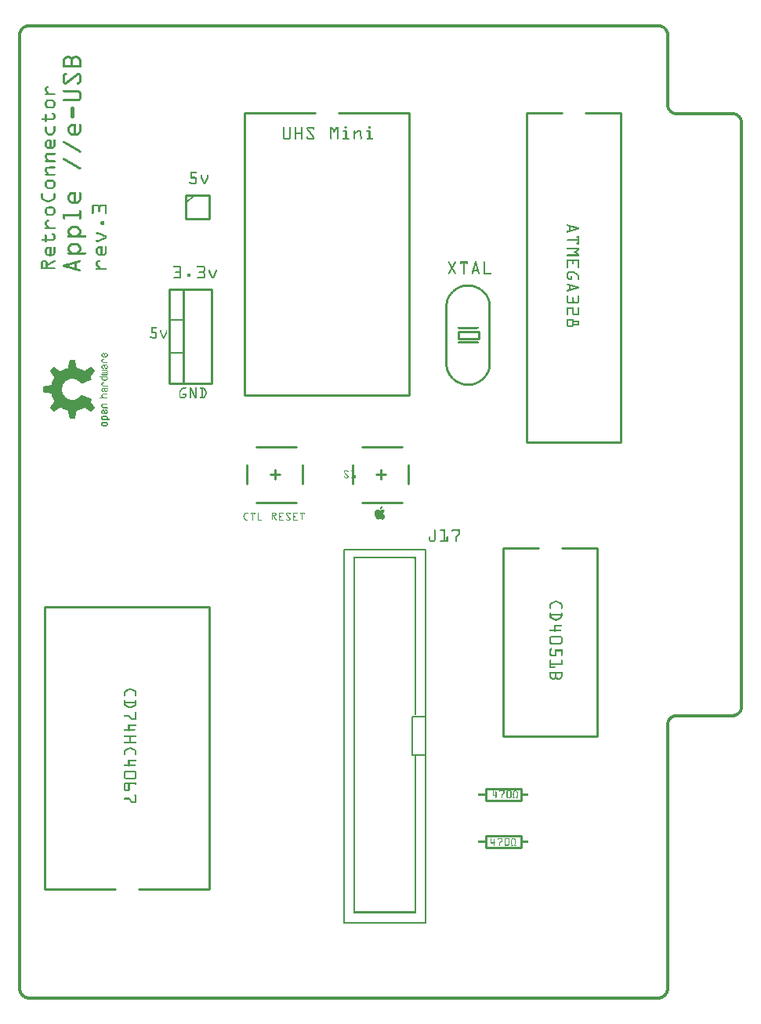
<source format=gto>
G04 MADE WITH FRITZING*
G04 WWW.FRITZING.ORG*
G04 DOUBLE SIDED*
G04 HOLES PLATED*
G04 CONTOUR ON CENTER OF CONTOUR VECTOR*
%ASAXBY*%
%FSLAX23Y23*%
%MOIN*%
%OFA0B0*%
%SFA1.0B1.0*%
%ADD10R,0.354200X1.595200X0.338200X1.579200*%
%ADD11C,0.008000*%
%ADD12R,0.063000X0.173200X0.047000X0.157200*%
%ADD13R,0.096457X0.038714X0.076772X0.019029*%
%ADD14C,0.009843*%
%ADD15C,0.010000*%
%ADD16C,0.005000*%
%ADD17R,0.001000X0.001000*%
%LNSILK1*%
G90*
G70*
G54D11*
X1386Y1915D02*
X1732Y1915D01*
X1732Y328D01*
X1386Y328D01*
X1386Y1915D01*
D02*
X1677Y1204D02*
X1732Y1204D01*
X1732Y1039D01*
X1677Y1039D01*
X1677Y1204D01*
D02*
G54D14*
X1871Y2839D02*
X1958Y2839D01*
X1958Y2810D01*
X1871Y2810D01*
X1871Y2839D01*
D02*
G54D15*
X2164Y3771D02*
X2164Y2371D01*
D02*
X2164Y2371D02*
X2564Y2371D01*
D02*
X2564Y2371D02*
X2564Y3771D01*
D02*
X2164Y3771D02*
X2314Y3771D01*
D02*
X2414Y3771D02*
X2564Y3771D01*
D02*
X964Y3771D02*
X964Y2571D01*
D02*
X964Y2571D02*
X1664Y2571D01*
D02*
X1664Y2571D02*
X1664Y3771D01*
D02*
X964Y3771D02*
X1264Y3771D01*
D02*
X1364Y3771D02*
X1664Y3771D01*
D02*
X814Y471D02*
X814Y1671D01*
D02*
X814Y1671D02*
X114Y1671D01*
D02*
X114Y1671D02*
X114Y471D01*
D02*
X814Y471D02*
X514Y471D01*
D02*
X414Y471D02*
X114Y471D01*
D02*
X644Y2621D02*
X644Y3021D01*
D02*
X644Y3021D02*
X824Y3021D01*
D02*
X824Y3021D02*
X824Y2621D01*
D02*
X824Y2621D02*
X644Y2621D01*
D02*
X644Y2621D02*
X644Y3021D01*
D02*
X644Y3021D02*
X704Y3021D01*
D02*
X704Y3021D02*
X704Y2621D01*
D02*
X704Y2621D02*
X644Y2621D01*
G54D16*
D02*
X644Y2751D02*
X704Y2751D01*
D02*
X644Y2891D02*
X704Y2891D01*
G54D15*
D02*
X714Y3421D02*
X714Y3321D01*
D02*
X714Y3321D02*
X814Y3321D01*
D02*
X814Y3321D02*
X814Y3421D01*
D02*
X814Y3421D02*
X714Y3421D01*
G54D16*
D02*
X714Y3386D02*
X749Y3421D01*
G54D15*
D02*
X2064Y1921D02*
X2064Y1121D01*
D02*
X2064Y1121D02*
X2464Y1121D01*
D02*
X2464Y1121D02*
X2464Y1921D01*
D02*
X2064Y1921D02*
X2214Y1921D01*
D02*
X2314Y1921D02*
X2464Y1921D01*
D02*
X1660Y2272D02*
X1660Y2193D01*
D02*
X1463Y2351D02*
X1631Y2351D01*
D02*
X1463Y2115D02*
X1631Y2115D01*
D02*
X1424Y2272D02*
X1424Y2193D01*
D02*
X1542Y2252D02*
X1542Y2213D01*
D02*
X1562Y2233D02*
X1522Y2233D01*
D02*
X1210Y2272D02*
X1210Y2193D01*
D02*
X1013Y2351D02*
X1181Y2351D01*
D02*
X1013Y2115D02*
X1181Y2115D01*
D02*
X974Y2272D02*
X974Y2193D01*
D02*
X1092Y2252D02*
X1092Y2213D01*
D02*
X1112Y2233D02*
X1072Y2233D01*
D02*
X2140Y647D02*
X1990Y647D01*
D02*
X1990Y647D02*
X1990Y697D01*
D02*
X1990Y697D02*
X2140Y697D01*
D02*
X2140Y697D02*
X2140Y647D01*
D02*
X2140Y847D02*
X1990Y847D01*
D02*
X1990Y847D02*
X1990Y897D01*
D02*
X1990Y897D02*
X2140Y897D01*
D02*
X2140Y897D02*
X2140Y847D01*
G54D17*
X40Y4147D02*
X2728Y4147D01*
X35Y4146D02*
X2733Y4146D01*
X32Y4145D02*
X2736Y4145D01*
X29Y4144D02*
X2739Y4144D01*
X27Y4143D02*
X2741Y4143D01*
X25Y4142D02*
X2743Y4142D01*
X24Y4141D02*
X2745Y4141D01*
X22Y4140D02*
X2746Y4140D01*
X20Y4139D02*
X2748Y4139D01*
X19Y4138D02*
X2749Y4138D01*
X18Y4137D02*
X2750Y4137D01*
X17Y4136D02*
X2752Y4136D01*
X15Y4135D02*
X2753Y4135D01*
X14Y4134D02*
X2754Y4134D01*
X13Y4133D02*
X39Y4133D01*
X2730Y4133D02*
X2755Y4133D01*
X13Y4132D02*
X35Y4132D01*
X2734Y4132D02*
X2756Y4132D01*
X12Y4131D02*
X32Y4131D01*
X2736Y4131D02*
X2757Y4131D01*
X11Y4130D02*
X30Y4130D01*
X2738Y4130D02*
X2757Y4130D01*
X10Y4129D02*
X28Y4129D01*
X2740Y4129D02*
X2758Y4129D01*
X9Y4128D02*
X26Y4128D01*
X2742Y4128D02*
X2759Y4128D01*
X8Y4127D02*
X25Y4127D01*
X2743Y4127D02*
X2760Y4127D01*
X8Y4126D02*
X24Y4126D01*
X2744Y4126D02*
X2760Y4126D01*
X7Y4125D02*
X23Y4125D01*
X2745Y4125D02*
X2761Y4125D01*
X7Y4124D02*
X22Y4124D01*
X2746Y4124D02*
X2762Y4124D01*
X6Y4123D02*
X21Y4123D01*
X2747Y4123D02*
X2762Y4123D01*
X5Y4122D02*
X20Y4122D01*
X2748Y4122D02*
X2763Y4122D01*
X5Y4121D02*
X19Y4121D01*
X2749Y4121D02*
X2763Y4121D01*
X4Y4120D02*
X18Y4120D01*
X2750Y4120D02*
X2764Y4120D01*
X4Y4119D02*
X18Y4119D01*
X2750Y4119D02*
X2764Y4119D01*
X3Y4118D02*
X17Y4118D01*
X2751Y4118D02*
X2765Y4118D01*
X3Y4117D02*
X17Y4117D01*
X2751Y4117D02*
X2765Y4117D01*
X3Y4116D02*
X16Y4116D01*
X2752Y4116D02*
X2765Y4116D01*
X2Y4115D02*
X16Y4115D01*
X2752Y4115D02*
X2766Y4115D01*
X2Y4114D02*
X15Y4114D01*
X2753Y4114D02*
X2766Y4114D01*
X2Y4113D02*
X15Y4113D01*
X2753Y4113D02*
X2766Y4113D01*
X1Y4112D02*
X15Y4112D01*
X2754Y4112D02*
X2767Y4112D01*
X1Y4111D02*
X14Y4111D01*
X2754Y4111D02*
X2767Y4111D01*
X1Y4110D02*
X14Y4110D01*
X2754Y4110D02*
X2767Y4110D01*
X1Y4109D02*
X14Y4109D01*
X2754Y4109D02*
X2767Y4109D01*
X1Y4108D02*
X13Y4108D01*
X2755Y4108D02*
X2768Y4108D01*
X0Y4107D02*
X13Y4107D01*
X2755Y4107D02*
X2768Y4107D01*
X0Y4106D02*
X13Y4106D01*
X2755Y4106D02*
X2768Y4106D01*
X0Y4105D02*
X13Y4105D01*
X2755Y4105D02*
X2768Y4105D01*
X0Y4104D02*
X13Y4104D01*
X2755Y4104D02*
X2768Y4104D01*
X0Y4103D02*
X13Y4103D01*
X2755Y4103D02*
X2768Y4103D01*
X0Y4102D02*
X13Y4102D01*
X2755Y4102D02*
X2768Y4102D01*
X0Y4101D02*
X13Y4101D01*
X2755Y4101D02*
X2768Y4101D01*
X0Y4100D02*
X13Y4100D01*
X2755Y4100D02*
X2768Y4100D01*
X0Y4099D02*
X13Y4099D01*
X2755Y4099D02*
X2768Y4099D01*
X0Y4098D02*
X13Y4098D01*
X2755Y4098D02*
X2768Y4098D01*
X0Y4097D02*
X13Y4097D01*
X2755Y4097D02*
X2768Y4097D01*
X0Y4096D02*
X13Y4096D01*
X2755Y4096D02*
X2768Y4096D01*
X0Y4095D02*
X13Y4095D01*
X2755Y4095D02*
X2768Y4095D01*
X0Y4094D02*
X13Y4094D01*
X2755Y4094D02*
X2768Y4094D01*
X0Y4093D02*
X13Y4093D01*
X2755Y4093D02*
X2768Y4093D01*
X0Y4092D02*
X13Y4092D01*
X2755Y4092D02*
X2768Y4092D01*
X0Y4091D02*
X13Y4091D01*
X2755Y4091D02*
X2768Y4091D01*
X0Y4090D02*
X13Y4090D01*
X2755Y4090D02*
X2768Y4090D01*
X0Y4089D02*
X13Y4089D01*
X2755Y4089D02*
X2768Y4089D01*
X0Y4088D02*
X13Y4088D01*
X2755Y4088D02*
X2768Y4088D01*
X0Y4087D02*
X13Y4087D01*
X2755Y4087D02*
X2768Y4087D01*
X0Y4086D02*
X13Y4086D01*
X2755Y4086D02*
X2768Y4086D01*
X0Y4085D02*
X13Y4085D01*
X2755Y4085D02*
X2768Y4085D01*
X0Y4084D02*
X13Y4084D01*
X2755Y4084D02*
X2768Y4084D01*
X0Y4083D02*
X13Y4083D01*
X2755Y4083D02*
X2768Y4083D01*
X0Y4082D02*
X13Y4082D01*
X2755Y4082D02*
X2768Y4082D01*
X0Y4081D02*
X13Y4081D01*
X2755Y4081D02*
X2768Y4081D01*
X0Y4080D02*
X13Y4080D01*
X2755Y4080D02*
X2768Y4080D01*
X0Y4079D02*
X13Y4079D01*
X2755Y4079D02*
X2768Y4079D01*
X0Y4078D02*
X13Y4078D01*
X2755Y4078D02*
X2768Y4078D01*
X0Y4077D02*
X13Y4077D01*
X2755Y4077D02*
X2768Y4077D01*
X0Y4076D02*
X13Y4076D01*
X2755Y4076D02*
X2768Y4076D01*
X0Y4075D02*
X13Y4075D01*
X2755Y4075D02*
X2768Y4075D01*
X0Y4074D02*
X13Y4074D01*
X2755Y4074D02*
X2768Y4074D01*
X0Y4073D02*
X13Y4073D01*
X2755Y4073D02*
X2768Y4073D01*
X0Y4072D02*
X13Y4072D01*
X2755Y4072D02*
X2768Y4072D01*
X0Y4071D02*
X13Y4071D01*
X2755Y4071D02*
X2768Y4071D01*
X0Y4070D02*
X13Y4070D01*
X2755Y4070D02*
X2768Y4070D01*
X0Y4069D02*
X13Y4069D01*
X2755Y4069D02*
X2768Y4069D01*
X0Y4068D02*
X13Y4068D01*
X2755Y4068D02*
X2768Y4068D01*
X0Y4067D02*
X13Y4067D01*
X2755Y4067D02*
X2768Y4067D01*
X0Y4066D02*
X13Y4066D01*
X2755Y4066D02*
X2768Y4066D01*
X0Y4065D02*
X13Y4065D01*
X2755Y4065D02*
X2768Y4065D01*
X0Y4064D02*
X13Y4064D01*
X2755Y4064D02*
X2768Y4064D01*
X0Y4063D02*
X13Y4063D01*
X2755Y4063D02*
X2768Y4063D01*
X0Y4062D02*
X13Y4062D01*
X2755Y4062D02*
X2768Y4062D01*
X0Y4061D02*
X13Y4061D01*
X2755Y4061D02*
X2768Y4061D01*
X0Y4060D02*
X13Y4060D01*
X2755Y4060D02*
X2768Y4060D01*
X0Y4059D02*
X13Y4059D01*
X2755Y4059D02*
X2768Y4059D01*
X0Y4058D02*
X13Y4058D01*
X2755Y4058D02*
X2768Y4058D01*
X0Y4057D02*
X13Y4057D01*
X2755Y4057D02*
X2768Y4057D01*
X0Y4056D02*
X13Y4056D01*
X2755Y4056D02*
X2768Y4056D01*
X0Y4055D02*
X13Y4055D01*
X2755Y4055D02*
X2768Y4055D01*
X0Y4054D02*
X13Y4054D01*
X2755Y4054D02*
X2768Y4054D01*
X0Y4053D02*
X13Y4053D01*
X2755Y4053D02*
X2768Y4053D01*
X0Y4052D02*
X13Y4052D01*
X2755Y4052D02*
X2768Y4052D01*
X0Y4051D02*
X13Y4051D01*
X2755Y4051D02*
X2768Y4051D01*
X0Y4050D02*
X13Y4050D01*
X2755Y4050D02*
X2768Y4050D01*
X0Y4049D02*
X13Y4049D01*
X2755Y4049D02*
X2768Y4049D01*
X0Y4048D02*
X13Y4048D01*
X2755Y4048D02*
X2768Y4048D01*
X0Y4047D02*
X13Y4047D01*
X2755Y4047D02*
X2768Y4047D01*
X0Y4046D02*
X13Y4046D01*
X2755Y4046D02*
X2768Y4046D01*
X0Y4045D02*
X13Y4045D01*
X2755Y4045D02*
X2768Y4045D01*
X0Y4044D02*
X13Y4044D01*
X2755Y4044D02*
X2768Y4044D01*
X0Y4043D02*
X13Y4043D01*
X2755Y4043D02*
X2768Y4043D01*
X0Y4042D02*
X13Y4042D01*
X2755Y4042D02*
X2768Y4042D01*
X0Y4041D02*
X13Y4041D01*
X2755Y4041D02*
X2768Y4041D01*
X0Y4040D02*
X13Y4040D01*
X2755Y4040D02*
X2768Y4040D01*
X0Y4039D02*
X13Y4039D01*
X2755Y4039D02*
X2768Y4039D01*
X0Y4038D02*
X13Y4038D01*
X2755Y4038D02*
X2768Y4038D01*
X0Y4037D02*
X13Y4037D01*
X2755Y4037D02*
X2768Y4037D01*
X0Y4036D02*
X13Y4036D01*
X2755Y4036D02*
X2768Y4036D01*
X0Y4035D02*
X13Y4035D01*
X2755Y4035D02*
X2768Y4035D01*
X0Y4034D02*
X13Y4034D01*
X2755Y4034D02*
X2768Y4034D01*
X0Y4033D02*
X13Y4033D01*
X2755Y4033D02*
X2768Y4033D01*
X0Y4032D02*
X13Y4032D01*
X2755Y4032D02*
X2768Y4032D01*
X0Y4031D02*
X13Y4031D01*
X2755Y4031D02*
X2768Y4031D01*
X0Y4030D02*
X13Y4030D01*
X2755Y4030D02*
X2768Y4030D01*
X0Y4029D02*
X13Y4029D01*
X2755Y4029D02*
X2768Y4029D01*
X0Y4028D02*
X13Y4028D01*
X2755Y4028D02*
X2768Y4028D01*
X0Y4027D02*
X13Y4027D01*
X2755Y4027D02*
X2768Y4027D01*
X0Y4026D02*
X13Y4026D01*
X2755Y4026D02*
X2768Y4026D01*
X0Y4025D02*
X13Y4025D01*
X2755Y4025D02*
X2768Y4025D01*
X0Y4024D02*
X13Y4024D01*
X2755Y4024D02*
X2768Y4024D01*
X0Y4023D02*
X13Y4023D01*
X2755Y4023D02*
X2768Y4023D01*
X0Y4022D02*
X13Y4022D01*
X2755Y4022D02*
X2768Y4022D01*
X0Y4021D02*
X13Y4021D01*
X2755Y4021D02*
X2768Y4021D01*
X0Y4020D02*
X13Y4020D01*
X2755Y4020D02*
X2768Y4020D01*
X0Y4019D02*
X13Y4019D01*
X2755Y4019D02*
X2768Y4019D01*
X0Y4018D02*
X13Y4018D01*
X2755Y4018D02*
X2768Y4018D01*
X0Y4017D02*
X13Y4017D01*
X2755Y4017D02*
X2768Y4017D01*
X0Y4016D02*
X13Y4016D01*
X2755Y4016D02*
X2768Y4016D01*
X0Y4015D02*
X13Y4015D01*
X2755Y4015D02*
X2768Y4015D01*
X0Y4014D02*
X13Y4014D01*
X2755Y4014D02*
X2768Y4014D01*
X0Y4013D02*
X13Y4013D01*
X2755Y4013D02*
X2768Y4013D01*
X0Y4012D02*
X13Y4012D01*
X206Y4012D02*
X217Y4012D01*
X240Y4012D02*
X251Y4012D01*
X2755Y4012D02*
X2768Y4012D01*
X0Y4011D02*
X13Y4011D01*
X203Y4011D02*
X220Y4011D01*
X236Y4011D02*
X254Y4011D01*
X2755Y4011D02*
X2768Y4011D01*
X0Y4010D02*
X13Y4010D01*
X200Y4010D02*
X222Y4010D01*
X234Y4010D02*
X256Y4010D01*
X2755Y4010D02*
X2768Y4010D01*
X0Y4009D02*
X13Y4009D01*
X199Y4009D02*
X224Y4009D01*
X233Y4009D02*
X258Y4009D01*
X2755Y4009D02*
X2768Y4009D01*
X0Y4008D02*
X13Y4008D01*
X198Y4008D02*
X225Y4008D01*
X231Y4008D02*
X259Y4008D01*
X2755Y4008D02*
X2768Y4008D01*
X0Y4007D02*
X13Y4007D01*
X196Y4007D02*
X226Y4007D01*
X230Y4007D02*
X260Y4007D01*
X2755Y4007D02*
X2768Y4007D01*
X0Y4006D02*
X13Y4006D01*
X195Y4006D02*
X227Y4006D01*
X229Y4006D02*
X261Y4006D01*
X2755Y4006D02*
X2768Y4006D01*
X0Y4005D02*
X13Y4005D01*
X195Y4005D02*
X262Y4005D01*
X2755Y4005D02*
X2768Y4005D01*
X0Y4004D02*
X13Y4004D01*
X194Y4004D02*
X263Y4004D01*
X2755Y4004D02*
X2768Y4004D01*
X0Y4003D02*
X13Y4003D01*
X193Y4003D02*
X264Y4003D01*
X2755Y4003D02*
X2768Y4003D01*
X0Y4002D02*
X13Y4002D01*
X192Y4002D02*
X207Y4002D01*
X216Y4002D02*
X240Y4002D01*
X250Y4002D02*
X264Y4002D01*
X2755Y4002D02*
X2768Y4002D01*
X0Y4001D02*
X13Y4001D01*
X192Y4001D02*
X204Y4001D01*
X219Y4001D02*
X238Y4001D01*
X252Y4001D02*
X265Y4001D01*
X2755Y4001D02*
X2768Y4001D01*
X0Y4000D02*
X13Y4000D01*
X191Y4000D02*
X203Y4000D01*
X220Y4000D02*
X237Y4000D01*
X254Y4000D02*
X265Y4000D01*
X2755Y4000D02*
X2768Y4000D01*
X0Y3999D02*
X13Y3999D01*
X191Y3999D02*
X202Y3999D01*
X221Y3999D02*
X236Y3999D01*
X255Y3999D02*
X266Y3999D01*
X2755Y3999D02*
X2768Y3999D01*
X0Y3998D02*
X13Y3998D01*
X191Y3998D02*
X201Y3998D01*
X222Y3998D02*
X235Y3998D01*
X256Y3998D02*
X266Y3998D01*
X2755Y3998D02*
X2768Y3998D01*
X0Y3997D02*
X13Y3997D01*
X190Y3997D02*
X200Y3997D01*
X222Y3997D02*
X234Y3997D01*
X256Y3997D02*
X266Y3997D01*
X2755Y3997D02*
X2768Y3997D01*
X0Y3996D02*
X13Y3996D01*
X190Y3996D02*
X200Y3996D01*
X223Y3996D02*
X234Y3996D01*
X257Y3996D02*
X266Y3996D01*
X2755Y3996D02*
X2768Y3996D01*
X0Y3995D02*
X13Y3995D01*
X190Y3995D02*
X199Y3995D01*
X223Y3995D02*
X233Y3995D01*
X257Y3995D02*
X267Y3995D01*
X2755Y3995D02*
X2768Y3995D01*
X0Y3994D02*
X13Y3994D01*
X190Y3994D02*
X199Y3994D01*
X224Y3994D02*
X233Y3994D01*
X258Y3994D02*
X267Y3994D01*
X2755Y3994D02*
X2768Y3994D01*
X0Y3993D02*
X13Y3993D01*
X190Y3993D02*
X199Y3993D01*
X224Y3993D02*
X233Y3993D01*
X258Y3993D02*
X267Y3993D01*
X2755Y3993D02*
X2768Y3993D01*
X0Y3992D02*
X13Y3992D01*
X190Y3992D02*
X199Y3992D01*
X224Y3992D02*
X233Y3992D01*
X258Y3992D02*
X267Y3992D01*
X2755Y3992D02*
X2768Y3992D01*
X0Y3991D02*
X13Y3991D01*
X190Y3991D02*
X199Y3991D01*
X224Y3991D02*
X233Y3991D01*
X258Y3991D02*
X267Y3991D01*
X2755Y3991D02*
X2768Y3991D01*
X0Y3990D02*
X13Y3990D01*
X190Y3990D02*
X199Y3990D01*
X224Y3990D02*
X233Y3990D01*
X258Y3990D02*
X267Y3990D01*
X2755Y3990D02*
X2768Y3990D01*
X0Y3989D02*
X13Y3989D01*
X190Y3989D02*
X199Y3989D01*
X224Y3989D02*
X233Y3989D01*
X258Y3989D02*
X267Y3989D01*
X2755Y3989D02*
X2768Y3989D01*
X0Y3988D02*
X13Y3988D01*
X190Y3988D02*
X199Y3988D01*
X224Y3988D02*
X233Y3988D01*
X258Y3988D02*
X267Y3988D01*
X2755Y3988D02*
X2768Y3988D01*
X0Y3987D02*
X13Y3987D01*
X190Y3987D02*
X199Y3987D01*
X224Y3987D02*
X233Y3987D01*
X258Y3987D02*
X267Y3987D01*
X2755Y3987D02*
X2768Y3987D01*
X0Y3986D02*
X13Y3986D01*
X190Y3986D02*
X199Y3986D01*
X224Y3986D02*
X233Y3986D01*
X258Y3986D02*
X267Y3986D01*
X2755Y3986D02*
X2768Y3986D01*
X0Y3985D02*
X13Y3985D01*
X190Y3985D02*
X199Y3985D01*
X224Y3985D02*
X233Y3985D01*
X258Y3985D02*
X267Y3985D01*
X2755Y3985D02*
X2768Y3985D01*
X0Y3984D02*
X13Y3984D01*
X190Y3984D02*
X199Y3984D01*
X224Y3984D02*
X233Y3984D01*
X258Y3984D02*
X267Y3984D01*
X2755Y3984D02*
X2768Y3984D01*
X0Y3983D02*
X13Y3983D01*
X190Y3983D02*
X199Y3983D01*
X224Y3983D02*
X233Y3983D01*
X258Y3983D02*
X267Y3983D01*
X2755Y3983D02*
X2768Y3983D01*
X0Y3982D02*
X13Y3982D01*
X190Y3982D02*
X199Y3982D01*
X224Y3982D02*
X233Y3982D01*
X258Y3982D02*
X267Y3982D01*
X2755Y3982D02*
X2768Y3982D01*
X0Y3981D02*
X13Y3981D01*
X190Y3981D02*
X199Y3981D01*
X224Y3981D02*
X233Y3981D01*
X258Y3981D02*
X267Y3981D01*
X2755Y3981D02*
X2768Y3981D01*
X0Y3980D02*
X13Y3980D01*
X190Y3980D02*
X199Y3980D01*
X224Y3980D02*
X233Y3980D01*
X258Y3980D02*
X267Y3980D01*
X2755Y3980D02*
X2768Y3980D01*
X0Y3979D02*
X13Y3979D01*
X190Y3979D02*
X199Y3979D01*
X224Y3979D02*
X233Y3979D01*
X258Y3979D02*
X267Y3979D01*
X2755Y3979D02*
X2768Y3979D01*
X0Y3978D02*
X13Y3978D01*
X190Y3978D02*
X199Y3978D01*
X224Y3978D02*
X233Y3978D01*
X258Y3978D02*
X267Y3978D01*
X2755Y3978D02*
X2768Y3978D01*
X0Y3977D02*
X13Y3977D01*
X190Y3977D02*
X199Y3977D01*
X224Y3977D02*
X233Y3977D01*
X258Y3977D02*
X267Y3977D01*
X2755Y3977D02*
X2768Y3977D01*
X0Y3976D02*
X13Y3976D01*
X190Y3976D02*
X199Y3976D01*
X224Y3976D02*
X233Y3976D01*
X258Y3976D02*
X267Y3976D01*
X2755Y3976D02*
X2768Y3976D01*
X0Y3975D02*
X13Y3975D01*
X190Y3975D02*
X199Y3975D01*
X224Y3975D02*
X233Y3975D01*
X258Y3975D02*
X267Y3975D01*
X2755Y3975D02*
X2768Y3975D01*
X0Y3974D02*
X13Y3974D01*
X190Y3974D02*
X199Y3974D01*
X224Y3974D02*
X233Y3974D01*
X258Y3974D02*
X267Y3974D01*
X2755Y3974D02*
X2768Y3974D01*
X0Y3973D02*
X13Y3973D01*
X190Y3973D02*
X199Y3973D01*
X224Y3973D02*
X233Y3973D01*
X258Y3973D02*
X267Y3973D01*
X2755Y3973D02*
X2768Y3973D01*
X0Y3972D02*
X13Y3972D01*
X190Y3972D02*
X267Y3972D01*
X2755Y3972D02*
X2768Y3972D01*
X0Y3971D02*
X13Y3971D01*
X190Y3971D02*
X267Y3971D01*
X2755Y3971D02*
X2768Y3971D01*
X0Y3970D02*
X13Y3970D01*
X190Y3970D02*
X267Y3970D01*
X2755Y3970D02*
X2768Y3970D01*
X0Y3969D02*
X13Y3969D01*
X190Y3969D02*
X267Y3969D01*
X2755Y3969D02*
X2768Y3969D01*
X0Y3968D02*
X13Y3968D01*
X190Y3968D02*
X267Y3968D01*
X2755Y3968D02*
X2768Y3968D01*
X0Y3967D02*
X13Y3967D01*
X190Y3967D02*
X267Y3967D01*
X2755Y3967D02*
X2768Y3967D01*
X0Y3966D02*
X13Y3966D01*
X190Y3966D02*
X267Y3966D01*
X2755Y3966D02*
X2768Y3966D01*
X0Y3965D02*
X13Y3965D01*
X190Y3965D02*
X267Y3965D01*
X2755Y3965D02*
X2768Y3965D01*
X0Y3964D02*
X13Y3964D01*
X190Y3964D02*
X267Y3964D01*
X2755Y3964D02*
X2768Y3964D01*
X0Y3963D02*
X13Y3963D01*
X190Y3963D02*
X267Y3963D01*
X2755Y3963D02*
X2768Y3963D01*
X0Y3962D02*
X13Y3962D01*
X2755Y3962D02*
X2768Y3962D01*
X0Y3961D02*
X13Y3961D01*
X2755Y3961D02*
X2768Y3961D01*
X0Y3960D02*
X13Y3960D01*
X2755Y3960D02*
X2768Y3960D01*
X0Y3959D02*
X13Y3959D01*
X2755Y3959D02*
X2768Y3959D01*
X0Y3958D02*
X13Y3958D01*
X2755Y3958D02*
X2768Y3958D01*
X0Y3957D02*
X13Y3957D01*
X2755Y3957D02*
X2768Y3957D01*
X0Y3956D02*
X13Y3956D01*
X2755Y3956D02*
X2768Y3956D01*
X0Y3955D02*
X13Y3955D01*
X2755Y3955D02*
X2768Y3955D01*
X0Y3954D02*
X13Y3954D01*
X2755Y3954D02*
X2768Y3954D01*
X0Y3953D02*
X13Y3953D01*
X2755Y3953D02*
X2768Y3953D01*
X0Y3952D02*
X13Y3952D01*
X2755Y3952D02*
X2768Y3952D01*
X0Y3951D02*
X13Y3951D01*
X2755Y3951D02*
X2768Y3951D01*
X0Y3950D02*
X13Y3950D01*
X2755Y3950D02*
X2768Y3950D01*
X0Y3949D02*
X13Y3949D01*
X2755Y3949D02*
X2768Y3949D01*
X0Y3948D02*
X13Y3948D01*
X2755Y3948D02*
X2768Y3948D01*
X0Y3947D02*
X13Y3947D01*
X2755Y3947D02*
X2768Y3947D01*
X0Y3946D02*
X13Y3946D01*
X2755Y3946D02*
X2768Y3946D01*
X0Y3945D02*
X13Y3945D01*
X2755Y3945D02*
X2768Y3945D01*
X0Y3944D02*
X13Y3944D01*
X2755Y3944D02*
X2768Y3944D01*
X0Y3943D02*
X13Y3943D01*
X2755Y3943D02*
X2768Y3943D01*
X0Y3942D02*
X13Y3942D01*
X2755Y3942D02*
X2768Y3942D01*
X0Y3941D02*
X13Y3941D01*
X2755Y3941D02*
X2768Y3941D01*
X0Y3940D02*
X13Y3940D01*
X201Y3940D02*
X203Y3940D01*
X255Y3940D02*
X257Y3940D01*
X2755Y3940D02*
X2768Y3940D01*
X0Y3939D02*
X13Y3939D01*
X198Y3939D02*
X205Y3939D01*
X251Y3939D02*
X260Y3939D01*
X2755Y3939D02*
X2768Y3939D01*
X0Y3938D02*
X13Y3938D01*
X196Y3938D02*
X206Y3938D01*
X250Y3938D02*
X262Y3938D01*
X2755Y3938D02*
X2768Y3938D01*
X0Y3937D02*
X13Y3937D01*
X195Y3937D02*
X207Y3937D01*
X249Y3937D02*
X263Y3937D01*
X2755Y3937D02*
X2768Y3937D01*
X0Y3936D02*
X13Y3936D01*
X194Y3936D02*
X207Y3936D01*
X247Y3936D02*
X264Y3936D01*
X2755Y3936D02*
X2768Y3936D01*
X0Y3935D02*
X13Y3935D01*
X193Y3935D02*
X207Y3935D01*
X246Y3935D02*
X265Y3935D01*
X2755Y3935D02*
X2768Y3935D01*
X0Y3934D02*
X13Y3934D01*
X192Y3934D02*
X207Y3934D01*
X245Y3934D02*
X266Y3934D01*
X2755Y3934D02*
X2768Y3934D01*
X0Y3933D02*
X13Y3933D01*
X191Y3933D02*
X207Y3933D01*
X243Y3933D02*
X266Y3933D01*
X2755Y3933D02*
X2768Y3933D01*
X0Y3932D02*
X13Y3932D01*
X191Y3932D02*
X206Y3932D01*
X242Y3932D02*
X266Y3932D01*
X2755Y3932D02*
X2768Y3932D01*
X0Y3931D02*
X13Y3931D01*
X191Y3931D02*
X205Y3931D01*
X241Y3931D02*
X267Y3931D01*
X2755Y3931D02*
X2768Y3931D01*
X0Y3930D02*
X13Y3930D01*
X190Y3930D02*
X202Y3930D01*
X240Y3930D02*
X267Y3930D01*
X2755Y3930D02*
X2768Y3930D01*
X0Y3929D02*
X13Y3929D01*
X190Y3929D02*
X200Y3929D01*
X238Y3929D02*
X254Y3929D01*
X258Y3929D02*
X267Y3929D01*
X2755Y3929D02*
X2768Y3929D01*
X0Y3928D02*
X13Y3928D01*
X190Y3928D02*
X199Y3928D01*
X237Y3928D02*
X253Y3928D01*
X258Y3928D02*
X267Y3928D01*
X2755Y3928D02*
X2768Y3928D01*
X0Y3927D02*
X13Y3927D01*
X190Y3927D02*
X199Y3927D01*
X236Y3927D02*
X252Y3927D01*
X258Y3927D02*
X267Y3927D01*
X2755Y3927D02*
X2768Y3927D01*
X0Y3926D02*
X13Y3926D01*
X190Y3926D02*
X199Y3926D01*
X234Y3926D02*
X250Y3926D01*
X258Y3926D02*
X267Y3926D01*
X2755Y3926D02*
X2768Y3926D01*
X0Y3925D02*
X13Y3925D01*
X190Y3925D02*
X199Y3925D01*
X233Y3925D02*
X249Y3925D01*
X258Y3925D02*
X267Y3925D01*
X2755Y3925D02*
X2768Y3925D01*
X0Y3924D02*
X13Y3924D01*
X190Y3924D02*
X199Y3924D01*
X232Y3924D02*
X248Y3924D01*
X258Y3924D02*
X267Y3924D01*
X2755Y3924D02*
X2768Y3924D01*
X0Y3923D02*
X13Y3923D01*
X190Y3923D02*
X199Y3923D01*
X231Y3923D02*
X246Y3923D01*
X258Y3923D02*
X267Y3923D01*
X2755Y3923D02*
X2768Y3923D01*
X0Y3922D02*
X13Y3922D01*
X190Y3922D02*
X199Y3922D01*
X229Y3922D02*
X245Y3922D01*
X258Y3922D02*
X267Y3922D01*
X2755Y3922D02*
X2768Y3922D01*
X0Y3921D02*
X13Y3921D01*
X190Y3921D02*
X199Y3921D01*
X228Y3921D02*
X244Y3921D01*
X258Y3921D02*
X267Y3921D01*
X2755Y3921D02*
X2768Y3921D01*
X0Y3920D02*
X13Y3920D01*
X190Y3920D02*
X199Y3920D01*
X227Y3920D02*
X242Y3920D01*
X258Y3920D02*
X267Y3920D01*
X2755Y3920D02*
X2768Y3920D01*
X0Y3919D02*
X13Y3919D01*
X190Y3919D02*
X199Y3919D01*
X225Y3919D02*
X241Y3919D01*
X258Y3919D02*
X267Y3919D01*
X2755Y3919D02*
X2768Y3919D01*
X0Y3918D02*
X13Y3918D01*
X190Y3918D02*
X199Y3918D01*
X224Y3918D02*
X240Y3918D01*
X258Y3918D02*
X267Y3918D01*
X2755Y3918D02*
X2768Y3918D01*
X0Y3917D02*
X13Y3917D01*
X190Y3917D02*
X199Y3917D01*
X223Y3917D02*
X239Y3917D01*
X258Y3917D02*
X267Y3917D01*
X2755Y3917D02*
X2768Y3917D01*
X0Y3916D02*
X13Y3916D01*
X190Y3916D02*
X199Y3916D01*
X222Y3916D02*
X237Y3916D01*
X258Y3916D02*
X267Y3916D01*
X2755Y3916D02*
X2768Y3916D01*
X0Y3915D02*
X13Y3915D01*
X190Y3915D02*
X199Y3915D01*
X220Y3915D02*
X236Y3915D01*
X258Y3915D02*
X267Y3915D01*
X2755Y3915D02*
X2768Y3915D01*
X0Y3914D02*
X13Y3914D01*
X190Y3914D02*
X199Y3914D01*
X219Y3914D02*
X235Y3914D01*
X258Y3914D02*
X267Y3914D01*
X2755Y3914D02*
X2768Y3914D01*
X0Y3913D02*
X13Y3913D01*
X190Y3913D02*
X199Y3913D01*
X218Y3913D02*
X233Y3913D01*
X258Y3913D02*
X267Y3913D01*
X2755Y3913D02*
X2768Y3913D01*
X0Y3912D02*
X13Y3912D01*
X190Y3912D02*
X199Y3912D01*
X216Y3912D02*
X232Y3912D01*
X258Y3912D02*
X267Y3912D01*
X2755Y3912D02*
X2768Y3912D01*
X0Y3911D02*
X13Y3911D01*
X190Y3911D02*
X199Y3911D01*
X215Y3911D02*
X231Y3911D01*
X258Y3911D02*
X267Y3911D01*
X2755Y3911D02*
X2768Y3911D01*
X0Y3910D02*
X13Y3910D01*
X190Y3910D02*
X199Y3910D01*
X214Y3910D02*
X230Y3910D01*
X258Y3910D02*
X267Y3910D01*
X2755Y3910D02*
X2768Y3910D01*
X0Y3909D02*
X13Y3909D01*
X190Y3909D02*
X199Y3909D01*
X213Y3909D02*
X228Y3909D01*
X258Y3909D02*
X267Y3909D01*
X2755Y3909D02*
X2768Y3909D01*
X0Y3908D02*
X13Y3908D01*
X190Y3908D02*
X199Y3908D01*
X211Y3908D02*
X227Y3908D01*
X258Y3908D02*
X267Y3908D01*
X2755Y3908D02*
X2768Y3908D01*
X0Y3907D02*
X13Y3907D01*
X190Y3907D02*
X199Y3907D01*
X210Y3907D02*
X226Y3907D01*
X258Y3907D02*
X267Y3907D01*
X2755Y3907D02*
X2768Y3907D01*
X0Y3906D02*
X13Y3906D01*
X190Y3906D02*
X199Y3906D01*
X209Y3906D02*
X224Y3906D01*
X258Y3906D02*
X267Y3906D01*
X2755Y3906D02*
X2768Y3906D01*
X0Y3905D02*
X13Y3905D01*
X190Y3905D02*
X199Y3905D01*
X207Y3905D02*
X223Y3905D01*
X258Y3905D02*
X267Y3905D01*
X2755Y3905D02*
X2768Y3905D01*
X0Y3904D02*
X13Y3904D01*
X190Y3904D02*
X199Y3904D01*
X206Y3904D02*
X222Y3904D01*
X258Y3904D02*
X267Y3904D01*
X2755Y3904D02*
X2768Y3904D01*
X0Y3903D02*
X13Y3903D01*
X190Y3903D02*
X199Y3903D01*
X205Y3903D02*
X221Y3903D01*
X258Y3903D02*
X267Y3903D01*
X2755Y3903D02*
X2768Y3903D01*
X0Y3902D02*
X13Y3902D01*
X190Y3902D02*
X199Y3902D01*
X204Y3902D02*
X219Y3902D01*
X257Y3902D02*
X267Y3902D01*
X2755Y3902D02*
X2768Y3902D01*
X0Y3901D02*
X13Y3901D01*
X190Y3901D02*
X199Y3901D01*
X202Y3901D02*
X218Y3901D01*
X256Y3901D02*
X267Y3901D01*
X2755Y3901D02*
X2768Y3901D01*
X0Y3900D02*
X13Y3900D01*
X190Y3900D02*
X217Y3900D01*
X252Y3900D02*
X266Y3900D01*
X2755Y3900D02*
X2768Y3900D01*
X0Y3899D02*
X13Y3899D01*
X190Y3899D02*
X215Y3899D01*
X251Y3899D02*
X266Y3899D01*
X2755Y3899D02*
X2768Y3899D01*
X0Y3898D02*
X13Y3898D01*
X190Y3898D02*
X214Y3898D01*
X250Y3898D02*
X265Y3898D01*
X2755Y3898D02*
X2768Y3898D01*
X0Y3897D02*
X13Y3897D01*
X191Y3897D02*
X213Y3897D01*
X249Y3897D02*
X265Y3897D01*
X2755Y3897D02*
X2768Y3897D01*
X0Y3896D02*
X13Y3896D01*
X191Y3896D02*
X212Y3896D01*
X249Y3896D02*
X264Y3896D01*
X2755Y3896D02*
X2768Y3896D01*
X0Y3895D02*
X13Y3895D01*
X192Y3895D02*
X210Y3895D01*
X249Y3895D02*
X263Y3895D01*
X2755Y3895D02*
X2768Y3895D01*
X0Y3894D02*
X13Y3894D01*
X193Y3894D02*
X209Y3894D01*
X249Y3894D02*
X262Y3894D01*
X2755Y3894D02*
X2768Y3894D01*
X0Y3893D02*
X13Y3893D01*
X194Y3893D02*
X208Y3893D01*
X250Y3893D02*
X261Y3893D01*
X2755Y3893D02*
X2768Y3893D01*
X0Y3892D02*
X13Y3892D01*
X195Y3892D02*
X206Y3892D01*
X250Y3892D02*
X260Y3892D01*
X2755Y3892D02*
X2768Y3892D01*
X0Y3891D02*
X13Y3891D01*
X197Y3891D02*
X204Y3891D01*
X252Y3891D02*
X258Y3891D01*
X2755Y3891D02*
X2768Y3891D01*
X0Y3890D02*
X13Y3890D01*
X2755Y3890D02*
X2768Y3890D01*
X0Y3889D02*
X13Y3889D01*
X2755Y3889D02*
X2768Y3889D01*
X0Y3888D02*
X13Y3888D01*
X2755Y3888D02*
X2768Y3888D01*
X0Y3887D02*
X13Y3887D01*
X2755Y3887D02*
X2768Y3887D01*
X0Y3886D02*
X13Y3886D01*
X2755Y3886D02*
X2768Y3886D01*
X0Y3885D02*
X13Y3885D01*
X2755Y3885D02*
X2768Y3885D01*
X0Y3884D02*
X13Y3884D01*
X123Y3884D02*
X128Y3884D01*
X2755Y3884D02*
X2768Y3884D01*
X0Y3883D02*
X13Y3883D01*
X120Y3883D02*
X130Y3883D01*
X2755Y3883D02*
X2768Y3883D01*
X0Y3882D02*
X13Y3882D01*
X119Y3882D02*
X130Y3882D01*
X2755Y3882D02*
X2768Y3882D01*
X0Y3881D02*
X13Y3881D01*
X117Y3881D02*
X131Y3881D01*
X2755Y3881D02*
X2768Y3881D01*
X0Y3880D02*
X13Y3880D01*
X116Y3880D02*
X131Y3880D01*
X2755Y3880D02*
X2768Y3880D01*
X0Y3879D02*
X13Y3879D01*
X116Y3879D02*
X130Y3879D01*
X2755Y3879D02*
X2768Y3879D01*
X0Y3878D02*
X13Y3878D01*
X115Y3878D02*
X130Y3878D01*
X2755Y3878D02*
X2768Y3878D01*
X0Y3877D02*
X13Y3877D01*
X115Y3877D02*
X129Y3877D01*
X2755Y3877D02*
X2768Y3877D01*
X0Y3876D02*
X13Y3876D01*
X114Y3876D02*
X123Y3876D01*
X2755Y3876D02*
X2768Y3876D01*
X0Y3875D02*
X13Y3875D01*
X114Y3875D02*
X122Y3875D01*
X2755Y3875D02*
X2768Y3875D01*
X0Y3874D02*
X13Y3874D01*
X114Y3874D02*
X121Y3874D01*
X2755Y3874D02*
X2768Y3874D01*
X0Y3873D02*
X13Y3873D01*
X114Y3873D02*
X121Y3873D01*
X2755Y3873D02*
X2768Y3873D01*
X0Y3872D02*
X13Y3872D01*
X114Y3872D02*
X121Y3872D01*
X2755Y3872D02*
X2768Y3872D01*
X0Y3871D02*
X13Y3871D01*
X114Y3871D02*
X121Y3871D01*
X2755Y3871D02*
X2768Y3871D01*
X0Y3870D02*
X13Y3870D01*
X114Y3870D02*
X121Y3870D01*
X2755Y3870D02*
X2768Y3870D01*
X0Y3869D02*
X13Y3869D01*
X114Y3869D02*
X121Y3869D01*
X2755Y3869D02*
X2768Y3869D01*
X0Y3868D02*
X13Y3868D01*
X114Y3868D02*
X121Y3868D01*
X2755Y3868D02*
X2768Y3868D01*
X0Y3867D02*
X13Y3867D01*
X114Y3867D02*
X121Y3867D01*
X192Y3867D02*
X257Y3867D01*
X2755Y3867D02*
X2768Y3867D01*
X0Y3866D02*
X13Y3866D01*
X114Y3866D02*
X121Y3866D01*
X191Y3866D02*
X259Y3866D01*
X2755Y3866D02*
X2768Y3866D01*
X0Y3865D02*
X13Y3865D01*
X114Y3865D02*
X122Y3865D01*
X190Y3865D02*
X260Y3865D01*
X2755Y3865D02*
X2768Y3865D01*
X0Y3864D02*
X13Y3864D01*
X114Y3864D02*
X123Y3864D01*
X190Y3864D02*
X262Y3864D01*
X2755Y3864D02*
X2768Y3864D01*
X0Y3863D02*
X13Y3863D01*
X114Y3863D02*
X123Y3863D01*
X190Y3863D02*
X263Y3863D01*
X2755Y3863D02*
X2768Y3863D01*
X0Y3862D02*
X13Y3862D01*
X115Y3862D02*
X124Y3862D01*
X190Y3862D02*
X264Y3862D01*
X2755Y3862D02*
X2768Y3862D01*
X0Y3861D02*
X13Y3861D01*
X116Y3861D02*
X125Y3861D01*
X190Y3861D02*
X264Y3861D01*
X2755Y3861D02*
X2768Y3861D01*
X0Y3860D02*
X13Y3860D01*
X116Y3860D02*
X126Y3860D01*
X191Y3860D02*
X265Y3860D01*
X2755Y3860D02*
X2768Y3860D01*
X0Y3859D02*
X13Y3859D01*
X117Y3859D02*
X127Y3859D01*
X192Y3859D02*
X265Y3859D01*
X2755Y3859D02*
X2768Y3859D01*
X0Y3858D02*
X13Y3858D01*
X118Y3858D02*
X128Y3858D01*
X193Y3858D02*
X266Y3858D01*
X2755Y3858D02*
X2768Y3858D01*
X0Y3857D02*
X13Y3857D01*
X119Y3857D02*
X129Y3857D01*
X255Y3857D02*
X266Y3857D01*
X2755Y3857D02*
X2768Y3857D01*
X0Y3856D02*
X13Y3856D01*
X120Y3856D02*
X129Y3856D01*
X256Y3856D02*
X266Y3856D01*
X2755Y3856D02*
X2768Y3856D01*
X0Y3855D02*
X13Y3855D01*
X121Y3855D02*
X130Y3855D01*
X257Y3855D02*
X267Y3855D01*
X2755Y3855D02*
X2768Y3855D01*
X0Y3854D02*
X13Y3854D01*
X122Y3854D02*
X131Y3854D01*
X257Y3854D02*
X267Y3854D01*
X2755Y3854D02*
X2768Y3854D01*
X0Y3853D02*
X13Y3853D01*
X117Y3853D02*
X154Y3853D01*
X258Y3853D02*
X267Y3853D01*
X2755Y3853D02*
X2768Y3853D01*
X0Y3852D02*
X13Y3852D01*
X115Y3852D02*
X156Y3852D01*
X258Y3852D02*
X267Y3852D01*
X2755Y3852D02*
X2768Y3852D01*
X0Y3851D02*
X13Y3851D01*
X114Y3851D02*
X157Y3851D01*
X258Y3851D02*
X267Y3851D01*
X2755Y3851D02*
X2768Y3851D01*
X0Y3850D02*
X13Y3850D01*
X114Y3850D02*
X157Y3850D01*
X258Y3850D02*
X267Y3850D01*
X2755Y3850D02*
X2768Y3850D01*
X0Y3849D02*
X13Y3849D01*
X114Y3849D02*
X157Y3849D01*
X258Y3849D02*
X267Y3849D01*
X2755Y3849D02*
X2768Y3849D01*
X0Y3848D02*
X13Y3848D01*
X114Y3848D02*
X157Y3848D01*
X258Y3848D02*
X267Y3848D01*
X2755Y3848D02*
X2768Y3848D01*
X0Y3847D02*
X13Y3847D01*
X114Y3847D02*
X157Y3847D01*
X258Y3847D02*
X267Y3847D01*
X2755Y3847D02*
X2768Y3847D01*
X0Y3846D02*
X13Y3846D01*
X115Y3846D02*
X156Y3846D01*
X258Y3846D02*
X267Y3846D01*
X2755Y3846D02*
X2768Y3846D01*
X0Y3845D02*
X13Y3845D01*
X258Y3845D02*
X267Y3845D01*
X2755Y3845D02*
X2768Y3845D01*
X0Y3844D02*
X13Y3844D01*
X258Y3844D02*
X267Y3844D01*
X2755Y3844D02*
X2768Y3844D01*
X0Y3843D02*
X13Y3843D01*
X258Y3843D02*
X267Y3843D01*
X2755Y3843D02*
X2768Y3843D01*
X0Y3842D02*
X13Y3842D01*
X258Y3842D02*
X267Y3842D01*
X2755Y3842D02*
X2768Y3842D01*
X0Y3841D02*
X13Y3841D01*
X258Y3841D02*
X267Y3841D01*
X2755Y3841D02*
X2768Y3841D01*
X0Y3840D02*
X13Y3840D01*
X258Y3840D02*
X267Y3840D01*
X2755Y3840D02*
X2768Y3840D01*
X0Y3839D02*
X13Y3839D01*
X258Y3839D02*
X267Y3839D01*
X2755Y3839D02*
X2768Y3839D01*
X0Y3838D02*
X13Y3838D01*
X258Y3838D02*
X267Y3838D01*
X2755Y3838D02*
X2768Y3838D01*
X0Y3837D02*
X13Y3837D01*
X258Y3837D02*
X267Y3837D01*
X2755Y3837D02*
X2768Y3837D01*
X0Y3836D02*
X13Y3836D01*
X258Y3836D02*
X267Y3836D01*
X2755Y3836D02*
X2768Y3836D01*
X0Y3835D02*
X13Y3835D01*
X258Y3835D02*
X267Y3835D01*
X2755Y3835D02*
X2768Y3835D01*
X0Y3834D02*
X13Y3834D01*
X258Y3834D02*
X267Y3834D01*
X2755Y3834D02*
X2768Y3834D01*
X0Y3833D02*
X13Y3833D01*
X258Y3833D02*
X267Y3833D01*
X2755Y3833D02*
X2768Y3833D01*
X0Y3832D02*
X13Y3832D01*
X258Y3832D02*
X267Y3832D01*
X2755Y3832D02*
X2768Y3832D01*
X0Y3831D02*
X13Y3831D01*
X257Y3831D02*
X267Y3831D01*
X2755Y3831D02*
X2768Y3831D01*
X0Y3830D02*
X13Y3830D01*
X257Y3830D02*
X266Y3830D01*
X2755Y3830D02*
X2768Y3830D01*
X0Y3829D02*
X13Y3829D01*
X255Y3829D02*
X266Y3829D01*
X2755Y3829D02*
X2768Y3829D01*
X0Y3828D02*
X13Y3828D01*
X194Y3828D02*
X266Y3828D01*
X2755Y3828D02*
X2768Y3828D01*
X0Y3827D02*
X13Y3827D01*
X125Y3827D02*
X147Y3827D01*
X192Y3827D02*
X266Y3827D01*
X2755Y3827D02*
X2768Y3827D01*
X0Y3826D02*
X13Y3826D01*
X122Y3826D02*
X149Y3826D01*
X191Y3826D02*
X265Y3826D01*
X2755Y3826D02*
X2768Y3826D01*
X0Y3825D02*
X13Y3825D01*
X121Y3825D02*
X150Y3825D01*
X190Y3825D02*
X264Y3825D01*
X2755Y3825D02*
X2768Y3825D01*
X0Y3824D02*
X13Y3824D01*
X120Y3824D02*
X151Y3824D01*
X190Y3824D02*
X264Y3824D01*
X2755Y3824D02*
X2768Y3824D01*
X0Y3823D02*
X13Y3823D01*
X119Y3823D02*
X152Y3823D01*
X190Y3823D02*
X263Y3823D01*
X2755Y3823D02*
X2768Y3823D01*
X0Y3822D02*
X13Y3822D01*
X118Y3822D02*
X153Y3822D01*
X190Y3822D02*
X262Y3822D01*
X2755Y3822D02*
X2768Y3822D01*
X0Y3821D02*
X13Y3821D01*
X117Y3821D02*
X154Y3821D01*
X190Y3821D02*
X261Y3821D01*
X2755Y3821D02*
X2768Y3821D01*
X0Y3820D02*
X13Y3820D01*
X116Y3820D02*
X155Y3820D01*
X191Y3820D02*
X259Y3820D01*
X2755Y3820D02*
X2768Y3820D01*
X0Y3819D02*
X13Y3819D01*
X116Y3819D02*
X125Y3819D01*
X146Y3819D02*
X156Y3819D01*
X192Y3819D02*
X257Y3819D01*
X2755Y3819D02*
X2768Y3819D01*
X0Y3818D02*
X13Y3818D01*
X115Y3818D02*
X124Y3818D01*
X147Y3818D02*
X156Y3818D01*
X2755Y3818D02*
X2768Y3818D01*
X0Y3817D02*
X13Y3817D01*
X115Y3817D02*
X123Y3817D01*
X148Y3817D02*
X157Y3817D01*
X2755Y3817D02*
X2768Y3817D01*
X0Y3816D02*
X13Y3816D01*
X114Y3816D02*
X122Y3816D01*
X149Y3816D02*
X157Y3816D01*
X2755Y3816D02*
X2768Y3816D01*
X0Y3815D02*
X13Y3815D01*
X114Y3815D02*
X121Y3815D01*
X150Y3815D02*
X157Y3815D01*
X2755Y3815D02*
X2768Y3815D01*
X0Y3814D02*
X13Y3814D01*
X114Y3814D02*
X121Y3814D01*
X150Y3814D02*
X157Y3814D01*
X2755Y3814D02*
X2768Y3814D01*
X0Y3813D02*
X13Y3813D01*
X114Y3813D02*
X121Y3813D01*
X150Y3813D02*
X157Y3813D01*
X2755Y3813D02*
X2768Y3813D01*
X0Y3812D02*
X13Y3812D01*
X114Y3812D02*
X121Y3812D01*
X150Y3812D02*
X157Y3812D01*
X2755Y3812D02*
X2768Y3812D01*
X0Y3811D02*
X13Y3811D01*
X114Y3811D02*
X121Y3811D01*
X150Y3811D02*
X157Y3811D01*
X2755Y3811D02*
X2768Y3811D01*
X0Y3810D02*
X13Y3810D01*
X114Y3810D02*
X121Y3810D01*
X150Y3810D02*
X157Y3810D01*
X2755Y3810D02*
X2768Y3810D01*
X0Y3809D02*
X13Y3809D01*
X114Y3809D02*
X121Y3809D01*
X150Y3809D02*
X157Y3809D01*
X2755Y3809D02*
X2768Y3809D01*
X0Y3808D02*
X13Y3808D01*
X114Y3808D02*
X121Y3808D01*
X150Y3808D02*
X157Y3808D01*
X2755Y3808D02*
X2768Y3808D01*
X0Y3807D02*
X13Y3807D01*
X114Y3807D02*
X121Y3807D01*
X150Y3807D02*
X157Y3807D01*
X2755Y3807D02*
X2768Y3807D01*
X0Y3806D02*
X13Y3806D01*
X114Y3806D02*
X121Y3806D01*
X150Y3806D02*
X157Y3806D01*
X2755Y3806D02*
X2768Y3806D01*
X0Y3805D02*
X13Y3805D01*
X114Y3805D02*
X121Y3805D01*
X150Y3805D02*
X157Y3805D01*
X2755Y3805D02*
X2768Y3805D01*
X0Y3804D02*
X13Y3804D01*
X114Y3804D02*
X121Y3804D01*
X150Y3804D02*
X157Y3804D01*
X2755Y3804D02*
X2768Y3804D01*
X0Y3803D02*
X13Y3803D01*
X114Y3803D02*
X121Y3803D01*
X150Y3803D02*
X157Y3803D01*
X2755Y3803D02*
X2768Y3803D01*
X0Y3802D02*
X13Y3802D01*
X114Y3802D02*
X121Y3802D01*
X150Y3802D02*
X157Y3802D01*
X2755Y3802D02*
X2768Y3802D01*
X0Y3801D02*
X13Y3801D01*
X114Y3801D02*
X121Y3801D01*
X150Y3801D02*
X157Y3801D01*
X2756Y3801D02*
X2768Y3801D01*
X0Y3800D02*
X13Y3800D01*
X114Y3800D02*
X122Y3800D01*
X149Y3800D02*
X157Y3800D01*
X2756Y3800D02*
X2769Y3800D01*
X0Y3799D02*
X13Y3799D01*
X114Y3799D02*
X123Y3799D01*
X148Y3799D02*
X157Y3799D01*
X2756Y3799D02*
X2769Y3799D01*
X0Y3798D02*
X13Y3798D01*
X115Y3798D02*
X124Y3798D01*
X148Y3798D02*
X156Y3798D01*
X2756Y3798D02*
X2769Y3798D01*
X0Y3797D02*
X13Y3797D01*
X115Y3797D02*
X125Y3797D01*
X147Y3797D02*
X156Y3797D01*
X2756Y3797D02*
X2769Y3797D01*
X0Y3796D02*
X13Y3796D01*
X116Y3796D02*
X155Y3796D01*
X2756Y3796D02*
X2769Y3796D01*
X0Y3795D02*
X13Y3795D01*
X117Y3795D02*
X154Y3795D01*
X227Y3795D02*
X234Y3795D01*
X2757Y3795D02*
X2770Y3795D01*
X0Y3794D02*
X13Y3794D01*
X118Y3794D02*
X154Y3794D01*
X225Y3794D02*
X236Y3794D01*
X2757Y3794D02*
X2770Y3794D01*
X0Y3793D02*
X13Y3793D01*
X118Y3793D02*
X153Y3793D01*
X224Y3793D02*
X236Y3793D01*
X2757Y3793D02*
X2771Y3793D01*
X0Y3792D02*
X13Y3792D01*
X119Y3792D02*
X152Y3792D01*
X224Y3792D02*
X237Y3792D01*
X2758Y3792D02*
X2771Y3792D01*
X0Y3791D02*
X13Y3791D01*
X120Y3791D02*
X151Y3791D01*
X224Y3791D02*
X237Y3791D01*
X2758Y3791D02*
X2771Y3791D01*
X0Y3790D02*
X13Y3790D01*
X122Y3790D02*
X150Y3790D01*
X224Y3790D02*
X237Y3790D01*
X2758Y3790D02*
X2772Y3790D01*
X0Y3789D02*
X13Y3789D01*
X124Y3789D02*
X148Y3789D01*
X224Y3789D02*
X237Y3789D01*
X2759Y3789D02*
X2772Y3789D01*
X0Y3788D02*
X13Y3788D01*
X224Y3788D02*
X237Y3788D01*
X2759Y3788D02*
X2773Y3788D01*
X0Y3787D02*
X13Y3787D01*
X224Y3787D02*
X237Y3787D01*
X2760Y3787D02*
X2774Y3787D01*
X0Y3786D02*
X13Y3786D01*
X224Y3786D02*
X237Y3786D01*
X2760Y3786D02*
X2774Y3786D01*
X0Y3785D02*
X13Y3785D01*
X224Y3785D02*
X237Y3785D01*
X2761Y3785D02*
X2775Y3785D01*
X0Y3784D02*
X13Y3784D01*
X224Y3784D02*
X237Y3784D01*
X2761Y3784D02*
X2776Y3784D01*
X0Y3783D02*
X13Y3783D01*
X224Y3783D02*
X237Y3783D01*
X2762Y3783D02*
X2777Y3783D01*
X0Y3782D02*
X13Y3782D01*
X224Y3782D02*
X237Y3782D01*
X2762Y3782D02*
X2778Y3782D01*
X0Y3781D02*
X13Y3781D01*
X224Y3781D02*
X237Y3781D01*
X2763Y3781D02*
X2779Y3781D01*
X0Y3780D02*
X13Y3780D01*
X224Y3780D02*
X237Y3780D01*
X2764Y3780D02*
X2780Y3780D01*
X0Y3779D02*
X13Y3779D01*
X224Y3779D02*
X237Y3779D01*
X2764Y3779D02*
X2782Y3779D01*
X0Y3778D02*
X13Y3778D01*
X224Y3778D02*
X237Y3778D01*
X2765Y3778D02*
X2783Y3778D01*
X0Y3777D02*
X13Y3777D01*
X224Y3777D02*
X237Y3777D01*
X2766Y3777D02*
X2785Y3777D01*
X0Y3776D02*
X13Y3776D01*
X224Y3776D02*
X237Y3776D01*
X2767Y3776D02*
X2787Y3776D01*
X0Y3775D02*
X13Y3775D01*
X224Y3775D02*
X237Y3775D01*
X2768Y3775D02*
X2790Y3775D01*
X0Y3774D02*
X13Y3774D01*
X224Y3774D02*
X237Y3774D01*
X2769Y3774D02*
X2795Y3774D01*
X0Y3773D02*
X13Y3773D01*
X224Y3773D02*
X237Y3773D01*
X2770Y3773D02*
X3043Y3773D01*
X0Y3772D02*
X13Y3772D01*
X224Y3772D02*
X237Y3772D01*
X2771Y3772D02*
X3048Y3772D01*
X0Y3771D02*
X13Y3771D01*
X224Y3771D02*
X237Y3771D01*
X2772Y3771D02*
X3051Y3771D01*
X0Y3770D02*
X13Y3770D01*
X146Y3770D02*
X149Y3770D01*
X224Y3770D02*
X237Y3770D01*
X2773Y3770D02*
X3054Y3770D01*
X0Y3769D02*
X13Y3769D01*
X145Y3769D02*
X151Y3769D01*
X224Y3769D02*
X237Y3769D01*
X2774Y3769D02*
X3056Y3769D01*
X0Y3768D02*
X13Y3768D01*
X144Y3768D02*
X153Y3768D01*
X224Y3768D02*
X237Y3768D01*
X2776Y3768D02*
X3058Y3768D01*
X0Y3767D02*
X13Y3767D01*
X144Y3767D02*
X154Y3767D01*
X224Y3767D02*
X237Y3767D01*
X2777Y3767D02*
X3059Y3767D01*
X0Y3766D02*
X13Y3766D01*
X116Y3766D02*
X119Y3766D01*
X144Y3766D02*
X155Y3766D01*
X224Y3766D02*
X237Y3766D01*
X2779Y3766D02*
X3061Y3766D01*
X0Y3765D02*
X13Y3765D01*
X115Y3765D02*
X120Y3765D01*
X144Y3765D02*
X156Y3765D01*
X224Y3765D02*
X237Y3765D01*
X2781Y3765D02*
X3063Y3765D01*
X0Y3764D02*
X13Y3764D01*
X114Y3764D02*
X120Y3764D01*
X145Y3764D02*
X156Y3764D01*
X224Y3764D02*
X237Y3764D01*
X2783Y3764D02*
X3064Y3764D01*
X0Y3763D02*
X13Y3763D01*
X114Y3763D02*
X121Y3763D01*
X146Y3763D02*
X157Y3763D01*
X224Y3763D02*
X237Y3763D01*
X2785Y3763D02*
X3065Y3763D01*
X0Y3762D02*
X13Y3762D01*
X114Y3762D02*
X121Y3762D01*
X148Y3762D02*
X157Y3762D01*
X224Y3762D02*
X237Y3762D01*
X2788Y3762D02*
X3066Y3762D01*
X0Y3761D02*
X13Y3761D01*
X114Y3761D02*
X121Y3761D01*
X150Y3761D02*
X157Y3761D01*
X224Y3761D02*
X237Y3761D01*
X2791Y3761D02*
X3068Y3761D01*
X0Y3760D02*
X13Y3760D01*
X114Y3760D02*
X121Y3760D01*
X150Y3760D02*
X157Y3760D01*
X224Y3760D02*
X237Y3760D01*
X2796Y3760D02*
X3069Y3760D01*
X0Y3759D02*
X13Y3759D01*
X114Y3759D02*
X121Y3759D01*
X150Y3759D02*
X157Y3759D01*
X224Y3759D02*
X237Y3759D01*
X3044Y3759D02*
X3070Y3759D01*
X0Y3758D02*
X13Y3758D01*
X114Y3758D02*
X121Y3758D01*
X150Y3758D02*
X157Y3758D01*
X224Y3758D02*
X237Y3758D01*
X3048Y3758D02*
X3071Y3758D01*
X0Y3757D02*
X13Y3757D01*
X114Y3757D02*
X121Y3757D01*
X150Y3757D02*
X157Y3757D01*
X224Y3757D02*
X237Y3757D01*
X3051Y3757D02*
X3071Y3757D01*
X0Y3756D02*
X13Y3756D01*
X114Y3756D02*
X121Y3756D01*
X150Y3756D02*
X157Y3756D01*
X224Y3756D02*
X237Y3756D01*
X3053Y3756D02*
X3072Y3756D01*
X0Y3755D02*
X13Y3755D01*
X114Y3755D02*
X121Y3755D01*
X150Y3755D02*
X157Y3755D01*
X224Y3755D02*
X237Y3755D01*
X3055Y3755D02*
X3073Y3755D01*
X0Y3754D02*
X13Y3754D01*
X114Y3754D02*
X121Y3754D01*
X150Y3754D02*
X157Y3754D01*
X224Y3754D02*
X237Y3754D01*
X3057Y3754D02*
X3074Y3754D01*
X0Y3753D02*
X13Y3753D01*
X114Y3753D02*
X121Y3753D01*
X150Y3753D02*
X157Y3753D01*
X224Y3753D02*
X237Y3753D01*
X3058Y3753D02*
X3075Y3753D01*
X0Y3752D02*
X13Y3752D01*
X114Y3752D02*
X121Y3752D01*
X150Y3752D02*
X157Y3752D01*
X224Y3752D02*
X237Y3752D01*
X3059Y3752D02*
X3075Y3752D01*
X0Y3751D02*
X13Y3751D01*
X114Y3751D02*
X121Y3751D01*
X150Y3751D02*
X157Y3751D01*
X224Y3751D02*
X237Y3751D01*
X3060Y3751D02*
X3076Y3751D01*
X0Y3750D02*
X13Y3750D01*
X114Y3750D02*
X121Y3750D01*
X150Y3750D02*
X157Y3750D01*
X224Y3750D02*
X237Y3750D01*
X3061Y3750D02*
X3076Y3750D01*
X0Y3749D02*
X13Y3749D01*
X114Y3749D02*
X121Y3749D01*
X150Y3749D02*
X157Y3749D01*
X224Y3749D02*
X237Y3749D01*
X3062Y3749D02*
X3077Y3749D01*
X0Y3748D02*
X13Y3748D01*
X114Y3748D02*
X121Y3748D01*
X149Y3748D02*
X157Y3748D01*
X225Y3748D02*
X236Y3748D01*
X3063Y3748D02*
X3078Y3748D01*
X0Y3747D02*
X13Y3747D01*
X104Y3747D02*
X157Y3747D01*
X225Y3747D02*
X235Y3747D01*
X3064Y3747D02*
X3078Y3747D01*
X0Y3746D02*
X13Y3746D01*
X102Y3746D02*
X156Y3746D01*
X227Y3746D02*
X234Y3746D01*
X3065Y3746D02*
X3079Y3746D01*
X0Y3745D02*
X13Y3745D01*
X101Y3745D02*
X156Y3745D01*
X3065Y3745D02*
X3079Y3745D01*
X0Y3744D02*
X13Y3744D01*
X100Y3744D02*
X155Y3744D01*
X3066Y3744D02*
X3080Y3744D01*
X0Y3743D02*
X13Y3743D01*
X100Y3743D02*
X154Y3743D01*
X3066Y3743D02*
X3080Y3743D01*
X0Y3742D02*
X13Y3742D01*
X100Y3742D02*
X153Y3742D01*
X3067Y3742D02*
X3080Y3742D01*
X0Y3741D02*
X13Y3741D01*
X101Y3741D02*
X152Y3741D01*
X3067Y3741D02*
X3081Y3741D01*
X0Y3740D02*
X13Y3740D01*
X102Y3740D02*
X150Y3740D01*
X3068Y3740D02*
X3081Y3740D01*
X0Y3739D02*
X13Y3739D01*
X113Y3739D02*
X121Y3739D01*
X3068Y3739D02*
X3081Y3739D01*
X0Y3738D02*
X13Y3738D01*
X114Y3738D02*
X121Y3738D01*
X3068Y3738D02*
X3082Y3738D01*
X0Y3737D02*
X13Y3737D01*
X114Y3737D02*
X121Y3737D01*
X3069Y3737D02*
X3082Y3737D01*
X0Y3736D02*
X13Y3736D01*
X114Y3736D02*
X121Y3736D01*
X3069Y3736D02*
X3082Y3736D01*
X0Y3735D02*
X13Y3735D01*
X114Y3735D02*
X121Y3735D01*
X3069Y3735D02*
X3082Y3735D01*
X0Y3734D02*
X13Y3734D01*
X114Y3734D02*
X120Y3734D01*
X3069Y3734D02*
X3082Y3734D01*
X0Y3733D02*
X13Y3733D01*
X114Y3733D02*
X120Y3733D01*
X3070Y3733D02*
X3083Y3733D01*
X0Y3732D02*
X13Y3732D01*
X115Y3732D02*
X119Y3732D01*
X3070Y3732D02*
X3083Y3732D01*
X0Y3731D02*
X13Y3731D01*
X3070Y3731D02*
X3083Y3731D01*
X0Y3730D02*
X13Y3730D01*
X3070Y3730D02*
X3083Y3730D01*
X0Y3729D02*
X13Y3729D01*
X3070Y3729D02*
X3083Y3729D01*
X0Y3728D02*
X13Y3728D01*
X3070Y3728D02*
X3083Y3728D01*
X0Y3727D02*
X13Y3727D01*
X3070Y3727D02*
X3083Y3727D01*
X0Y3726D02*
X13Y3726D01*
X3070Y3726D02*
X3083Y3726D01*
X0Y3725D02*
X13Y3725D01*
X3070Y3725D02*
X3083Y3725D01*
X0Y3724D02*
X13Y3724D01*
X3070Y3724D02*
X3083Y3724D01*
X0Y3723D02*
X13Y3723D01*
X226Y3723D02*
X242Y3723D01*
X261Y3723D02*
X263Y3723D01*
X3070Y3723D02*
X3083Y3723D01*
X0Y3722D02*
X13Y3722D01*
X223Y3722D02*
X244Y3722D01*
X259Y3722D02*
X265Y3722D01*
X3070Y3722D02*
X3083Y3722D01*
X0Y3721D02*
X13Y3721D01*
X221Y3721D02*
X245Y3721D01*
X259Y3721D02*
X266Y3721D01*
X3070Y3721D02*
X3083Y3721D01*
X0Y3720D02*
X13Y3720D01*
X220Y3720D02*
X245Y3720D01*
X258Y3720D02*
X266Y3720D01*
X3070Y3720D02*
X3083Y3720D01*
X0Y3719D02*
X13Y3719D01*
X219Y3719D02*
X246Y3719D01*
X258Y3719D02*
X267Y3719D01*
X3070Y3719D02*
X3083Y3719D01*
X0Y3718D02*
X13Y3718D01*
X218Y3718D02*
X246Y3718D01*
X258Y3718D02*
X267Y3718D01*
X3070Y3718D02*
X3083Y3718D01*
X0Y3717D02*
X13Y3717D01*
X217Y3717D02*
X246Y3717D01*
X258Y3717D02*
X267Y3717D01*
X3070Y3717D02*
X3083Y3717D01*
X0Y3716D02*
X13Y3716D01*
X216Y3716D02*
X246Y3716D01*
X258Y3716D02*
X267Y3716D01*
X3070Y3716D02*
X3083Y3716D01*
X0Y3715D02*
X13Y3715D01*
X215Y3715D02*
X246Y3715D01*
X258Y3715D02*
X267Y3715D01*
X3070Y3715D02*
X3083Y3715D01*
X0Y3714D02*
X13Y3714D01*
X214Y3714D02*
X246Y3714D01*
X258Y3714D02*
X267Y3714D01*
X3070Y3714D02*
X3083Y3714D01*
X0Y3713D02*
X13Y3713D01*
X116Y3713D02*
X119Y3713D01*
X152Y3713D02*
X155Y3713D01*
X214Y3713D02*
X227Y3713D01*
X236Y3713D02*
X246Y3713D01*
X258Y3713D02*
X267Y3713D01*
X1389Y3713D02*
X1395Y3713D01*
X1490Y3713D02*
X1495Y3713D01*
X3070Y3713D02*
X3083Y3713D01*
X0Y3712D02*
X13Y3712D01*
X115Y3712D02*
X120Y3712D01*
X151Y3712D02*
X157Y3712D01*
X213Y3712D02*
X225Y3712D01*
X237Y3712D02*
X246Y3712D01*
X258Y3712D02*
X267Y3712D01*
X1388Y3712D02*
X1396Y3712D01*
X1489Y3712D02*
X1497Y3712D01*
X3070Y3712D02*
X3083Y3712D01*
X0Y3711D02*
X13Y3711D01*
X114Y3711D02*
X120Y3711D01*
X151Y3711D02*
X157Y3711D01*
X212Y3711D02*
X224Y3711D01*
X237Y3711D02*
X246Y3711D01*
X258Y3711D02*
X267Y3711D01*
X1388Y3711D02*
X1397Y3711D01*
X1488Y3711D02*
X1497Y3711D01*
X3070Y3711D02*
X3083Y3711D01*
X0Y3710D02*
X13Y3710D01*
X114Y3710D02*
X121Y3710D01*
X151Y3710D02*
X157Y3710D01*
X212Y3710D02*
X223Y3710D01*
X237Y3710D02*
X246Y3710D01*
X258Y3710D02*
X267Y3710D01*
X1128Y3710D02*
X1130Y3710D01*
X1156Y3710D02*
X1158Y3710D01*
X1178Y3710D02*
X1181Y3710D01*
X1206Y3710D02*
X1208Y3710D01*
X1232Y3710D02*
X1254Y3710D01*
X1327Y3710D02*
X1335Y3710D01*
X1352Y3710D02*
X1361Y3710D01*
X1387Y3710D02*
X1397Y3710D01*
X1488Y3710D02*
X1497Y3710D01*
X3070Y3710D02*
X3083Y3710D01*
X0Y3709D02*
X13Y3709D01*
X114Y3709D02*
X121Y3709D01*
X150Y3709D02*
X157Y3709D01*
X212Y3709D02*
X222Y3709D01*
X237Y3709D02*
X246Y3709D01*
X258Y3709D02*
X267Y3709D01*
X1127Y3709D02*
X1132Y3709D01*
X1154Y3709D02*
X1159Y3709D01*
X1177Y3709D02*
X1182Y3709D01*
X1205Y3709D02*
X1209Y3709D01*
X1230Y3709D02*
X1256Y3709D01*
X1327Y3709D02*
X1336Y3709D01*
X1352Y3709D02*
X1361Y3709D01*
X1387Y3709D02*
X1397Y3709D01*
X1488Y3709D02*
X1497Y3709D01*
X3070Y3709D02*
X3083Y3709D01*
X0Y3708D02*
X13Y3708D01*
X114Y3708D02*
X121Y3708D01*
X150Y3708D02*
X157Y3708D01*
X211Y3708D02*
X221Y3708D01*
X237Y3708D02*
X246Y3708D01*
X258Y3708D02*
X267Y3708D01*
X1126Y3708D02*
X1132Y3708D01*
X1154Y3708D02*
X1160Y3708D01*
X1177Y3708D02*
X1182Y3708D01*
X1204Y3708D02*
X1210Y3708D01*
X1229Y3708D02*
X1257Y3708D01*
X1327Y3708D02*
X1336Y3708D01*
X1351Y3708D02*
X1361Y3708D01*
X1387Y3708D02*
X1397Y3708D01*
X1488Y3708D02*
X1497Y3708D01*
X3070Y3708D02*
X3083Y3708D01*
X0Y3707D02*
X13Y3707D01*
X114Y3707D02*
X121Y3707D01*
X150Y3707D02*
X157Y3707D01*
X211Y3707D02*
X221Y3707D01*
X237Y3707D02*
X246Y3707D01*
X258Y3707D02*
X267Y3707D01*
X1126Y3707D02*
X1132Y3707D01*
X1154Y3707D02*
X1160Y3707D01*
X1176Y3707D02*
X1182Y3707D01*
X1204Y3707D02*
X1210Y3707D01*
X1228Y3707D02*
X1258Y3707D01*
X1327Y3707D02*
X1337Y3707D01*
X1350Y3707D02*
X1361Y3707D01*
X1387Y3707D02*
X1397Y3707D01*
X1488Y3707D02*
X1497Y3707D01*
X3070Y3707D02*
X3083Y3707D01*
X0Y3706D02*
X13Y3706D01*
X114Y3706D02*
X121Y3706D01*
X150Y3706D02*
X157Y3706D01*
X211Y3706D02*
X220Y3706D01*
X237Y3706D02*
X246Y3706D01*
X258Y3706D02*
X267Y3706D01*
X1126Y3706D02*
X1132Y3706D01*
X1154Y3706D02*
X1160Y3706D01*
X1176Y3706D02*
X1182Y3706D01*
X1204Y3706D02*
X1210Y3706D01*
X1227Y3706D02*
X1259Y3706D01*
X1327Y3706D02*
X1338Y3706D01*
X1350Y3706D02*
X1361Y3706D01*
X1388Y3706D02*
X1397Y3706D01*
X1488Y3706D02*
X1497Y3706D01*
X3070Y3706D02*
X3083Y3706D01*
X0Y3705D02*
X13Y3705D01*
X114Y3705D02*
X121Y3705D01*
X150Y3705D02*
X157Y3705D01*
X211Y3705D02*
X220Y3705D01*
X237Y3705D02*
X246Y3705D01*
X258Y3705D02*
X267Y3705D01*
X1126Y3705D02*
X1132Y3705D01*
X1154Y3705D02*
X1160Y3705D01*
X1176Y3705D02*
X1182Y3705D01*
X1204Y3705D02*
X1210Y3705D01*
X1227Y3705D02*
X1259Y3705D01*
X1327Y3705D02*
X1339Y3705D01*
X1349Y3705D02*
X1361Y3705D01*
X1388Y3705D02*
X1396Y3705D01*
X1488Y3705D02*
X1497Y3705D01*
X3070Y3705D02*
X3083Y3705D01*
X0Y3704D02*
X13Y3704D01*
X114Y3704D02*
X121Y3704D01*
X150Y3704D02*
X157Y3704D01*
X211Y3704D02*
X220Y3704D01*
X237Y3704D02*
X246Y3704D01*
X258Y3704D02*
X267Y3704D01*
X1126Y3704D02*
X1132Y3704D01*
X1154Y3704D02*
X1160Y3704D01*
X1176Y3704D02*
X1182Y3704D01*
X1204Y3704D02*
X1210Y3704D01*
X1227Y3704D02*
X1260Y3704D01*
X1327Y3704D02*
X1339Y3704D01*
X1348Y3704D02*
X1361Y3704D01*
X1389Y3704D02*
X1395Y3704D01*
X1490Y3704D02*
X1496Y3704D01*
X3070Y3704D02*
X3083Y3704D01*
X0Y3703D02*
X13Y3703D01*
X114Y3703D02*
X121Y3703D01*
X150Y3703D02*
X157Y3703D01*
X211Y3703D02*
X220Y3703D01*
X237Y3703D02*
X246Y3703D01*
X258Y3703D02*
X267Y3703D01*
X1126Y3703D02*
X1132Y3703D01*
X1154Y3703D02*
X1160Y3703D01*
X1176Y3703D02*
X1182Y3703D01*
X1204Y3703D02*
X1210Y3703D01*
X1227Y3703D02*
X1233Y3703D01*
X1253Y3703D02*
X1260Y3703D01*
X1327Y3703D02*
X1340Y3703D01*
X1348Y3703D02*
X1361Y3703D01*
X3070Y3703D02*
X3083Y3703D01*
X0Y3702D02*
X13Y3702D01*
X114Y3702D02*
X121Y3702D01*
X150Y3702D02*
X157Y3702D01*
X211Y3702D02*
X220Y3702D01*
X237Y3702D02*
X246Y3702D01*
X258Y3702D02*
X267Y3702D01*
X1126Y3702D02*
X1132Y3702D01*
X1154Y3702D02*
X1160Y3702D01*
X1176Y3702D02*
X1182Y3702D01*
X1204Y3702D02*
X1210Y3702D01*
X1227Y3702D02*
X1233Y3702D01*
X1254Y3702D02*
X1260Y3702D01*
X1327Y3702D02*
X1341Y3702D01*
X1347Y3702D02*
X1361Y3702D01*
X3070Y3702D02*
X3083Y3702D01*
X0Y3701D02*
X13Y3701D01*
X114Y3701D02*
X121Y3701D01*
X150Y3701D02*
X157Y3701D01*
X211Y3701D02*
X220Y3701D01*
X237Y3701D02*
X246Y3701D01*
X258Y3701D02*
X267Y3701D01*
X1126Y3701D02*
X1132Y3701D01*
X1154Y3701D02*
X1160Y3701D01*
X1176Y3701D02*
X1182Y3701D01*
X1204Y3701D02*
X1210Y3701D01*
X1227Y3701D02*
X1234Y3701D01*
X1254Y3701D02*
X1260Y3701D01*
X1327Y3701D02*
X1341Y3701D01*
X1346Y3701D02*
X1361Y3701D01*
X3070Y3701D02*
X3083Y3701D01*
X0Y3700D02*
X13Y3700D01*
X114Y3700D02*
X121Y3700D01*
X150Y3700D02*
X157Y3700D01*
X211Y3700D02*
X220Y3700D01*
X237Y3700D02*
X246Y3700D01*
X258Y3700D02*
X267Y3700D01*
X1126Y3700D02*
X1132Y3700D01*
X1154Y3700D02*
X1160Y3700D01*
X1176Y3700D02*
X1182Y3700D01*
X1204Y3700D02*
X1210Y3700D01*
X1227Y3700D02*
X1234Y3700D01*
X1254Y3700D02*
X1260Y3700D01*
X1327Y3700D02*
X1342Y3700D01*
X1345Y3700D02*
X1361Y3700D01*
X3070Y3700D02*
X3083Y3700D01*
X0Y3699D02*
X13Y3699D01*
X114Y3699D02*
X121Y3699D01*
X150Y3699D02*
X157Y3699D01*
X211Y3699D02*
X220Y3699D01*
X237Y3699D02*
X246Y3699D01*
X258Y3699D02*
X267Y3699D01*
X1126Y3699D02*
X1132Y3699D01*
X1154Y3699D02*
X1160Y3699D01*
X1176Y3699D02*
X1182Y3699D01*
X1204Y3699D02*
X1210Y3699D01*
X1227Y3699D02*
X1235Y3699D01*
X1255Y3699D02*
X1259Y3699D01*
X1327Y3699D02*
X1333Y3699D01*
X1335Y3699D02*
X1343Y3699D01*
X1345Y3699D02*
X1352Y3699D01*
X1355Y3699D02*
X1361Y3699D01*
X3070Y3699D02*
X3083Y3699D01*
X0Y3698D02*
X13Y3698D01*
X114Y3698D02*
X121Y3698D01*
X150Y3698D02*
X157Y3698D01*
X211Y3698D02*
X220Y3698D01*
X237Y3698D02*
X246Y3698D01*
X258Y3698D02*
X267Y3698D01*
X1126Y3698D02*
X1132Y3698D01*
X1154Y3698D02*
X1160Y3698D01*
X1176Y3698D02*
X1182Y3698D01*
X1204Y3698D02*
X1210Y3698D01*
X1228Y3698D02*
X1236Y3698D01*
X1256Y3698D02*
X1258Y3698D01*
X1327Y3698D02*
X1333Y3698D01*
X1336Y3698D02*
X1352Y3698D01*
X1355Y3698D02*
X1361Y3698D01*
X3070Y3698D02*
X3083Y3698D01*
X0Y3697D02*
X13Y3697D01*
X114Y3697D02*
X121Y3697D01*
X150Y3697D02*
X157Y3697D01*
X211Y3697D02*
X220Y3697D01*
X237Y3697D02*
X246Y3697D01*
X258Y3697D02*
X267Y3697D01*
X1126Y3697D02*
X1132Y3697D01*
X1154Y3697D02*
X1160Y3697D01*
X1176Y3697D02*
X1182Y3697D01*
X1204Y3697D02*
X1210Y3697D01*
X1229Y3697D02*
X1237Y3697D01*
X1327Y3697D02*
X1333Y3697D01*
X1337Y3697D02*
X1351Y3697D01*
X1355Y3697D02*
X1361Y3697D01*
X3070Y3697D02*
X3083Y3697D01*
X0Y3696D02*
X13Y3696D01*
X114Y3696D02*
X121Y3696D01*
X150Y3696D02*
X157Y3696D01*
X211Y3696D02*
X220Y3696D01*
X237Y3696D02*
X246Y3696D01*
X258Y3696D02*
X267Y3696D01*
X1126Y3696D02*
X1132Y3696D01*
X1154Y3696D02*
X1160Y3696D01*
X1176Y3696D02*
X1182Y3696D01*
X1204Y3696D02*
X1210Y3696D01*
X1230Y3696D02*
X1237Y3696D01*
X1327Y3696D02*
X1333Y3696D01*
X1337Y3696D02*
X1350Y3696D01*
X1355Y3696D02*
X1361Y3696D01*
X3070Y3696D02*
X3083Y3696D01*
X0Y3695D02*
X13Y3695D01*
X114Y3695D02*
X121Y3695D01*
X150Y3695D02*
X157Y3695D01*
X211Y3695D02*
X220Y3695D01*
X237Y3695D02*
X246Y3695D01*
X258Y3695D02*
X267Y3695D01*
X1126Y3695D02*
X1132Y3695D01*
X1154Y3695D02*
X1160Y3695D01*
X1176Y3695D02*
X1182Y3695D01*
X1204Y3695D02*
X1210Y3695D01*
X1230Y3695D02*
X1238Y3695D01*
X1327Y3695D02*
X1333Y3695D01*
X1338Y3695D02*
X1349Y3695D01*
X1355Y3695D02*
X1361Y3695D01*
X1382Y3695D02*
X1396Y3695D01*
X1429Y3695D02*
X1432Y3695D01*
X1443Y3695D02*
X1454Y3695D01*
X1482Y3695D02*
X1496Y3695D01*
X3070Y3695D02*
X3083Y3695D01*
X0Y3694D02*
X13Y3694D01*
X114Y3694D02*
X121Y3694D01*
X150Y3694D02*
X157Y3694D01*
X211Y3694D02*
X220Y3694D01*
X237Y3694D02*
X246Y3694D01*
X258Y3694D02*
X267Y3694D01*
X1126Y3694D02*
X1132Y3694D01*
X1154Y3694D02*
X1160Y3694D01*
X1176Y3694D02*
X1182Y3694D01*
X1204Y3694D02*
X1210Y3694D01*
X1231Y3694D02*
X1239Y3694D01*
X1327Y3694D02*
X1333Y3694D01*
X1339Y3694D02*
X1349Y3694D01*
X1355Y3694D02*
X1361Y3694D01*
X1381Y3694D02*
X1396Y3694D01*
X1428Y3694D02*
X1433Y3694D01*
X1441Y3694D02*
X1455Y3694D01*
X1481Y3694D02*
X1497Y3694D01*
X3070Y3694D02*
X3083Y3694D01*
X0Y3693D02*
X13Y3693D01*
X114Y3693D02*
X121Y3693D01*
X150Y3693D02*
X157Y3693D01*
X211Y3693D02*
X220Y3693D01*
X237Y3693D02*
X246Y3693D01*
X258Y3693D02*
X267Y3693D01*
X1126Y3693D02*
X1132Y3693D01*
X1154Y3693D02*
X1160Y3693D01*
X1176Y3693D02*
X1182Y3693D01*
X1204Y3693D02*
X1210Y3693D01*
X1232Y3693D02*
X1240Y3693D01*
X1327Y3693D02*
X1333Y3693D01*
X1339Y3693D02*
X1348Y3693D01*
X1355Y3693D02*
X1361Y3693D01*
X1381Y3693D02*
X1397Y3693D01*
X1427Y3693D02*
X1433Y3693D01*
X1439Y3693D02*
X1457Y3693D01*
X1481Y3693D02*
X1497Y3693D01*
X3070Y3693D02*
X3083Y3693D01*
X0Y3692D02*
X13Y3692D01*
X114Y3692D02*
X121Y3692D01*
X150Y3692D02*
X157Y3692D01*
X211Y3692D02*
X220Y3692D01*
X237Y3692D02*
X246Y3692D01*
X258Y3692D02*
X267Y3692D01*
X1126Y3692D02*
X1132Y3692D01*
X1154Y3692D02*
X1160Y3692D01*
X1176Y3692D02*
X1182Y3692D01*
X1204Y3692D02*
X1210Y3692D01*
X1233Y3692D02*
X1241Y3692D01*
X1327Y3692D02*
X1333Y3692D01*
X1340Y3692D02*
X1347Y3692D01*
X1355Y3692D02*
X1361Y3692D01*
X1381Y3692D02*
X1397Y3692D01*
X1427Y3692D02*
X1433Y3692D01*
X1438Y3692D02*
X1458Y3692D01*
X1481Y3692D02*
X1497Y3692D01*
X3070Y3692D02*
X3083Y3692D01*
X0Y3691D02*
X13Y3691D01*
X114Y3691D02*
X121Y3691D01*
X150Y3691D02*
X157Y3691D01*
X211Y3691D02*
X220Y3691D01*
X237Y3691D02*
X246Y3691D01*
X258Y3691D02*
X267Y3691D01*
X1126Y3691D02*
X1132Y3691D01*
X1154Y3691D02*
X1160Y3691D01*
X1176Y3691D02*
X1182Y3691D01*
X1204Y3691D02*
X1210Y3691D01*
X1233Y3691D02*
X1241Y3691D01*
X1327Y3691D02*
X1333Y3691D01*
X1341Y3691D02*
X1347Y3691D01*
X1355Y3691D02*
X1361Y3691D01*
X1381Y3691D02*
X1397Y3691D01*
X1427Y3691D02*
X1433Y3691D01*
X1436Y3691D02*
X1458Y3691D01*
X1481Y3691D02*
X1497Y3691D01*
X3070Y3691D02*
X3083Y3691D01*
X0Y3690D02*
X13Y3690D01*
X114Y3690D02*
X122Y3690D01*
X149Y3690D02*
X157Y3690D01*
X211Y3690D02*
X221Y3690D01*
X237Y3690D02*
X246Y3690D01*
X257Y3690D02*
X267Y3690D01*
X1126Y3690D02*
X1132Y3690D01*
X1154Y3690D02*
X1160Y3690D01*
X1176Y3690D02*
X1182Y3690D01*
X1204Y3690D02*
X1210Y3690D01*
X1234Y3690D02*
X1242Y3690D01*
X1327Y3690D02*
X1333Y3690D01*
X1341Y3690D02*
X1347Y3690D01*
X1355Y3690D02*
X1361Y3690D01*
X1381Y3690D02*
X1397Y3690D01*
X1427Y3690D02*
X1459Y3690D01*
X1482Y3690D02*
X1497Y3690D01*
X3070Y3690D02*
X3083Y3690D01*
X0Y3689D02*
X13Y3689D01*
X114Y3689D02*
X123Y3689D01*
X148Y3689D02*
X157Y3689D01*
X211Y3689D02*
X221Y3689D01*
X237Y3689D02*
X246Y3689D01*
X257Y3689D02*
X267Y3689D01*
X1126Y3689D02*
X1132Y3689D01*
X1154Y3689D02*
X1160Y3689D01*
X1176Y3689D02*
X1182Y3689D01*
X1204Y3689D02*
X1210Y3689D01*
X1235Y3689D02*
X1243Y3689D01*
X1327Y3689D02*
X1333Y3689D01*
X1341Y3689D02*
X1347Y3689D01*
X1355Y3689D02*
X1361Y3689D01*
X1383Y3689D02*
X1397Y3689D01*
X1427Y3689D02*
X1459Y3689D01*
X1483Y3689D02*
X1497Y3689D01*
X3070Y3689D02*
X3083Y3689D01*
X0Y3688D02*
X13Y3688D01*
X115Y3688D02*
X124Y3688D01*
X147Y3688D02*
X156Y3688D01*
X212Y3688D02*
X222Y3688D01*
X237Y3688D02*
X246Y3688D01*
X256Y3688D02*
X266Y3688D01*
X1126Y3688D02*
X1132Y3688D01*
X1154Y3688D02*
X1160Y3688D01*
X1176Y3688D02*
X1182Y3688D01*
X1204Y3688D02*
X1210Y3688D01*
X1236Y3688D02*
X1244Y3688D01*
X1327Y3688D02*
X1333Y3688D01*
X1341Y3688D02*
X1346Y3688D01*
X1355Y3688D02*
X1361Y3688D01*
X1391Y3688D02*
X1397Y3688D01*
X1427Y3688D02*
X1444Y3688D01*
X1453Y3688D02*
X1460Y3688D01*
X1491Y3688D02*
X1497Y3688D01*
X3070Y3688D02*
X3083Y3688D01*
X0Y3687D02*
X13Y3687D01*
X115Y3687D02*
X125Y3687D01*
X147Y3687D02*
X156Y3687D01*
X212Y3687D02*
X223Y3687D01*
X237Y3687D02*
X246Y3687D01*
X255Y3687D02*
X266Y3687D01*
X1126Y3687D02*
X1132Y3687D01*
X1154Y3687D02*
X1160Y3687D01*
X1176Y3687D02*
X1183Y3687D01*
X1204Y3687D02*
X1210Y3687D01*
X1236Y3687D02*
X1244Y3687D01*
X1327Y3687D02*
X1333Y3687D01*
X1342Y3687D02*
X1346Y3687D01*
X1355Y3687D02*
X1361Y3687D01*
X1391Y3687D02*
X1397Y3687D01*
X1427Y3687D02*
X1442Y3687D01*
X1454Y3687D02*
X1460Y3687D01*
X1491Y3687D02*
X1497Y3687D01*
X3070Y3687D02*
X3083Y3687D01*
X0Y3686D02*
X13Y3686D01*
X116Y3686D02*
X125Y3686D01*
X146Y3686D02*
X155Y3686D01*
X212Y3686D02*
X224Y3686D01*
X237Y3686D02*
X246Y3686D01*
X254Y3686D02*
X266Y3686D01*
X1126Y3686D02*
X1132Y3686D01*
X1154Y3686D02*
X1160Y3686D01*
X1176Y3686D02*
X1210Y3686D01*
X1237Y3686D02*
X1245Y3686D01*
X1327Y3686D02*
X1333Y3686D01*
X1343Y3686D02*
X1345Y3686D01*
X1355Y3686D02*
X1361Y3686D01*
X1391Y3686D02*
X1397Y3686D01*
X1427Y3686D02*
X1440Y3686D01*
X1454Y3686D02*
X1460Y3686D01*
X1491Y3686D02*
X1497Y3686D01*
X3070Y3686D02*
X3083Y3686D01*
X0Y3685D02*
X13Y3685D01*
X116Y3685D02*
X126Y3685D01*
X145Y3685D02*
X154Y3685D01*
X213Y3685D02*
X225Y3685D01*
X237Y3685D02*
X246Y3685D01*
X253Y3685D02*
X265Y3685D01*
X1126Y3685D02*
X1132Y3685D01*
X1154Y3685D02*
X1160Y3685D01*
X1176Y3685D02*
X1210Y3685D01*
X1238Y3685D02*
X1246Y3685D01*
X1327Y3685D02*
X1333Y3685D01*
X1355Y3685D02*
X1361Y3685D01*
X1391Y3685D02*
X1397Y3685D01*
X1427Y3685D02*
X1439Y3685D01*
X1454Y3685D02*
X1460Y3685D01*
X1491Y3685D02*
X1497Y3685D01*
X3070Y3685D02*
X3083Y3685D01*
X0Y3684D02*
X13Y3684D01*
X117Y3684D02*
X127Y3684D01*
X144Y3684D02*
X154Y3684D01*
X213Y3684D02*
X226Y3684D01*
X236Y3684D02*
X246Y3684D01*
X252Y3684D02*
X264Y3684D01*
X1126Y3684D02*
X1132Y3684D01*
X1154Y3684D02*
X1160Y3684D01*
X1176Y3684D02*
X1210Y3684D01*
X1239Y3684D02*
X1247Y3684D01*
X1327Y3684D02*
X1333Y3684D01*
X1355Y3684D02*
X1361Y3684D01*
X1391Y3684D02*
X1397Y3684D01*
X1427Y3684D02*
X1437Y3684D01*
X1454Y3684D02*
X1460Y3684D01*
X1491Y3684D02*
X1497Y3684D01*
X3070Y3684D02*
X3083Y3684D01*
X0Y3683D02*
X13Y3683D01*
X118Y3683D02*
X128Y3683D01*
X143Y3683D02*
X153Y3683D01*
X214Y3683D02*
X264Y3683D01*
X1126Y3683D02*
X1132Y3683D01*
X1154Y3683D02*
X1160Y3683D01*
X1176Y3683D02*
X1210Y3683D01*
X1240Y3683D02*
X1248Y3683D01*
X1327Y3683D02*
X1333Y3683D01*
X1355Y3683D02*
X1361Y3683D01*
X1391Y3683D02*
X1397Y3683D01*
X1427Y3683D02*
X1436Y3683D01*
X1454Y3683D02*
X1460Y3683D01*
X1491Y3683D02*
X1497Y3683D01*
X3070Y3683D02*
X3083Y3683D01*
X0Y3682D02*
X13Y3682D01*
X119Y3682D02*
X152Y3682D01*
X215Y3682D02*
X263Y3682D01*
X1126Y3682D02*
X1132Y3682D01*
X1154Y3682D02*
X1160Y3682D01*
X1176Y3682D02*
X1210Y3682D01*
X1240Y3682D02*
X1248Y3682D01*
X1327Y3682D02*
X1333Y3682D01*
X1355Y3682D02*
X1361Y3682D01*
X1391Y3682D02*
X1397Y3682D01*
X1427Y3682D02*
X1434Y3682D01*
X1454Y3682D02*
X1460Y3682D01*
X1491Y3682D02*
X1497Y3682D01*
X3070Y3682D02*
X3083Y3682D01*
X0Y3681D02*
X13Y3681D01*
X120Y3681D02*
X151Y3681D01*
X216Y3681D02*
X262Y3681D01*
X1126Y3681D02*
X1132Y3681D01*
X1154Y3681D02*
X1160Y3681D01*
X1176Y3681D02*
X1210Y3681D01*
X1241Y3681D02*
X1249Y3681D01*
X1327Y3681D02*
X1333Y3681D01*
X1355Y3681D02*
X1361Y3681D01*
X1391Y3681D02*
X1397Y3681D01*
X1427Y3681D02*
X1433Y3681D01*
X1454Y3681D02*
X1460Y3681D01*
X1491Y3681D02*
X1497Y3681D01*
X3070Y3681D02*
X3083Y3681D01*
X0Y3680D02*
X13Y3680D01*
X121Y3680D02*
X150Y3680D01*
X217Y3680D02*
X261Y3680D01*
X1126Y3680D02*
X1132Y3680D01*
X1154Y3680D02*
X1160Y3680D01*
X1176Y3680D02*
X1210Y3680D01*
X1242Y3680D02*
X1250Y3680D01*
X1327Y3680D02*
X1333Y3680D01*
X1355Y3680D02*
X1361Y3680D01*
X1391Y3680D02*
X1397Y3680D01*
X1427Y3680D02*
X1433Y3680D01*
X1454Y3680D02*
X1460Y3680D01*
X1491Y3680D02*
X1497Y3680D01*
X3070Y3680D02*
X3083Y3680D01*
X0Y3679D02*
X13Y3679D01*
X122Y3679D02*
X149Y3679D01*
X217Y3679D02*
X260Y3679D01*
X1126Y3679D02*
X1132Y3679D01*
X1154Y3679D02*
X1160Y3679D01*
X1176Y3679D02*
X1182Y3679D01*
X1204Y3679D02*
X1210Y3679D01*
X1243Y3679D02*
X1251Y3679D01*
X1327Y3679D02*
X1333Y3679D01*
X1355Y3679D02*
X1361Y3679D01*
X1391Y3679D02*
X1397Y3679D01*
X1427Y3679D02*
X1433Y3679D01*
X1454Y3679D02*
X1460Y3679D01*
X1491Y3679D02*
X1497Y3679D01*
X3070Y3679D02*
X3083Y3679D01*
X0Y3678D02*
X13Y3678D01*
X123Y3678D02*
X148Y3678D01*
X218Y3678D02*
X260Y3678D01*
X1126Y3678D02*
X1132Y3678D01*
X1154Y3678D02*
X1160Y3678D01*
X1176Y3678D02*
X1182Y3678D01*
X1204Y3678D02*
X1210Y3678D01*
X1243Y3678D02*
X1251Y3678D01*
X1327Y3678D02*
X1333Y3678D01*
X1355Y3678D02*
X1361Y3678D01*
X1391Y3678D02*
X1397Y3678D01*
X1427Y3678D02*
X1433Y3678D01*
X1454Y3678D02*
X1460Y3678D01*
X1491Y3678D02*
X1497Y3678D01*
X3070Y3678D02*
X3083Y3678D01*
X0Y3677D02*
X13Y3677D01*
X124Y3677D02*
X147Y3677D01*
X219Y3677D02*
X259Y3677D01*
X1126Y3677D02*
X1132Y3677D01*
X1154Y3677D02*
X1160Y3677D01*
X1176Y3677D02*
X1182Y3677D01*
X1204Y3677D02*
X1210Y3677D01*
X1244Y3677D02*
X1252Y3677D01*
X1327Y3677D02*
X1333Y3677D01*
X1355Y3677D02*
X1361Y3677D01*
X1391Y3677D02*
X1397Y3677D01*
X1427Y3677D02*
X1433Y3677D01*
X1454Y3677D02*
X1460Y3677D01*
X1491Y3677D02*
X1497Y3677D01*
X3070Y3677D02*
X3083Y3677D01*
X0Y3676D02*
X13Y3676D01*
X125Y3676D02*
X146Y3676D01*
X221Y3676D02*
X257Y3676D01*
X1126Y3676D02*
X1132Y3676D01*
X1154Y3676D02*
X1160Y3676D01*
X1176Y3676D02*
X1182Y3676D01*
X1204Y3676D02*
X1210Y3676D01*
X1245Y3676D02*
X1253Y3676D01*
X1327Y3676D02*
X1333Y3676D01*
X1355Y3676D02*
X1361Y3676D01*
X1391Y3676D02*
X1397Y3676D01*
X1427Y3676D02*
X1433Y3676D01*
X1454Y3676D02*
X1460Y3676D01*
X1491Y3676D02*
X1497Y3676D01*
X3070Y3676D02*
X3083Y3676D01*
X0Y3675D02*
X13Y3675D01*
X127Y3675D02*
X144Y3675D01*
X223Y3675D02*
X256Y3675D01*
X1126Y3675D02*
X1132Y3675D01*
X1154Y3675D02*
X1160Y3675D01*
X1176Y3675D02*
X1182Y3675D01*
X1204Y3675D02*
X1210Y3675D01*
X1246Y3675D02*
X1254Y3675D01*
X1327Y3675D02*
X1333Y3675D01*
X1355Y3675D02*
X1361Y3675D01*
X1391Y3675D02*
X1397Y3675D01*
X1427Y3675D02*
X1433Y3675D01*
X1454Y3675D02*
X1460Y3675D01*
X1491Y3675D02*
X1497Y3675D01*
X3070Y3675D02*
X3083Y3675D01*
X0Y3674D02*
X13Y3674D01*
X225Y3674D02*
X253Y3674D01*
X1126Y3674D02*
X1132Y3674D01*
X1154Y3674D02*
X1160Y3674D01*
X1176Y3674D02*
X1182Y3674D01*
X1204Y3674D02*
X1210Y3674D01*
X1247Y3674D02*
X1255Y3674D01*
X1327Y3674D02*
X1333Y3674D01*
X1355Y3674D02*
X1361Y3674D01*
X1391Y3674D02*
X1397Y3674D01*
X1427Y3674D02*
X1433Y3674D01*
X1454Y3674D02*
X1460Y3674D01*
X1491Y3674D02*
X1497Y3674D01*
X3070Y3674D02*
X3083Y3674D01*
X0Y3673D02*
X13Y3673D01*
X1126Y3673D02*
X1132Y3673D01*
X1154Y3673D02*
X1160Y3673D01*
X1176Y3673D02*
X1182Y3673D01*
X1204Y3673D02*
X1210Y3673D01*
X1247Y3673D02*
X1255Y3673D01*
X1327Y3673D02*
X1333Y3673D01*
X1355Y3673D02*
X1361Y3673D01*
X1391Y3673D02*
X1397Y3673D01*
X1427Y3673D02*
X1433Y3673D01*
X1454Y3673D02*
X1460Y3673D01*
X1491Y3673D02*
X1497Y3673D01*
X3070Y3673D02*
X3083Y3673D01*
X0Y3672D02*
X13Y3672D01*
X1126Y3672D02*
X1132Y3672D01*
X1154Y3672D02*
X1160Y3672D01*
X1176Y3672D02*
X1182Y3672D01*
X1204Y3672D02*
X1210Y3672D01*
X1248Y3672D02*
X1256Y3672D01*
X1327Y3672D02*
X1333Y3672D01*
X1355Y3672D02*
X1361Y3672D01*
X1391Y3672D02*
X1397Y3672D01*
X1427Y3672D02*
X1433Y3672D01*
X1454Y3672D02*
X1460Y3672D01*
X1491Y3672D02*
X1497Y3672D01*
X3070Y3672D02*
X3083Y3672D01*
X0Y3671D02*
X13Y3671D01*
X1126Y3671D02*
X1132Y3671D01*
X1154Y3671D02*
X1160Y3671D01*
X1176Y3671D02*
X1182Y3671D01*
X1204Y3671D02*
X1210Y3671D01*
X1249Y3671D02*
X1257Y3671D01*
X1327Y3671D02*
X1333Y3671D01*
X1355Y3671D02*
X1361Y3671D01*
X1391Y3671D02*
X1397Y3671D01*
X1427Y3671D02*
X1433Y3671D01*
X1455Y3671D02*
X1461Y3671D01*
X1491Y3671D02*
X1497Y3671D01*
X3070Y3671D02*
X3083Y3671D01*
X0Y3670D02*
X13Y3670D01*
X1126Y3670D02*
X1132Y3670D01*
X1154Y3670D02*
X1160Y3670D01*
X1176Y3670D02*
X1182Y3670D01*
X1204Y3670D02*
X1210Y3670D01*
X1250Y3670D02*
X1258Y3670D01*
X1327Y3670D02*
X1333Y3670D01*
X1355Y3670D02*
X1361Y3670D01*
X1391Y3670D02*
X1397Y3670D01*
X1427Y3670D02*
X1433Y3670D01*
X1455Y3670D02*
X1461Y3670D01*
X1491Y3670D02*
X1497Y3670D01*
X3070Y3670D02*
X3083Y3670D01*
X0Y3669D02*
X13Y3669D01*
X1126Y3669D02*
X1132Y3669D01*
X1154Y3669D02*
X1160Y3669D01*
X1176Y3669D02*
X1182Y3669D01*
X1204Y3669D02*
X1210Y3669D01*
X1229Y3669D02*
X1230Y3669D01*
X1250Y3669D02*
X1259Y3669D01*
X1327Y3669D02*
X1333Y3669D01*
X1355Y3669D02*
X1361Y3669D01*
X1391Y3669D02*
X1397Y3669D01*
X1427Y3669D02*
X1433Y3669D01*
X1455Y3669D02*
X1461Y3669D01*
X1491Y3669D02*
X1497Y3669D01*
X3070Y3669D02*
X3083Y3669D01*
X0Y3668D02*
X13Y3668D01*
X1126Y3668D02*
X1132Y3668D01*
X1154Y3668D02*
X1160Y3668D01*
X1176Y3668D02*
X1182Y3668D01*
X1204Y3668D02*
X1210Y3668D01*
X1227Y3668D02*
X1232Y3668D01*
X1251Y3668D02*
X1259Y3668D01*
X1327Y3668D02*
X1333Y3668D01*
X1355Y3668D02*
X1361Y3668D01*
X1391Y3668D02*
X1397Y3668D01*
X1427Y3668D02*
X1433Y3668D01*
X1455Y3668D02*
X1461Y3668D01*
X1491Y3668D02*
X1497Y3668D01*
X3070Y3668D02*
X3083Y3668D01*
X0Y3667D02*
X13Y3667D01*
X1126Y3667D02*
X1132Y3667D01*
X1154Y3667D02*
X1160Y3667D01*
X1176Y3667D02*
X1182Y3667D01*
X1204Y3667D02*
X1210Y3667D01*
X1227Y3667D02*
X1232Y3667D01*
X1252Y3667D02*
X1260Y3667D01*
X1327Y3667D02*
X1333Y3667D01*
X1355Y3667D02*
X1361Y3667D01*
X1391Y3667D02*
X1397Y3667D01*
X1427Y3667D02*
X1433Y3667D01*
X1455Y3667D02*
X1461Y3667D01*
X1491Y3667D02*
X1497Y3667D01*
X3070Y3667D02*
X3083Y3667D01*
X0Y3666D02*
X13Y3666D01*
X1126Y3666D02*
X1132Y3666D01*
X1154Y3666D02*
X1160Y3666D01*
X1176Y3666D02*
X1182Y3666D01*
X1204Y3666D02*
X1210Y3666D01*
X1227Y3666D02*
X1233Y3666D01*
X1253Y3666D02*
X1260Y3666D01*
X1327Y3666D02*
X1333Y3666D01*
X1355Y3666D02*
X1361Y3666D01*
X1391Y3666D02*
X1397Y3666D01*
X1427Y3666D02*
X1433Y3666D01*
X1455Y3666D02*
X1461Y3666D01*
X1491Y3666D02*
X1497Y3666D01*
X3070Y3666D02*
X3083Y3666D01*
X0Y3665D02*
X13Y3665D01*
X1126Y3665D02*
X1133Y3665D01*
X1153Y3665D02*
X1160Y3665D01*
X1176Y3665D02*
X1182Y3665D01*
X1204Y3665D02*
X1210Y3665D01*
X1227Y3665D02*
X1233Y3665D01*
X1254Y3665D02*
X1260Y3665D01*
X1327Y3665D02*
X1333Y3665D01*
X1355Y3665D02*
X1361Y3665D01*
X1391Y3665D02*
X1397Y3665D01*
X1427Y3665D02*
X1433Y3665D01*
X1455Y3665D02*
X1461Y3665D01*
X1491Y3665D02*
X1497Y3665D01*
X3070Y3665D02*
X3083Y3665D01*
X0Y3664D02*
X13Y3664D01*
X1127Y3664D02*
X1134Y3664D01*
X1152Y3664D02*
X1159Y3664D01*
X1176Y3664D02*
X1182Y3664D01*
X1204Y3664D02*
X1210Y3664D01*
X1227Y3664D02*
X1233Y3664D01*
X1254Y3664D02*
X1260Y3664D01*
X1327Y3664D02*
X1333Y3664D01*
X1355Y3664D02*
X1361Y3664D01*
X1391Y3664D02*
X1397Y3664D01*
X1427Y3664D02*
X1433Y3664D01*
X1455Y3664D02*
X1461Y3664D01*
X1491Y3664D02*
X1497Y3664D01*
X3070Y3664D02*
X3083Y3664D01*
X0Y3663D02*
X13Y3663D01*
X1127Y3663D02*
X1159Y3663D01*
X1176Y3663D02*
X1182Y3663D01*
X1204Y3663D02*
X1210Y3663D01*
X1227Y3663D02*
X1260Y3663D01*
X1327Y3663D02*
X1333Y3663D01*
X1355Y3663D02*
X1361Y3663D01*
X1383Y3663D02*
X1405Y3663D01*
X1427Y3663D02*
X1433Y3663D01*
X1455Y3663D02*
X1461Y3663D01*
X1483Y3663D02*
X1506Y3663D01*
X3070Y3663D02*
X3083Y3663D01*
X0Y3662D02*
X13Y3662D01*
X1127Y3662D02*
X1159Y3662D01*
X1176Y3662D02*
X1182Y3662D01*
X1204Y3662D02*
X1210Y3662D01*
X1227Y3662D02*
X1260Y3662D01*
X1327Y3662D02*
X1333Y3662D01*
X1355Y3662D02*
X1361Y3662D01*
X1381Y3662D02*
X1406Y3662D01*
X1427Y3662D02*
X1433Y3662D01*
X1455Y3662D02*
X1461Y3662D01*
X1482Y3662D02*
X1507Y3662D01*
X3070Y3662D02*
X3083Y3662D01*
X0Y3661D02*
X13Y3661D01*
X1128Y3661D02*
X1158Y3661D01*
X1176Y3661D02*
X1182Y3661D01*
X1204Y3661D02*
X1210Y3661D01*
X1228Y3661D02*
X1259Y3661D01*
X1327Y3661D02*
X1333Y3661D01*
X1355Y3661D02*
X1361Y3661D01*
X1381Y3661D02*
X1407Y3661D01*
X1427Y3661D02*
X1433Y3661D01*
X1455Y3661D02*
X1461Y3661D01*
X1481Y3661D02*
X1507Y3661D01*
X3070Y3661D02*
X3083Y3661D01*
X0Y3660D02*
X13Y3660D01*
X1129Y3660D02*
X1157Y3660D01*
X1176Y3660D02*
X1182Y3660D01*
X1204Y3660D02*
X1210Y3660D01*
X1229Y3660D02*
X1259Y3660D01*
X1327Y3660D02*
X1333Y3660D01*
X1355Y3660D02*
X1361Y3660D01*
X1381Y3660D02*
X1407Y3660D01*
X1427Y3660D02*
X1433Y3660D01*
X1455Y3660D02*
X1461Y3660D01*
X1481Y3660D02*
X1508Y3660D01*
X3070Y3660D02*
X3083Y3660D01*
X0Y3659D02*
X13Y3659D01*
X1130Y3659D02*
X1156Y3659D01*
X1177Y3659D02*
X1182Y3659D01*
X1204Y3659D02*
X1210Y3659D01*
X1229Y3659D02*
X1258Y3659D01*
X1327Y3659D02*
X1333Y3659D01*
X1355Y3659D02*
X1360Y3659D01*
X1381Y3659D02*
X1407Y3659D01*
X1427Y3659D02*
X1433Y3659D01*
X1455Y3659D02*
X1461Y3659D01*
X1481Y3659D02*
X1508Y3659D01*
X3070Y3659D02*
X3083Y3659D01*
X0Y3658D02*
X13Y3658D01*
X1131Y3658D02*
X1155Y3658D01*
X1177Y3658D02*
X1182Y3658D01*
X1204Y3658D02*
X1209Y3658D01*
X1231Y3658D02*
X1257Y3658D01*
X1328Y3658D02*
X1332Y3658D01*
X1355Y3658D02*
X1360Y3658D01*
X1381Y3658D02*
X1407Y3658D01*
X1428Y3658D02*
X1433Y3658D01*
X1455Y3658D02*
X1460Y3658D01*
X1482Y3658D02*
X1507Y3658D01*
X3070Y3658D02*
X3083Y3658D01*
X0Y3657D02*
X13Y3657D01*
X1133Y3657D02*
X1153Y3657D01*
X1178Y3657D02*
X1181Y3657D01*
X1205Y3657D02*
X1209Y3657D01*
X1232Y3657D02*
X1256Y3657D01*
X1328Y3657D02*
X1332Y3657D01*
X1356Y3657D02*
X1359Y3657D01*
X1382Y3657D02*
X1406Y3657D01*
X1429Y3657D02*
X1432Y3657D01*
X1456Y3657D02*
X1459Y3657D01*
X1482Y3657D02*
X1506Y3657D01*
X3070Y3657D02*
X3083Y3657D01*
X0Y3656D02*
X13Y3656D01*
X124Y3656D02*
X139Y3656D01*
X152Y3656D02*
X156Y3656D01*
X3070Y3656D02*
X3083Y3656D01*
X0Y3655D02*
X13Y3655D01*
X122Y3655D02*
X140Y3655D01*
X151Y3655D02*
X157Y3655D01*
X3070Y3655D02*
X3083Y3655D01*
X0Y3654D02*
X13Y3654D01*
X121Y3654D02*
X140Y3654D01*
X151Y3654D02*
X157Y3654D01*
X3070Y3654D02*
X3083Y3654D01*
X0Y3653D02*
X13Y3653D01*
X119Y3653D02*
X141Y3653D01*
X151Y3653D02*
X157Y3653D01*
X3070Y3653D02*
X3083Y3653D01*
X0Y3652D02*
X13Y3652D01*
X119Y3652D02*
X141Y3652D01*
X150Y3652D02*
X157Y3652D01*
X3070Y3652D02*
X3083Y3652D01*
X0Y3651D02*
X13Y3651D01*
X118Y3651D02*
X141Y3651D01*
X150Y3651D02*
X157Y3651D01*
X3070Y3651D02*
X3083Y3651D01*
X0Y3650D02*
X13Y3650D01*
X117Y3650D02*
X141Y3650D01*
X150Y3650D02*
X157Y3650D01*
X192Y3650D02*
X197Y3650D01*
X3070Y3650D02*
X3083Y3650D01*
X0Y3649D02*
X13Y3649D01*
X116Y3649D02*
X141Y3649D01*
X150Y3649D02*
X157Y3649D01*
X191Y3649D02*
X199Y3649D01*
X3070Y3649D02*
X3083Y3649D01*
X0Y3648D02*
X13Y3648D01*
X115Y3648D02*
X125Y3648D01*
X134Y3648D02*
X141Y3648D01*
X150Y3648D02*
X157Y3648D01*
X190Y3648D02*
X200Y3648D01*
X3070Y3648D02*
X3083Y3648D01*
X0Y3647D02*
X13Y3647D01*
X115Y3647D02*
X123Y3647D01*
X134Y3647D02*
X141Y3647D01*
X150Y3647D02*
X157Y3647D01*
X190Y3647D02*
X202Y3647D01*
X3070Y3647D02*
X3083Y3647D01*
X0Y3646D02*
X13Y3646D01*
X114Y3646D02*
X123Y3646D01*
X134Y3646D02*
X141Y3646D01*
X150Y3646D02*
X157Y3646D01*
X190Y3646D02*
X204Y3646D01*
X3070Y3646D02*
X3083Y3646D01*
X0Y3645D02*
X13Y3645D01*
X114Y3645D02*
X122Y3645D01*
X134Y3645D02*
X141Y3645D01*
X150Y3645D02*
X157Y3645D01*
X190Y3645D02*
X205Y3645D01*
X3070Y3645D02*
X3083Y3645D01*
X0Y3644D02*
X13Y3644D01*
X114Y3644D02*
X121Y3644D01*
X134Y3644D02*
X141Y3644D01*
X150Y3644D02*
X157Y3644D01*
X190Y3644D02*
X207Y3644D01*
X3070Y3644D02*
X3083Y3644D01*
X0Y3643D02*
X13Y3643D01*
X114Y3643D02*
X121Y3643D01*
X134Y3643D02*
X141Y3643D01*
X150Y3643D02*
X157Y3643D01*
X191Y3643D02*
X209Y3643D01*
X3070Y3643D02*
X3083Y3643D01*
X0Y3642D02*
X13Y3642D01*
X114Y3642D02*
X121Y3642D01*
X134Y3642D02*
X141Y3642D01*
X150Y3642D02*
X157Y3642D01*
X192Y3642D02*
X211Y3642D01*
X3070Y3642D02*
X3083Y3642D01*
X0Y3641D02*
X13Y3641D01*
X114Y3641D02*
X121Y3641D01*
X134Y3641D02*
X141Y3641D01*
X150Y3641D02*
X157Y3641D01*
X193Y3641D02*
X212Y3641D01*
X3070Y3641D02*
X3083Y3641D01*
X0Y3640D02*
X13Y3640D01*
X114Y3640D02*
X121Y3640D01*
X134Y3640D02*
X141Y3640D01*
X150Y3640D02*
X157Y3640D01*
X195Y3640D02*
X214Y3640D01*
X3070Y3640D02*
X3083Y3640D01*
X0Y3639D02*
X13Y3639D01*
X114Y3639D02*
X121Y3639D01*
X134Y3639D02*
X141Y3639D01*
X150Y3639D02*
X157Y3639D01*
X196Y3639D02*
X216Y3639D01*
X3070Y3639D02*
X3083Y3639D01*
X0Y3638D02*
X13Y3638D01*
X114Y3638D02*
X121Y3638D01*
X134Y3638D02*
X141Y3638D01*
X150Y3638D02*
X157Y3638D01*
X198Y3638D02*
X217Y3638D01*
X3070Y3638D02*
X3083Y3638D01*
X0Y3637D02*
X13Y3637D01*
X114Y3637D02*
X121Y3637D01*
X134Y3637D02*
X141Y3637D01*
X150Y3637D02*
X157Y3637D01*
X200Y3637D02*
X219Y3637D01*
X3070Y3637D02*
X3083Y3637D01*
X0Y3636D02*
X13Y3636D01*
X114Y3636D02*
X121Y3636D01*
X134Y3636D02*
X141Y3636D01*
X150Y3636D02*
X157Y3636D01*
X202Y3636D02*
X221Y3636D01*
X3070Y3636D02*
X3083Y3636D01*
X0Y3635D02*
X13Y3635D01*
X114Y3635D02*
X121Y3635D01*
X134Y3635D02*
X141Y3635D01*
X150Y3635D02*
X157Y3635D01*
X203Y3635D02*
X222Y3635D01*
X3070Y3635D02*
X3083Y3635D01*
X0Y3634D02*
X13Y3634D01*
X114Y3634D02*
X121Y3634D01*
X134Y3634D02*
X141Y3634D01*
X150Y3634D02*
X157Y3634D01*
X205Y3634D02*
X224Y3634D01*
X3070Y3634D02*
X3083Y3634D01*
X0Y3633D02*
X13Y3633D01*
X114Y3633D02*
X121Y3633D01*
X134Y3633D02*
X141Y3633D01*
X150Y3633D02*
X157Y3633D01*
X207Y3633D02*
X226Y3633D01*
X3070Y3633D02*
X3083Y3633D01*
X0Y3632D02*
X13Y3632D01*
X114Y3632D02*
X121Y3632D01*
X134Y3632D02*
X141Y3632D01*
X150Y3632D02*
X157Y3632D01*
X208Y3632D02*
X228Y3632D01*
X3070Y3632D02*
X3083Y3632D01*
X0Y3631D02*
X13Y3631D01*
X114Y3631D02*
X121Y3631D01*
X134Y3631D02*
X141Y3631D01*
X150Y3631D02*
X157Y3631D01*
X210Y3631D02*
X229Y3631D01*
X3070Y3631D02*
X3083Y3631D01*
X0Y3630D02*
X13Y3630D01*
X114Y3630D02*
X121Y3630D01*
X134Y3630D02*
X141Y3630D01*
X150Y3630D02*
X157Y3630D01*
X212Y3630D02*
X231Y3630D01*
X3070Y3630D02*
X3083Y3630D01*
X0Y3629D02*
X13Y3629D01*
X114Y3629D02*
X122Y3629D01*
X134Y3629D02*
X141Y3629D01*
X149Y3629D02*
X157Y3629D01*
X214Y3629D02*
X233Y3629D01*
X3070Y3629D02*
X3083Y3629D01*
X0Y3628D02*
X13Y3628D01*
X114Y3628D02*
X123Y3628D01*
X134Y3628D02*
X141Y3628D01*
X148Y3628D02*
X157Y3628D01*
X215Y3628D02*
X234Y3628D01*
X3070Y3628D02*
X3083Y3628D01*
X0Y3627D02*
X13Y3627D01*
X115Y3627D02*
X124Y3627D01*
X134Y3627D02*
X141Y3627D01*
X147Y3627D02*
X156Y3627D01*
X217Y3627D02*
X236Y3627D01*
X3070Y3627D02*
X3083Y3627D01*
X0Y3626D02*
X13Y3626D01*
X115Y3626D02*
X125Y3626D01*
X134Y3626D02*
X141Y3626D01*
X146Y3626D02*
X156Y3626D01*
X219Y3626D02*
X238Y3626D01*
X3070Y3626D02*
X3083Y3626D01*
X0Y3625D02*
X13Y3625D01*
X116Y3625D02*
X155Y3625D01*
X220Y3625D02*
X240Y3625D01*
X3070Y3625D02*
X3083Y3625D01*
X0Y3624D02*
X13Y3624D01*
X117Y3624D02*
X154Y3624D01*
X222Y3624D02*
X241Y3624D01*
X3070Y3624D02*
X3083Y3624D01*
X0Y3623D02*
X13Y3623D01*
X118Y3623D02*
X153Y3623D01*
X224Y3623D02*
X243Y3623D01*
X3070Y3623D02*
X3083Y3623D01*
X0Y3622D02*
X13Y3622D01*
X119Y3622D02*
X153Y3622D01*
X226Y3622D02*
X245Y3622D01*
X3070Y3622D02*
X3083Y3622D01*
X0Y3621D02*
X13Y3621D01*
X120Y3621D02*
X152Y3621D01*
X227Y3621D02*
X246Y3621D01*
X3070Y3621D02*
X3083Y3621D01*
X0Y3620D02*
X13Y3620D01*
X121Y3620D02*
X151Y3620D01*
X229Y3620D02*
X248Y3620D01*
X3070Y3620D02*
X3083Y3620D01*
X0Y3619D02*
X13Y3619D01*
X122Y3619D02*
X149Y3619D01*
X231Y3619D02*
X250Y3619D01*
X3070Y3619D02*
X3083Y3619D01*
X0Y3618D02*
X13Y3618D01*
X124Y3618D02*
X147Y3618D01*
X232Y3618D02*
X252Y3618D01*
X3070Y3618D02*
X3083Y3618D01*
X0Y3617D02*
X13Y3617D01*
X234Y3617D02*
X253Y3617D01*
X3070Y3617D02*
X3083Y3617D01*
X0Y3616D02*
X13Y3616D01*
X236Y3616D02*
X255Y3616D01*
X3070Y3616D02*
X3083Y3616D01*
X0Y3615D02*
X13Y3615D01*
X238Y3615D02*
X257Y3615D01*
X3070Y3615D02*
X3083Y3615D01*
X0Y3614D02*
X13Y3614D01*
X239Y3614D02*
X258Y3614D01*
X3070Y3614D02*
X3083Y3614D01*
X0Y3613D02*
X13Y3613D01*
X241Y3613D02*
X260Y3613D01*
X3070Y3613D02*
X3083Y3613D01*
X0Y3612D02*
X13Y3612D01*
X243Y3612D02*
X262Y3612D01*
X3070Y3612D02*
X3083Y3612D01*
X0Y3611D02*
X13Y3611D01*
X244Y3611D02*
X264Y3611D01*
X3070Y3611D02*
X3083Y3611D01*
X0Y3610D02*
X13Y3610D01*
X246Y3610D02*
X265Y3610D01*
X3070Y3610D02*
X3083Y3610D01*
X0Y3609D02*
X13Y3609D01*
X248Y3609D02*
X266Y3609D01*
X3070Y3609D02*
X3083Y3609D01*
X0Y3608D02*
X13Y3608D01*
X249Y3608D02*
X266Y3608D01*
X3070Y3608D02*
X3083Y3608D01*
X0Y3607D02*
X13Y3607D01*
X251Y3607D02*
X267Y3607D01*
X3070Y3607D02*
X3083Y3607D01*
X0Y3606D02*
X13Y3606D01*
X253Y3606D02*
X267Y3606D01*
X3070Y3606D02*
X3083Y3606D01*
X0Y3605D02*
X13Y3605D01*
X255Y3605D02*
X267Y3605D01*
X3070Y3605D02*
X3083Y3605D01*
X0Y3604D02*
X13Y3604D01*
X256Y3604D02*
X266Y3604D01*
X3070Y3604D02*
X3083Y3604D01*
X0Y3603D02*
X13Y3603D01*
X258Y3603D02*
X266Y3603D01*
X3070Y3603D02*
X3083Y3603D01*
X0Y3602D02*
X13Y3602D01*
X260Y3602D02*
X265Y3602D01*
X3070Y3602D02*
X3083Y3602D01*
X0Y3601D02*
X13Y3601D01*
X3070Y3601D02*
X3083Y3601D01*
X0Y3600D02*
X13Y3600D01*
X3070Y3600D02*
X3083Y3600D01*
X0Y3599D02*
X13Y3599D01*
X135Y3599D02*
X156Y3599D01*
X3070Y3599D02*
X3083Y3599D01*
X0Y3598D02*
X13Y3598D01*
X121Y3598D02*
X157Y3598D01*
X3070Y3598D02*
X3083Y3598D01*
X0Y3597D02*
X13Y3597D01*
X119Y3597D02*
X157Y3597D01*
X3070Y3597D02*
X3083Y3597D01*
X0Y3596D02*
X13Y3596D01*
X118Y3596D02*
X157Y3596D01*
X3070Y3596D02*
X3083Y3596D01*
X0Y3595D02*
X13Y3595D01*
X117Y3595D02*
X157Y3595D01*
X3070Y3595D02*
X3083Y3595D01*
X0Y3594D02*
X13Y3594D01*
X116Y3594D02*
X157Y3594D01*
X3070Y3594D02*
X3083Y3594D01*
X0Y3593D02*
X13Y3593D01*
X115Y3593D02*
X156Y3593D01*
X3070Y3593D02*
X3083Y3593D01*
X0Y3592D02*
X13Y3592D01*
X115Y3592D02*
X155Y3592D01*
X3070Y3592D02*
X3083Y3592D01*
X0Y3591D02*
X13Y3591D01*
X114Y3591D02*
X132Y3591D01*
X3070Y3591D02*
X3083Y3591D01*
X0Y3590D02*
X13Y3590D01*
X114Y3590D02*
X122Y3590D01*
X3070Y3590D02*
X3083Y3590D01*
X0Y3589D02*
X13Y3589D01*
X114Y3589D02*
X121Y3589D01*
X3070Y3589D02*
X3083Y3589D01*
X0Y3588D02*
X13Y3588D01*
X114Y3588D02*
X121Y3588D01*
X3070Y3588D02*
X3083Y3588D01*
X0Y3587D02*
X13Y3587D01*
X114Y3587D02*
X121Y3587D01*
X3070Y3587D02*
X3083Y3587D01*
X0Y3586D02*
X13Y3586D01*
X114Y3586D02*
X121Y3586D01*
X3070Y3586D02*
X3083Y3586D01*
X0Y3585D02*
X13Y3585D01*
X114Y3585D02*
X121Y3585D01*
X3070Y3585D02*
X3083Y3585D01*
X0Y3584D02*
X13Y3584D01*
X114Y3584D02*
X121Y3584D01*
X3070Y3584D02*
X3083Y3584D01*
X0Y3583D02*
X13Y3583D01*
X114Y3583D02*
X121Y3583D01*
X3070Y3583D02*
X3083Y3583D01*
X0Y3582D02*
X13Y3582D01*
X114Y3582D02*
X121Y3582D01*
X3070Y3582D02*
X3083Y3582D01*
X0Y3581D02*
X13Y3581D01*
X114Y3581D02*
X121Y3581D01*
X3070Y3581D02*
X3083Y3581D01*
X0Y3580D02*
X13Y3580D01*
X114Y3580D02*
X121Y3580D01*
X3070Y3580D02*
X3083Y3580D01*
X0Y3579D02*
X13Y3579D01*
X114Y3579D02*
X122Y3579D01*
X3070Y3579D02*
X3083Y3579D01*
X0Y3578D02*
X13Y3578D01*
X115Y3578D02*
X123Y3578D01*
X192Y3578D02*
X196Y3578D01*
X3070Y3578D02*
X3083Y3578D01*
X0Y3577D02*
X13Y3577D01*
X115Y3577D02*
X123Y3577D01*
X191Y3577D02*
X198Y3577D01*
X3070Y3577D02*
X3083Y3577D01*
X0Y3576D02*
X13Y3576D01*
X116Y3576D02*
X124Y3576D01*
X190Y3576D02*
X200Y3576D01*
X3070Y3576D02*
X3083Y3576D01*
X0Y3575D02*
X13Y3575D01*
X116Y3575D02*
X125Y3575D01*
X190Y3575D02*
X201Y3575D01*
X3070Y3575D02*
X3083Y3575D01*
X0Y3574D02*
X13Y3574D01*
X117Y3574D02*
X125Y3574D01*
X190Y3574D02*
X203Y3574D01*
X3070Y3574D02*
X3083Y3574D01*
X0Y3573D02*
X13Y3573D01*
X118Y3573D02*
X126Y3573D01*
X190Y3573D02*
X205Y3573D01*
X3070Y3573D02*
X3083Y3573D01*
X0Y3572D02*
X13Y3572D01*
X118Y3572D02*
X127Y3572D01*
X190Y3572D02*
X207Y3572D01*
X3070Y3572D02*
X3083Y3572D01*
X0Y3571D02*
X13Y3571D01*
X119Y3571D02*
X127Y3571D01*
X190Y3571D02*
X208Y3571D01*
X3070Y3571D02*
X3083Y3571D01*
X0Y3570D02*
X13Y3570D01*
X119Y3570D02*
X128Y3570D01*
X191Y3570D02*
X210Y3570D01*
X3070Y3570D02*
X3083Y3570D01*
X0Y3569D02*
X13Y3569D01*
X120Y3569D02*
X129Y3569D01*
X193Y3569D02*
X212Y3569D01*
X3070Y3569D02*
X3083Y3569D01*
X0Y3568D02*
X13Y3568D01*
X116Y3568D02*
X155Y3568D01*
X194Y3568D02*
X213Y3568D01*
X3070Y3568D02*
X3083Y3568D01*
X0Y3567D02*
X13Y3567D01*
X115Y3567D02*
X156Y3567D01*
X196Y3567D02*
X215Y3567D01*
X3070Y3567D02*
X3083Y3567D01*
X0Y3566D02*
X13Y3566D01*
X114Y3566D02*
X157Y3566D01*
X198Y3566D02*
X217Y3566D01*
X3070Y3566D02*
X3083Y3566D01*
X0Y3565D02*
X13Y3565D01*
X114Y3565D02*
X157Y3565D01*
X199Y3565D02*
X219Y3565D01*
X3070Y3565D02*
X3083Y3565D01*
X0Y3564D02*
X13Y3564D01*
X114Y3564D02*
X157Y3564D01*
X201Y3564D02*
X220Y3564D01*
X3070Y3564D02*
X3083Y3564D01*
X0Y3563D02*
X13Y3563D01*
X114Y3563D02*
X157Y3563D01*
X203Y3563D02*
X222Y3563D01*
X3070Y3563D02*
X3083Y3563D01*
X0Y3562D02*
X13Y3562D01*
X115Y3562D02*
X157Y3562D01*
X205Y3562D02*
X224Y3562D01*
X3070Y3562D02*
X3083Y3562D01*
X0Y3561D02*
X13Y3561D01*
X116Y3561D02*
X155Y3561D01*
X206Y3561D02*
X225Y3561D01*
X3070Y3561D02*
X3083Y3561D01*
X0Y3560D02*
X13Y3560D01*
X208Y3560D02*
X227Y3560D01*
X3070Y3560D02*
X3083Y3560D01*
X0Y3559D02*
X13Y3559D01*
X210Y3559D02*
X229Y3559D01*
X3070Y3559D02*
X3083Y3559D01*
X0Y3558D02*
X13Y3558D01*
X211Y3558D02*
X231Y3558D01*
X3070Y3558D02*
X3083Y3558D01*
X0Y3557D02*
X13Y3557D01*
X213Y3557D02*
X232Y3557D01*
X3070Y3557D02*
X3083Y3557D01*
X0Y3556D02*
X13Y3556D01*
X215Y3556D02*
X234Y3556D01*
X3070Y3556D02*
X3083Y3556D01*
X0Y3555D02*
X13Y3555D01*
X216Y3555D02*
X236Y3555D01*
X3070Y3555D02*
X3083Y3555D01*
X0Y3554D02*
X13Y3554D01*
X218Y3554D02*
X237Y3554D01*
X3070Y3554D02*
X3083Y3554D01*
X0Y3553D02*
X13Y3553D01*
X220Y3553D02*
X239Y3553D01*
X3070Y3553D02*
X3083Y3553D01*
X0Y3552D02*
X13Y3552D01*
X222Y3552D02*
X241Y3552D01*
X3070Y3552D02*
X3083Y3552D01*
X0Y3551D02*
X13Y3551D01*
X223Y3551D02*
X242Y3551D01*
X3070Y3551D02*
X3083Y3551D01*
X0Y3550D02*
X13Y3550D01*
X225Y3550D02*
X244Y3550D01*
X3070Y3550D02*
X3083Y3550D01*
X0Y3549D02*
X13Y3549D01*
X227Y3549D02*
X246Y3549D01*
X3070Y3549D02*
X3083Y3549D01*
X0Y3548D02*
X13Y3548D01*
X228Y3548D02*
X248Y3548D01*
X3070Y3548D02*
X3083Y3548D01*
X0Y3547D02*
X13Y3547D01*
X230Y3547D02*
X249Y3547D01*
X3070Y3547D02*
X3083Y3547D01*
X0Y3546D02*
X13Y3546D01*
X232Y3546D02*
X251Y3546D01*
X3070Y3546D02*
X3083Y3546D01*
X0Y3545D02*
X13Y3545D01*
X234Y3545D02*
X253Y3545D01*
X3070Y3545D02*
X3083Y3545D01*
X0Y3544D02*
X13Y3544D01*
X235Y3544D02*
X254Y3544D01*
X3070Y3544D02*
X3083Y3544D01*
X0Y3543D02*
X13Y3543D01*
X237Y3543D02*
X256Y3543D01*
X3070Y3543D02*
X3083Y3543D01*
X0Y3542D02*
X13Y3542D01*
X133Y3542D02*
X156Y3542D01*
X239Y3542D02*
X258Y3542D01*
X3070Y3542D02*
X3083Y3542D01*
X0Y3541D02*
X13Y3541D01*
X121Y3541D02*
X157Y3541D01*
X240Y3541D02*
X260Y3541D01*
X3070Y3541D02*
X3083Y3541D01*
X0Y3540D02*
X13Y3540D01*
X119Y3540D02*
X157Y3540D01*
X242Y3540D02*
X261Y3540D01*
X3070Y3540D02*
X3083Y3540D01*
X0Y3539D02*
X13Y3539D01*
X118Y3539D02*
X157Y3539D01*
X244Y3539D02*
X263Y3539D01*
X3070Y3539D02*
X3083Y3539D01*
X0Y3538D02*
X13Y3538D01*
X117Y3538D02*
X157Y3538D01*
X246Y3538D02*
X265Y3538D01*
X3070Y3538D02*
X3083Y3538D01*
X0Y3537D02*
X13Y3537D01*
X116Y3537D02*
X157Y3537D01*
X247Y3537D02*
X266Y3537D01*
X3070Y3537D02*
X3083Y3537D01*
X0Y3536D02*
X13Y3536D01*
X115Y3536D02*
X156Y3536D01*
X249Y3536D02*
X266Y3536D01*
X3070Y3536D02*
X3083Y3536D01*
X0Y3535D02*
X13Y3535D01*
X115Y3535D02*
X155Y3535D01*
X251Y3535D02*
X267Y3535D01*
X3070Y3535D02*
X3083Y3535D01*
X0Y3534D02*
X13Y3534D01*
X114Y3534D02*
X130Y3534D01*
X252Y3534D02*
X267Y3534D01*
X3070Y3534D02*
X3083Y3534D01*
X0Y3533D02*
X13Y3533D01*
X114Y3533D02*
X122Y3533D01*
X254Y3533D02*
X267Y3533D01*
X3070Y3533D02*
X3083Y3533D01*
X0Y3532D02*
X13Y3532D01*
X114Y3532D02*
X121Y3532D01*
X256Y3532D02*
X266Y3532D01*
X3070Y3532D02*
X3083Y3532D01*
X0Y3531D02*
X13Y3531D01*
X114Y3531D02*
X121Y3531D01*
X258Y3531D02*
X266Y3531D01*
X3070Y3531D02*
X3083Y3531D01*
X0Y3530D02*
X13Y3530D01*
X114Y3530D02*
X121Y3530D01*
X259Y3530D02*
X265Y3530D01*
X3070Y3530D02*
X3083Y3530D01*
X0Y3529D02*
X13Y3529D01*
X114Y3529D02*
X121Y3529D01*
X261Y3529D02*
X263Y3529D01*
X3070Y3529D02*
X3083Y3529D01*
X0Y3528D02*
X13Y3528D01*
X114Y3528D02*
X121Y3528D01*
X3070Y3528D02*
X3083Y3528D01*
X0Y3527D02*
X13Y3527D01*
X114Y3527D02*
X121Y3527D01*
X3070Y3527D02*
X3083Y3527D01*
X0Y3526D02*
X13Y3526D01*
X114Y3526D02*
X121Y3526D01*
X3070Y3526D02*
X3083Y3526D01*
X0Y3525D02*
X13Y3525D01*
X114Y3525D02*
X121Y3525D01*
X3070Y3525D02*
X3083Y3525D01*
X0Y3524D02*
X13Y3524D01*
X114Y3524D02*
X121Y3524D01*
X3070Y3524D02*
X3083Y3524D01*
X0Y3523D02*
X13Y3523D01*
X114Y3523D02*
X122Y3523D01*
X3070Y3523D02*
X3083Y3523D01*
X0Y3522D02*
X13Y3522D01*
X114Y3522D02*
X122Y3522D01*
X3070Y3522D02*
X3083Y3522D01*
X0Y3521D02*
X13Y3521D01*
X115Y3521D02*
X123Y3521D01*
X732Y3521D02*
X757Y3521D01*
X3070Y3521D02*
X3083Y3521D01*
X0Y3520D02*
X13Y3520D01*
X115Y3520D02*
X123Y3520D01*
X732Y3520D02*
X758Y3520D01*
X3070Y3520D02*
X3083Y3520D01*
X0Y3519D02*
X13Y3519D01*
X116Y3519D02*
X124Y3519D01*
X732Y3519D02*
X759Y3519D01*
X3070Y3519D02*
X3083Y3519D01*
X0Y3518D02*
X13Y3518D01*
X116Y3518D02*
X125Y3518D01*
X732Y3518D02*
X759Y3518D01*
X3070Y3518D02*
X3083Y3518D01*
X0Y3517D02*
X13Y3517D01*
X117Y3517D02*
X125Y3517D01*
X732Y3517D02*
X759Y3517D01*
X3070Y3517D02*
X3083Y3517D01*
X0Y3516D02*
X13Y3516D01*
X118Y3516D02*
X126Y3516D01*
X732Y3516D02*
X758Y3516D01*
X3070Y3516D02*
X3083Y3516D01*
X0Y3515D02*
X13Y3515D01*
X118Y3515D02*
X127Y3515D01*
X732Y3515D02*
X757Y3515D01*
X3070Y3515D02*
X3083Y3515D01*
X0Y3514D02*
X13Y3514D01*
X119Y3514D02*
X127Y3514D01*
X732Y3514D02*
X738Y3514D01*
X3070Y3514D02*
X3083Y3514D01*
X0Y3513D02*
X13Y3513D01*
X119Y3513D02*
X128Y3513D01*
X732Y3513D02*
X738Y3513D01*
X3070Y3513D02*
X3083Y3513D01*
X0Y3512D02*
X13Y3512D01*
X120Y3512D02*
X129Y3512D01*
X732Y3512D02*
X738Y3512D01*
X3070Y3512D02*
X3083Y3512D01*
X0Y3511D02*
X13Y3511D01*
X116Y3511D02*
X155Y3511D01*
X732Y3511D02*
X738Y3511D01*
X3070Y3511D02*
X3083Y3511D01*
X0Y3510D02*
X13Y3510D01*
X115Y3510D02*
X157Y3510D01*
X732Y3510D02*
X738Y3510D01*
X3070Y3510D02*
X3083Y3510D01*
X0Y3509D02*
X13Y3509D01*
X114Y3509D02*
X157Y3509D01*
X732Y3509D02*
X738Y3509D01*
X3070Y3509D02*
X3083Y3509D01*
X0Y3508D02*
X13Y3508D01*
X114Y3508D02*
X157Y3508D01*
X732Y3508D02*
X738Y3508D01*
X3070Y3508D02*
X3083Y3508D01*
X0Y3507D02*
X13Y3507D01*
X114Y3507D02*
X157Y3507D01*
X732Y3507D02*
X738Y3507D01*
X3070Y3507D02*
X3083Y3507D01*
X0Y3506D02*
X13Y3506D01*
X114Y3506D02*
X157Y3506D01*
X732Y3506D02*
X738Y3506D01*
X777Y3506D02*
X780Y3506D01*
X804Y3506D02*
X808Y3506D01*
X3070Y3506D02*
X3083Y3506D01*
X0Y3505D02*
X13Y3505D01*
X115Y3505D02*
X156Y3505D01*
X732Y3505D02*
X738Y3505D01*
X776Y3505D02*
X781Y3505D01*
X803Y3505D02*
X809Y3505D01*
X3070Y3505D02*
X3083Y3505D01*
X0Y3504D02*
X13Y3504D01*
X116Y3504D02*
X155Y3504D01*
X732Y3504D02*
X738Y3504D01*
X775Y3504D02*
X781Y3504D01*
X803Y3504D02*
X809Y3504D01*
X3070Y3504D02*
X3083Y3504D01*
X0Y3503D02*
X13Y3503D01*
X732Y3503D02*
X738Y3503D01*
X775Y3503D02*
X781Y3503D01*
X803Y3503D02*
X809Y3503D01*
X3070Y3503D02*
X3083Y3503D01*
X0Y3502D02*
X13Y3502D01*
X732Y3502D02*
X738Y3502D01*
X775Y3502D02*
X781Y3502D01*
X803Y3502D02*
X809Y3502D01*
X3070Y3502D02*
X3083Y3502D01*
X0Y3501D02*
X13Y3501D01*
X732Y3501D02*
X738Y3501D01*
X775Y3501D02*
X781Y3501D01*
X803Y3501D02*
X809Y3501D01*
X3070Y3501D02*
X3083Y3501D01*
X0Y3500D02*
X13Y3500D01*
X732Y3500D02*
X738Y3500D01*
X775Y3500D02*
X781Y3500D01*
X803Y3500D02*
X809Y3500D01*
X3070Y3500D02*
X3083Y3500D01*
X0Y3499D02*
X13Y3499D01*
X732Y3499D02*
X738Y3499D01*
X775Y3499D02*
X781Y3499D01*
X803Y3499D02*
X809Y3499D01*
X3070Y3499D02*
X3083Y3499D01*
X0Y3498D02*
X13Y3498D01*
X732Y3498D02*
X753Y3498D01*
X775Y3498D02*
X782Y3498D01*
X803Y3498D02*
X809Y3498D01*
X3070Y3498D02*
X3083Y3498D01*
X0Y3497D02*
X13Y3497D01*
X732Y3497D02*
X755Y3497D01*
X775Y3497D02*
X782Y3497D01*
X802Y3497D02*
X809Y3497D01*
X3070Y3497D02*
X3083Y3497D01*
X0Y3496D02*
X13Y3496D01*
X732Y3496D02*
X757Y3496D01*
X776Y3496D02*
X782Y3496D01*
X802Y3496D02*
X809Y3496D01*
X3070Y3496D02*
X3083Y3496D01*
X0Y3495D02*
X13Y3495D01*
X732Y3495D02*
X757Y3495D01*
X776Y3495D02*
X783Y3495D01*
X802Y3495D02*
X808Y3495D01*
X3070Y3495D02*
X3083Y3495D01*
X0Y3494D02*
X13Y3494D01*
X732Y3494D02*
X758Y3494D01*
X777Y3494D02*
X783Y3494D01*
X801Y3494D02*
X808Y3494D01*
X3070Y3494D02*
X3083Y3494D01*
X0Y3493D02*
X13Y3493D01*
X732Y3493D02*
X758Y3493D01*
X777Y3493D02*
X784Y3493D01*
X801Y3493D02*
X807Y3493D01*
X3070Y3493D02*
X3083Y3493D01*
X0Y3492D02*
X13Y3492D01*
X732Y3492D02*
X759Y3492D01*
X777Y3492D02*
X784Y3492D01*
X800Y3492D02*
X807Y3492D01*
X3070Y3492D02*
X3083Y3492D01*
X0Y3491D02*
X13Y3491D01*
X752Y3491D02*
X759Y3491D01*
X778Y3491D02*
X785Y3491D01*
X800Y3491D02*
X806Y3491D01*
X3070Y3491D02*
X3083Y3491D01*
X0Y3490D02*
X13Y3490D01*
X753Y3490D02*
X759Y3490D01*
X778Y3490D02*
X785Y3490D01*
X799Y3490D02*
X806Y3490D01*
X3070Y3490D02*
X3083Y3490D01*
X0Y3489D02*
X13Y3489D01*
X753Y3489D02*
X759Y3489D01*
X779Y3489D02*
X785Y3489D01*
X799Y3489D02*
X806Y3489D01*
X3070Y3489D02*
X3083Y3489D01*
X0Y3488D02*
X13Y3488D01*
X753Y3488D02*
X759Y3488D01*
X779Y3488D02*
X786Y3488D01*
X798Y3488D02*
X805Y3488D01*
X3070Y3488D02*
X3083Y3488D01*
X0Y3487D02*
X13Y3487D01*
X753Y3487D02*
X759Y3487D01*
X780Y3487D02*
X786Y3487D01*
X798Y3487D02*
X805Y3487D01*
X3070Y3487D02*
X3083Y3487D01*
X0Y3486D02*
X13Y3486D01*
X753Y3486D02*
X759Y3486D01*
X780Y3486D02*
X787Y3486D01*
X798Y3486D02*
X804Y3486D01*
X3070Y3486D02*
X3083Y3486D01*
X0Y3485D02*
X13Y3485D01*
X123Y3485D02*
X148Y3485D01*
X753Y3485D02*
X759Y3485D01*
X780Y3485D02*
X787Y3485D01*
X797Y3485D02*
X804Y3485D01*
X3070Y3485D02*
X3083Y3485D01*
X0Y3484D02*
X13Y3484D01*
X122Y3484D02*
X149Y3484D01*
X753Y3484D02*
X759Y3484D01*
X781Y3484D02*
X788Y3484D01*
X797Y3484D02*
X803Y3484D01*
X3070Y3484D02*
X3083Y3484D01*
X0Y3483D02*
X13Y3483D01*
X120Y3483D02*
X151Y3483D01*
X753Y3483D02*
X759Y3483D01*
X781Y3483D02*
X788Y3483D01*
X796Y3483D02*
X803Y3483D01*
X3070Y3483D02*
X3083Y3483D01*
X0Y3482D02*
X13Y3482D01*
X119Y3482D02*
X152Y3482D01*
X753Y3482D02*
X759Y3482D01*
X782Y3482D02*
X788Y3482D01*
X796Y3482D02*
X802Y3482D01*
X3070Y3482D02*
X3083Y3482D01*
X0Y3481D02*
X13Y3481D01*
X118Y3481D02*
X153Y3481D01*
X753Y3481D02*
X759Y3481D01*
X782Y3481D02*
X789Y3481D01*
X795Y3481D02*
X802Y3481D01*
X3070Y3481D02*
X3083Y3481D01*
X0Y3480D02*
X13Y3480D01*
X118Y3480D02*
X154Y3480D01*
X753Y3480D02*
X759Y3480D01*
X783Y3480D02*
X789Y3480D01*
X795Y3480D02*
X802Y3480D01*
X3070Y3480D02*
X3083Y3480D01*
X0Y3479D02*
X13Y3479D01*
X117Y3479D02*
X154Y3479D01*
X753Y3479D02*
X759Y3479D01*
X783Y3479D02*
X790Y3479D01*
X795Y3479D02*
X801Y3479D01*
X3070Y3479D02*
X3083Y3479D01*
X0Y3478D02*
X13Y3478D01*
X116Y3478D02*
X155Y3478D01*
X753Y3478D02*
X759Y3478D01*
X784Y3478D02*
X790Y3478D01*
X794Y3478D02*
X801Y3478D01*
X3070Y3478D02*
X3083Y3478D01*
X0Y3477D02*
X13Y3477D01*
X115Y3477D02*
X124Y3477D01*
X147Y3477D02*
X156Y3477D01*
X727Y3477D02*
X729Y3477D01*
X753Y3477D02*
X759Y3477D01*
X784Y3477D02*
X791Y3477D01*
X794Y3477D02*
X800Y3477D01*
X3070Y3477D02*
X3083Y3477D01*
X0Y3476D02*
X13Y3476D01*
X115Y3476D02*
X123Y3476D01*
X148Y3476D02*
X156Y3476D01*
X726Y3476D02*
X732Y3476D01*
X753Y3476D02*
X759Y3476D01*
X784Y3476D02*
X791Y3476D01*
X793Y3476D02*
X800Y3476D01*
X3070Y3476D02*
X3083Y3476D01*
X0Y3475D02*
X13Y3475D01*
X114Y3475D02*
X122Y3475D01*
X148Y3475D02*
X157Y3475D01*
X725Y3475D02*
X734Y3475D01*
X753Y3475D02*
X759Y3475D01*
X785Y3475D02*
X799Y3475D01*
X3070Y3475D02*
X3083Y3475D01*
X0Y3474D02*
X13Y3474D01*
X114Y3474D02*
X122Y3474D01*
X149Y3474D02*
X157Y3474D01*
X725Y3474D02*
X759Y3474D01*
X785Y3474D02*
X799Y3474D01*
X3070Y3474D02*
X3083Y3474D01*
X0Y3473D02*
X13Y3473D01*
X114Y3473D02*
X121Y3473D01*
X150Y3473D02*
X157Y3473D01*
X725Y3473D02*
X759Y3473D01*
X786Y3473D02*
X799Y3473D01*
X3070Y3473D02*
X3083Y3473D01*
X0Y3472D02*
X13Y3472D01*
X114Y3472D02*
X121Y3472D01*
X150Y3472D02*
X157Y3472D01*
X726Y3472D02*
X758Y3472D01*
X786Y3472D02*
X798Y3472D01*
X3070Y3472D02*
X3083Y3472D01*
X0Y3471D02*
X13Y3471D01*
X114Y3471D02*
X121Y3471D01*
X150Y3471D02*
X157Y3471D01*
X727Y3471D02*
X758Y3471D01*
X787Y3471D02*
X798Y3471D01*
X3070Y3471D02*
X3083Y3471D01*
X0Y3470D02*
X13Y3470D01*
X114Y3470D02*
X121Y3470D01*
X150Y3470D02*
X157Y3470D01*
X729Y3470D02*
X757Y3470D01*
X787Y3470D02*
X797Y3470D01*
X3070Y3470D02*
X3083Y3470D01*
X0Y3469D02*
X13Y3469D01*
X114Y3469D02*
X121Y3469D01*
X150Y3469D02*
X157Y3469D01*
X731Y3469D02*
X756Y3469D01*
X788Y3469D02*
X797Y3469D01*
X3070Y3469D02*
X3083Y3469D01*
X0Y3468D02*
X13Y3468D01*
X114Y3468D02*
X121Y3468D01*
X150Y3468D02*
X157Y3468D01*
X733Y3468D02*
X754Y3468D01*
X788Y3468D02*
X796Y3468D01*
X3070Y3468D02*
X3083Y3468D01*
X0Y3467D02*
X13Y3467D01*
X114Y3467D02*
X121Y3467D01*
X150Y3467D02*
X157Y3467D01*
X3070Y3467D02*
X3083Y3467D01*
X0Y3466D02*
X13Y3466D01*
X114Y3466D02*
X121Y3466D01*
X150Y3466D02*
X157Y3466D01*
X3070Y3466D02*
X3083Y3466D01*
X0Y3465D02*
X13Y3465D01*
X114Y3465D02*
X121Y3465D01*
X150Y3465D02*
X157Y3465D01*
X3070Y3465D02*
X3083Y3465D01*
X0Y3464D02*
X13Y3464D01*
X114Y3464D02*
X121Y3464D01*
X150Y3464D02*
X157Y3464D01*
X3070Y3464D02*
X3083Y3464D01*
X0Y3463D02*
X13Y3463D01*
X114Y3463D02*
X121Y3463D01*
X150Y3463D02*
X157Y3463D01*
X3070Y3463D02*
X3083Y3463D01*
X0Y3462D02*
X13Y3462D01*
X114Y3462D02*
X121Y3462D01*
X150Y3462D02*
X157Y3462D01*
X3070Y3462D02*
X3083Y3462D01*
X0Y3461D02*
X13Y3461D01*
X114Y3461D02*
X121Y3461D01*
X150Y3461D02*
X157Y3461D01*
X3070Y3461D02*
X3083Y3461D01*
X0Y3460D02*
X13Y3460D01*
X114Y3460D02*
X121Y3460D01*
X150Y3460D02*
X157Y3460D01*
X3070Y3460D02*
X3083Y3460D01*
X0Y3459D02*
X13Y3459D01*
X114Y3459D02*
X121Y3459D01*
X150Y3459D02*
X157Y3459D01*
X3070Y3459D02*
X3083Y3459D01*
X0Y3458D02*
X13Y3458D01*
X114Y3458D02*
X122Y3458D01*
X149Y3458D02*
X157Y3458D01*
X3070Y3458D02*
X3083Y3458D01*
X0Y3457D02*
X13Y3457D01*
X114Y3457D02*
X123Y3457D01*
X148Y3457D02*
X157Y3457D01*
X3070Y3457D02*
X3083Y3457D01*
X0Y3456D02*
X13Y3456D01*
X115Y3456D02*
X124Y3456D01*
X147Y3456D02*
X156Y3456D01*
X3070Y3456D02*
X3083Y3456D01*
X0Y3455D02*
X13Y3455D01*
X116Y3455D02*
X125Y3455D01*
X146Y3455D02*
X156Y3455D01*
X3070Y3455D02*
X3083Y3455D01*
X0Y3454D02*
X13Y3454D01*
X116Y3454D02*
X155Y3454D01*
X3070Y3454D02*
X3083Y3454D01*
X0Y3453D02*
X13Y3453D01*
X117Y3453D02*
X154Y3453D01*
X3070Y3453D02*
X3083Y3453D01*
X0Y3452D02*
X13Y3452D01*
X118Y3452D02*
X153Y3452D01*
X3070Y3452D02*
X3083Y3452D01*
X0Y3451D02*
X13Y3451D01*
X119Y3451D02*
X152Y3451D01*
X3070Y3451D02*
X3083Y3451D01*
X0Y3450D02*
X13Y3450D01*
X120Y3450D02*
X151Y3450D01*
X3070Y3450D02*
X3083Y3450D01*
X0Y3449D02*
X13Y3449D01*
X121Y3449D02*
X150Y3449D01*
X3070Y3449D02*
X3083Y3449D01*
X0Y3448D02*
X13Y3448D01*
X123Y3448D02*
X149Y3448D01*
X3070Y3448D02*
X3083Y3448D01*
X0Y3447D02*
X13Y3447D01*
X125Y3447D02*
X146Y3447D01*
X3070Y3447D02*
X3083Y3447D01*
X0Y3446D02*
X13Y3446D01*
X3070Y3446D02*
X3083Y3446D01*
X0Y3445D02*
X13Y3445D01*
X3070Y3445D02*
X3083Y3445D01*
X0Y3444D02*
X13Y3444D01*
X3070Y3444D02*
X3083Y3444D01*
X0Y3443D02*
X13Y3443D01*
X3070Y3443D02*
X3083Y3443D01*
X0Y3442D02*
X13Y3442D01*
X3070Y3442D02*
X3083Y3442D01*
X0Y3441D02*
X13Y3441D01*
X3070Y3441D02*
X3083Y3441D01*
X0Y3440D02*
X13Y3440D01*
X3070Y3440D02*
X3083Y3440D01*
X0Y3439D02*
X13Y3439D01*
X3070Y3439D02*
X3083Y3439D01*
X0Y3438D02*
X13Y3438D01*
X3070Y3438D02*
X3083Y3438D01*
X0Y3437D02*
X13Y3437D01*
X3070Y3437D02*
X3083Y3437D01*
X0Y3436D02*
X13Y3436D01*
X3070Y3436D02*
X3083Y3436D01*
X0Y3435D02*
X13Y3435D01*
X3070Y3435D02*
X3083Y3435D01*
X0Y3434D02*
X13Y3434D01*
X228Y3434D02*
X241Y3434D01*
X262Y3434D02*
X262Y3434D01*
X3070Y3434D02*
X3083Y3434D01*
X0Y3433D02*
X13Y3433D01*
X223Y3433D02*
X244Y3433D01*
X260Y3433D02*
X265Y3433D01*
X3070Y3433D02*
X3083Y3433D01*
X0Y3432D02*
X13Y3432D01*
X221Y3432D02*
X245Y3432D01*
X259Y3432D02*
X266Y3432D01*
X3070Y3432D02*
X3083Y3432D01*
X0Y3431D02*
X13Y3431D01*
X220Y3431D02*
X245Y3431D01*
X258Y3431D02*
X266Y3431D01*
X3070Y3431D02*
X3083Y3431D01*
X0Y3430D02*
X13Y3430D01*
X219Y3430D02*
X246Y3430D01*
X258Y3430D02*
X267Y3430D01*
X3070Y3430D02*
X3083Y3430D01*
X0Y3429D02*
X13Y3429D01*
X218Y3429D02*
X246Y3429D01*
X258Y3429D02*
X267Y3429D01*
X3070Y3429D02*
X3083Y3429D01*
X0Y3428D02*
X13Y3428D01*
X99Y3428D02*
X102Y3428D01*
X152Y3428D02*
X156Y3428D01*
X217Y3428D02*
X246Y3428D01*
X258Y3428D02*
X267Y3428D01*
X3070Y3428D02*
X3083Y3428D01*
X0Y3427D02*
X13Y3427D01*
X98Y3427D02*
X103Y3427D01*
X151Y3427D02*
X157Y3427D01*
X216Y3427D02*
X246Y3427D01*
X258Y3427D02*
X267Y3427D01*
X3070Y3427D02*
X3083Y3427D01*
X0Y3426D02*
X13Y3426D01*
X97Y3426D02*
X104Y3426D01*
X151Y3426D02*
X157Y3426D01*
X215Y3426D02*
X246Y3426D01*
X258Y3426D02*
X267Y3426D01*
X3070Y3426D02*
X3083Y3426D01*
X0Y3425D02*
X13Y3425D01*
X97Y3425D02*
X104Y3425D01*
X150Y3425D02*
X157Y3425D01*
X215Y3425D02*
X246Y3425D01*
X258Y3425D02*
X267Y3425D01*
X3070Y3425D02*
X3083Y3425D01*
X0Y3424D02*
X13Y3424D01*
X97Y3424D02*
X104Y3424D01*
X150Y3424D02*
X157Y3424D01*
X214Y3424D02*
X246Y3424D01*
X258Y3424D02*
X267Y3424D01*
X3070Y3424D02*
X3083Y3424D01*
X0Y3423D02*
X13Y3423D01*
X97Y3423D02*
X104Y3423D01*
X150Y3423D02*
X157Y3423D01*
X213Y3423D02*
X225Y3423D01*
X237Y3423D02*
X246Y3423D01*
X258Y3423D02*
X267Y3423D01*
X3070Y3423D02*
X3083Y3423D01*
X0Y3422D02*
X13Y3422D01*
X97Y3422D02*
X104Y3422D01*
X150Y3422D02*
X157Y3422D01*
X213Y3422D02*
X224Y3422D01*
X237Y3422D02*
X246Y3422D01*
X258Y3422D02*
X267Y3422D01*
X3070Y3422D02*
X3083Y3422D01*
X0Y3421D02*
X13Y3421D01*
X97Y3421D02*
X104Y3421D01*
X150Y3421D02*
X157Y3421D01*
X212Y3421D02*
X223Y3421D01*
X237Y3421D02*
X246Y3421D01*
X258Y3421D02*
X267Y3421D01*
X3070Y3421D02*
X3083Y3421D01*
X0Y3420D02*
X13Y3420D01*
X97Y3420D02*
X104Y3420D01*
X150Y3420D02*
X157Y3420D01*
X212Y3420D02*
X222Y3420D01*
X237Y3420D02*
X246Y3420D01*
X258Y3420D02*
X267Y3420D01*
X3070Y3420D02*
X3083Y3420D01*
X0Y3419D02*
X13Y3419D01*
X97Y3419D02*
X104Y3419D01*
X150Y3419D02*
X157Y3419D01*
X211Y3419D02*
X221Y3419D01*
X237Y3419D02*
X246Y3419D01*
X258Y3419D02*
X267Y3419D01*
X3070Y3419D02*
X3083Y3419D01*
X0Y3418D02*
X13Y3418D01*
X97Y3418D02*
X104Y3418D01*
X150Y3418D02*
X157Y3418D01*
X211Y3418D02*
X221Y3418D01*
X237Y3418D02*
X246Y3418D01*
X258Y3418D02*
X267Y3418D01*
X3070Y3418D02*
X3083Y3418D01*
X0Y3417D02*
X13Y3417D01*
X97Y3417D02*
X104Y3417D01*
X150Y3417D02*
X157Y3417D01*
X211Y3417D02*
X220Y3417D01*
X237Y3417D02*
X246Y3417D01*
X258Y3417D02*
X267Y3417D01*
X3070Y3417D02*
X3083Y3417D01*
X0Y3416D02*
X13Y3416D01*
X97Y3416D02*
X104Y3416D01*
X150Y3416D02*
X157Y3416D01*
X211Y3416D02*
X220Y3416D01*
X237Y3416D02*
X246Y3416D01*
X258Y3416D02*
X267Y3416D01*
X3070Y3416D02*
X3083Y3416D01*
X0Y3415D02*
X13Y3415D01*
X97Y3415D02*
X104Y3415D01*
X150Y3415D02*
X157Y3415D01*
X211Y3415D02*
X220Y3415D01*
X237Y3415D02*
X246Y3415D01*
X258Y3415D02*
X267Y3415D01*
X3070Y3415D02*
X3083Y3415D01*
X0Y3414D02*
X13Y3414D01*
X97Y3414D02*
X104Y3414D01*
X150Y3414D02*
X157Y3414D01*
X211Y3414D02*
X220Y3414D01*
X237Y3414D02*
X246Y3414D01*
X258Y3414D02*
X267Y3414D01*
X3070Y3414D02*
X3083Y3414D01*
X0Y3413D02*
X13Y3413D01*
X97Y3413D02*
X104Y3413D01*
X150Y3413D02*
X157Y3413D01*
X211Y3413D02*
X220Y3413D01*
X237Y3413D02*
X246Y3413D01*
X258Y3413D02*
X267Y3413D01*
X3070Y3413D02*
X3083Y3413D01*
X0Y3412D02*
X13Y3412D01*
X97Y3412D02*
X104Y3412D01*
X150Y3412D02*
X157Y3412D01*
X211Y3412D02*
X220Y3412D01*
X237Y3412D02*
X246Y3412D01*
X258Y3412D02*
X267Y3412D01*
X3070Y3412D02*
X3083Y3412D01*
X0Y3411D02*
X13Y3411D01*
X97Y3411D02*
X104Y3411D01*
X150Y3411D02*
X157Y3411D01*
X211Y3411D02*
X220Y3411D01*
X237Y3411D02*
X246Y3411D01*
X258Y3411D02*
X267Y3411D01*
X3070Y3411D02*
X3083Y3411D01*
X0Y3410D02*
X13Y3410D01*
X97Y3410D02*
X104Y3410D01*
X150Y3410D02*
X157Y3410D01*
X211Y3410D02*
X220Y3410D01*
X237Y3410D02*
X246Y3410D01*
X258Y3410D02*
X267Y3410D01*
X3070Y3410D02*
X3083Y3410D01*
X0Y3409D02*
X13Y3409D01*
X97Y3409D02*
X104Y3409D01*
X150Y3409D02*
X157Y3409D01*
X211Y3409D02*
X220Y3409D01*
X237Y3409D02*
X246Y3409D01*
X258Y3409D02*
X267Y3409D01*
X3070Y3409D02*
X3083Y3409D01*
X0Y3408D02*
X13Y3408D01*
X97Y3408D02*
X105Y3408D01*
X150Y3408D02*
X157Y3408D01*
X211Y3408D02*
X220Y3408D01*
X237Y3408D02*
X246Y3408D01*
X258Y3408D02*
X267Y3408D01*
X3070Y3408D02*
X3083Y3408D01*
X0Y3407D02*
X13Y3407D01*
X97Y3407D02*
X106Y3407D01*
X149Y3407D02*
X157Y3407D01*
X211Y3407D02*
X220Y3407D01*
X237Y3407D02*
X246Y3407D01*
X258Y3407D02*
X267Y3407D01*
X3070Y3407D02*
X3083Y3407D01*
X0Y3406D02*
X13Y3406D01*
X98Y3406D02*
X108Y3406D01*
X147Y3406D02*
X157Y3406D01*
X211Y3406D02*
X220Y3406D01*
X237Y3406D02*
X246Y3406D01*
X258Y3406D02*
X267Y3406D01*
X3070Y3406D02*
X3083Y3406D01*
X0Y3405D02*
X13Y3405D01*
X98Y3405D02*
X110Y3405D01*
X145Y3405D02*
X156Y3405D01*
X211Y3405D02*
X220Y3405D01*
X237Y3405D02*
X246Y3405D01*
X258Y3405D02*
X267Y3405D01*
X3070Y3405D02*
X3083Y3405D01*
X0Y3404D02*
X13Y3404D01*
X99Y3404D02*
X112Y3404D01*
X143Y3404D02*
X156Y3404D01*
X211Y3404D02*
X220Y3404D01*
X237Y3404D02*
X246Y3404D01*
X258Y3404D02*
X267Y3404D01*
X3070Y3404D02*
X3083Y3404D01*
X0Y3403D02*
X13Y3403D01*
X99Y3403D02*
X114Y3403D01*
X141Y3403D02*
X155Y3403D01*
X211Y3403D02*
X220Y3403D01*
X237Y3403D02*
X246Y3403D01*
X258Y3403D02*
X267Y3403D01*
X3070Y3403D02*
X3083Y3403D01*
X0Y3402D02*
X13Y3402D01*
X100Y3402D02*
X116Y3402D01*
X139Y3402D02*
X154Y3402D01*
X211Y3402D02*
X220Y3402D01*
X237Y3402D02*
X246Y3402D01*
X258Y3402D02*
X267Y3402D01*
X3070Y3402D02*
X3083Y3402D01*
X0Y3401D02*
X13Y3401D01*
X101Y3401D02*
X118Y3401D01*
X137Y3401D02*
X153Y3401D01*
X211Y3401D02*
X220Y3401D01*
X237Y3401D02*
X246Y3401D01*
X257Y3401D02*
X267Y3401D01*
X3070Y3401D02*
X3083Y3401D01*
X0Y3400D02*
X13Y3400D01*
X103Y3400D02*
X120Y3400D01*
X135Y3400D02*
X151Y3400D01*
X211Y3400D02*
X221Y3400D01*
X237Y3400D02*
X246Y3400D01*
X257Y3400D02*
X267Y3400D01*
X3070Y3400D02*
X3083Y3400D01*
X0Y3399D02*
X13Y3399D01*
X105Y3399D02*
X122Y3399D01*
X133Y3399D02*
X150Y3399D01*
X211Y3399D02*
X222Y3399D01*
X237Y3399D02*
X246Y3399D01*
X256Y3399D02*
X266Y3399D01*
X3070Y3399D02*
X3083Y3399D01*
X0Y3398D02*
X13Y3398D01*
X107Y3398D02*
X124Y3398D01*
X130Y3398D02*
X148Y3398D01*
X212Y3398D02*
X223Y3398D01*
X237Y3398D02*
X246Y3398D01*
X255Y3398D02*
X266Y3398D01*
X3070Y3398D02*
X3083Y3398D01*
X0Y3397D02*
X13Y3397D01*
X109Y3397D02*
X146Y3397D01*
X212Y3397D02*
X224Y3397D01*
X237Y3397D02*
X246Y3397D01*
X254Y3397D02*
X266Y3397D01*
X3070Y3397D02*
X3083Y3397D01*
X0Y3396D02*
X13Y3396D01*
X111Y3396D02*
X144Y3396D01*
X213Y3396D02*
X224Y3396D01*
X237Y3396D02*
X246Y3396D01*
X253Y3396D02*
X265Y3396D01*
X3070Y3396D02*
X3083Y3396D01*
X0Y3395D02*
X13Y3395D01*
X113Y3395D02*
X142Y3395D01*
X213Y3395D02*
X226Y3395D01*
X237Y3395D02*
X246Y3395D01*
X252Y3395D02*
X265Y3395D01*
X3070Y3395D02*
X3083Y3395D01*
X0Y3394D02*
X13Y3394D01*
X115Y3394D02*
X140Y3394D01*
X214Y3394D02*
X264Y3394D01*
X3070Y3394D02*
X3083Y3394D01*
X0Y3393D02*
X13Y3393D01*
X117Y3393D02*
X138Y3393D01*
X215Y3393D02*
X263Y3393D01*
X3070Y3393D02*
X3083Y3393D01*
X0Y3392D02*
X13Y3392D01*
X119Y3392D02*
X136Y3392D01*
X216Y3392D02*
X262Y3392D01*
X3070Y3392D02*
X3083Y3392D01*
X0Y3391D02*
X13Y3391D01*
X121Y3391D02*
X133Y3391D01*
X216Y3391D02*
X262Y3391D01*
X3070Y3391D02*
X3083Y3391D01*
X0Y3390D02*
X13Y3390D01*
X125Y3390D02*
X130Y3390D01*
X217Y3390D02*
X261Y3390D01*
X3070Y3390D02*
X3083Y3390D01*
X0Y3389D02*
X13Y3389D01*
X218Y3389D02*
X260Y3389D01*
X3070Y3389D02*
X3083Y3389D01*
X0Y3388D02*
X13Y3388D01*
X219Y3388D02*
X259Y3388D01*
X3070Y3388D02*
X3083Y3388D01*
X0Y3387D02*
X13Y3387D01*
X221Y3387D02*
X258Y3387D01*
X3070Y3387D02*
X3083Y3387D01*
X0Y3386D02*
X13Y3386D01*
X222Y3386D02*
X256Y3386D01*
X3070Y3386D02*
X3083Y3386D01*
X0Y3385D02*
X13Y3385D01*
X225Y3385D02*
X254Y3385D01*
X3070Y3385D02*
X3083Y3385D01*
X0Y3384D02*
X13Y3384D01*
X3070Y3384D02*
X3083Y3384D01*
X0Y3383D02*
X13Y3383D01*
X3070Y3383D02*
X3083Y3383D01*
X0Y3382D02*
X13Y3382D01*
X3070Y3382D02*
X3083Y3382D01*
X0Y3381D02*
X13Y3381D01*
X3070Y3381D02*
X3083Y3381D01*
X0Y3380D02*
X13Y3380D01*
X319Y3380D02*
X340Y3380D01*
X350Y3380D02*
X371Y3380D01*
X3070Y3380D02*
X3083Y3380D01*
X0Y3379D02*
X13Y3379D01*
X317Y3379D02*
X342Y3379D01*
X347Y3379D02*
X372Y3379D01*
X3070Y3379D02*
X3083Y3379D01*
X0Y3378D02*
X13Y3378D01*
X316Y3378D02*
X343Y3378D01*
X346Y3378D02*
X374Y3378D01*
X3070Y3378D02*
X3083Y3378D01*
X0Y3377D02*
X13Y3377D01*
X315Y3377D02*
X374Y3377D01*
X3070Y3377D02*
X3083Y3377D01*
X0Y3376D02*
X13Y3376D01*
X314Y3376D02*
X375Y3376D01*
X3070Y3376D02*
X3083Y3376D01*
X0Y3375D02*
X13Y3375D01*
X314Y3375D02*
X376Y3375D01*
X3070Y3375D02*
X3083Y3375D01*
X0Y3374D02*
X13Y3374D01*
X313Y3374D02*
X376Y3374D01*
X3070Y3374D02*
X3083Y3374D01*
X0Y3373D02*
X13Y3373D01*
X313Y3373D02*
X376Y3373D01*
X3070Y3373D02*
X3083Y3373D01*
X0Y3372D02*
X13Y3372D01*
X128Y3372D02*
X144Y3372D01*
X313Y3372D02*
X321Y3372D01*
X338Y3372D02*
X351Y3372D01*
X369Y3372D02*
X376Y3372D01*
X3070Y3372D02*
X3083Y3372D01*
X0Y3371D02*
X13Y3371D01*
X123Y3371D02*
X148Y3371D01*
X313Y3371D02*
X321Y3371D01*
X340Y3371D02*
X350Y3371D01*
X369Y3371D02*
X376Y3371D01*
X3070Y3371D02*
X3083Y3371D01*
X0Y3370D02*
X13Y3370D01*
X121Y3370D02*
X150Y3370D01*
X313Y3370D02*
X321Y3370D01*
X340Y3370D02*
X349Y3370D01*
X369Y3370D02*
X376Y3370D01*
X3070Y3370D02*
X3083Y3370D01*
X0Y3369D02*
X13Y3369D01*
X120Y3369D02*
X151Y3369D01*
X313Y3369D02*
X321Y3369D01*
X341Y3369D02*
X348Y3369D01*
X369Y3369D02*
X376Y3369D01*
X3070Y3369D02*
X3083Y3369D01*
X0Y3368D02*
X13Y3368D01*
X119Y3368D02*
X152Y3368D01*
X313Y3368D02*
X321Y3368D01*
X341Y3368D02*
X348Y3368D01*
X369Y3368D02*
X376Y3368D01*
X3070Y3368D02*
X3083Y3368D01*
X0Y3367D02*
X13Y3367D01*
X118Y3367D02*
X153Y3367D01*
X313Y3367D02*
X321Y3367D01*
X341Y3367D02*
X348Y3367D01*
X369Y3367D02*
X376Y3367D01*
X3070Y3367D02*
X3083Y3367D01*
X0Y3366D02*
X13Y3366D01*
X117Y3366D02*
X154Y3366D01*
X313Y3366D02*
X321Y3366D01*
X341Y3366D02*
X348Y3366D01*
X369Y3366D02*
X376Y3366D01*
X3070Y3366D02*
X3083Y3366D01*
X0Y3365D02*
X13Y3365D01*
X117Y3365D02*
X155Y3365D01*
X313Y3365D02*
X321Y3365D01*
X341Y3365D02*
X348Y3365D01*
X369Y3365D02*
X376Y3365D01*
X3070Y3365D02*
X3083Y3365D01*
X0Y3364D02*
X13Y3364D01*
X116Y3364D02*
X126Y3364D01*
X145Y3364D02*
X155Y3364D01*
X313Y3364D02*
X321Y3364D01*
X341Y3364D02*
X348Y3364D01*
X369Y3364D02*
X376Y3364D01*
X3070Y3364D02*
X3083Y3364D01*
X0Y3363D02*
X13Y3363D01*
X115Y3363D02*
X124Y3363D01*
X147Y3363D02*
X156Y3363D01*
X313Y3363D02*
X321Y3363D01*
X341Y3363D02*
X348Y3363D01*
X369Y3363D02*
X376Y3363D01*
X3070Y3363D02*
X3083Y3363D01*
X0Y3362D02*
X13Y3362D01*
X115Y3362D02*
X123Y3362D01*
X148Y3362D02*
X156Y3362D01*
X313Y3362D02*
X321Y3362D01*
X341Y3362D02*
X348Y3362D01*
X369Y3362D02*
X376Y3362D01*
X3070Y3362D02*
X3083Y3362D01*
X0Y3361D02*
X13Y3361D01*
X114Y3361D02*
X122Y3361D01*
X149Y3361D02*
X157Y3361D01*
X313Y3361D02*
X321Y3361D01*
X341Y3361D02*
X348Y3361D01*
X369Y3361D02*
X376Y3361D01*
X3070Y3361D02*
X3083Y3361D01*
X0Y3360D02*
X13Y3360D01*
X114Y3360D02*
X122Y3360D01*
X149Y3360D02*
X157Y3360D01*
X313Y3360D02*
X321Y3360D01*
X341Y3360D02*
X348Y3360D01*
X369Y3360D02*
X376Y3360D01*
X3070Y3360D02*
X3083Y3360D01*
X0Y3359D02*
X13Y3359D01*
X114Y3359D02*
X121Y3359D01*
X150Y3359D02*
X157Y3359D01*
X313Y3359D02*
X321Y3359D01*
X341Y3359D02*
X348Y3359D01*
X369Y3359D02*
X376Y3359D01*
X3070Y3359D02*
X3083Y3359D01*
X0Y3358D02*
X13Y3358D01*
X114Y3358D02*
X121Y3358D01*
X150Y3358D02*
X157Y3358D01*
X313Y3358D02*
X321Y3358D01*
X341Y3358D02*
X348Y3358D01*
X369Y3358D02*
X376Y3358D01*
X3070Y3358D02*
X3083Y3358D01*
X0Y3357D02*
X13Y3357D01*
X114Y3357D02*
X121Y3357D01*
X150Y3357D02*
X157Y3357D01*
X313Y3357D02*
X321Y3357D01*
X341Y3357D02*
X348Y3357D01*
X369Y3357D02*
X376Y3357D01*
X3070Y3357D02*
X3083Y3357D01*
X0Y3356D02*
X13Y3356D01*
X114Y3356D02*
X121Y3356D01*
X150Y3356D02*
X157Y3356D01*
X260Y3356D02*
X264Y3356D01*
X313Y3356D02*
X321Y3356D01*
X341Y3356D02*
X348Y3356D01*
X369Y3356D02*
X376Y3356D01*
X3070Y3356D02*
X3083Y3356D01*
X0Y3355D02*
X13Y3355D01*
X114Y3355D02*
X121Y3355D01*
X150Y3355D02*
X157Y3355D01*
X259Y3355D02*
X266Y3355D01*
X313Y3355D02*
X321Y3355D01*
X341Y3355D02*
X348Y3355D01*
X369Y3355D02*
X376Y3355D01*
X3070Y3355D02*
X3083Y3355D01*
X0Y3354D02*
X13Y3354D01*
X114Y3354D02*
X121Y3354D01*
X150Y3354D02*
X157Y3354D01*
X258Y3354D02*
X266Y3354D01*
X313Y3354D02*
X321Y3354D01*
X341Y3354D02*
X348Y3354D01*
X369Y3354D02*
X376Y3354D01*
X3070Y3354D02*
X3083Y3354D01*
X0Y3353D02*
X13Y3353D01*
X114Y3353D02*
X121Y3353D01*
X150Y3353D02*
X157Y3353D01*
X258Y3353D02*
X267Y3353D01*
X313Y3353D02*
X321Y3353D01*
X341Y3353D02*
X348Y3353D01*
X369Y3353D02*
X376Y3353D01*
X3070Y3353D02*
X3083Y3353D01*
X0Y3352D02*
X13Y3352D01*
X114Y3352D02*
X121Y3352D01*
X150Y3352D02*
X157Y3352D01*
X258Y3352D02*
X267Y3352D01*
X313Y3352D02*
X321Y3352D01*
X341Y3352D02*
X348Y3352D01*
X369Y3352D02*
X376Y3352D01*
X3070Y3352D02*
X3083Y3352D01*
X0Y3351D02*
X13Y3351D01*
X114Y3351D02*
X121Y3351D01*
X150Y3351D02*
X157Y3351D01*
X258Y3351D02*
X267Y3351D01*
X313Y3351D02*
X321Y3351D01*
X341Y3351D02*
X348Y3351D01*
X369Y3351D02*
X376Y3351D01*
X3070Y3351D02*
X3083Y3351D01*
X0Y3350D02*
X13Y3350D01*
X114Y3350D02*
X121Y3350D01*
X150Y3350D02*
X157Y3350D01*
X258Y3350D02*
X267Y3350D01*
X313Y3350D02*
X321Y3350D01*
X341Y3350D02*
X348Y3350D01*
X369Y3350D02*
X376Y3350D01*
X3070Y3350D02*
X3083Y3350D01*
X0Y3349D02*
X13Y3349D01*
X114Y3349D02*
X121Y3349D01*
X150Y3349D02*
X157Y3349D01*
X258Y3349D02*
X267Y3349D01*
X313Y3349D02*
X321Y3349D01*
X342Y3349D02*
X347Y3349D01*
X369Y3349D02*
X376Y3349D01*
X3070Y3349D02*
X3083Y3349D01*
X0Y3348D02*
X13Y3348D01*
X114Y3348D02*
X121Y3348D01*
X150Y3348D02*
X157Y3348D01*
X258Y3348D02*
X267Y3348D01*
X313Y3348D02*
X321Y3348D01*
X344Y3348D02*
X345Y3348D01*
X369Y3348D02*
X376Y3348D01*
X3070Y3348D02*
X3083Y3348D01*
X0Y3347D02*
X13Y3347D01*
X114Y3347D02*
X121Y3347D01*
X150Y3347D02*
X157Y3347D01*
X258Y3347D02*
X267Y3347D01*
X313Y3347D02*
X321Y3347D01*
X369Y3347D02*
X376Y3347D01*
X3070Y3347D02*
X3083Y3347D01*
X0Y3346D02*
X13Y3346D01*
X114Y3346D02*
X121Y3346D01*
X150Y3346D02*
X157Y3346D01*
X258Y3346D02*
X267Y3346D01*
X313Y3346D02*
X321Y3346D01*
X369Y3346D02*
X376Y3346D01*
X3070Y3346D02*
X3083Y3346D01*
X0Y3345D02*
X13Y3345D01*
X114Y3345D02*
X121Y3345D01*
X150Y3345D02*
X157Y3345D01*
X258Y3345D02*
X267Y3345D01*
X313Y3345D02*
X321Y3345D01*
X369Y3345D02*
X376Y3345D01*
X3070Y3345D02*
X3083Y3345D01*
X0Y3344D02*
X13Y3344D01*
X114Y3344D02*
X122Y3344D01*
X149Y3344D02*
X157Y3344D01*
X258Y3344D02*
X267Y3344D01*
X313Y3344D02*
X321Y3344D01*
X369Y3344D02*
X376Y3344D01*
X3070Y3344D02*
X3083Y3344D01*
X0Y3343D02*
X13Y3343D01*
X115Y3343D02*
X123Y3343D01*
X148Y3343D02*
X157Y3343D01*
X258Y3343D02*
X267Y3343D01*
X313Y3343D02*
X320Y3343D01*
X369Y3343D02*
X376Y3343D01*
X3070Y3343D02*
X3083Y3343D01*
X0Y3342D02*
X13Y3342D01*
X115Y3342D02*
X124Y3342D01*
X147Y3342D02*
X156Y3342D01*
X257Y3342D02*
X267Y3342D01*
X314Y3342D02*
X320Y3342D01*
X369Y3342D02*
X376Y3342D01*
X3070Y3342D02*
X3083Y3342D01*
X0Y3341D02*
X13Y3341D01*
X116Y3341D02*
X126Y3341D01*
X145Y3341D02*
X155Y3341D01*
X192Y3341D02*
X267Y3341D01*
X314Y3341D02*
X319Y3341D01*
X370Y3341D02*
X375Y3341D01*
X3070Y3341D02*
X3083Y3341D01*
X0Y3340D02*
X13Y3340D01*
X116Y3340D02*
X155Y3340D01*
X191Y3340D02*
X267Y3340D01*
X316Y3340D02*
X318Y3340D01*
X372Y3340D02*
X373Y3340D01*
X3070Y3340D02*
X3083Y3340D01*
X0Y3339D02*
X13Y3339D01*
X117Y3339D02*
X154Y3339D01*
X190Y3339D02*
X267Y3339D01*
X3070Y3339D02*
X3083Y3339D01*
X0Y3338D02*
X13Y3338D01*
X118Y3338D02*
X153Y3338D01*
X190Y3338D02*
X267Y3338D01*
X3070Y3338D02*
X3083Y3338D01*
X0Y3337D02*
X13Y3337D01*
X119Y3337D02*
X152Y3337D01*
X190Y3337D02*
X267Y3337D01*
X3070Y3337D02*
X3083Y3337D01*
X0Y3336D02*
X13Y3336D01*
X120Y3336D02*
X151Y3336D01*
X190Y3336D02*
X267Y3336D01*
X3070Y3336D02*
X3083Y3336D01*
X0Y3335D02*
X13Y3335D01*
X121Y3335D02*
X150Y3335D01*
X190Y3335D02*
X267Y3335D01*
X3070Y3335D02*
X3083Y3335D01*
X0Y3334D02*
X13Y3334D01*
X123Y3334D02*
X149Y3334D01*
X190Y3334D02*
X267Y3334D01*
X3070Y3334D02*
X3083Y3334D01*
X0Y3333D02*
X13Y3333D01*
X126Y3333D02*
X146Y3333D01*
X190Y3333D02*
X267Y3333D01*
X3070Y3333D02*
X3083Y3333D01*
X0Y3332D02*
X13Y3332D01*
X190Y3332D02*
X267Y3332D01*
X3070Y3332D02*
X3083Y3332D01*
X0Y3331D02*
X13Y3331D01*
X190Y3331D02*
X199Y3331D01*
X258Y3331D02*
X267Y3331D01*
X3070Y3331D02*
X3083Y3331D01*
X0Y3330D02*
X13Y3330D01*
X190Y3330D02*
X199Y3330D01*
X258Y3330D02*
X267Y3330D01*
X3070Y3330D02*
X3083Y3330D01*
X0Y3329D02*
X13Y3329D01*
X190Y3329D02*
X199Y3329D01*
X258Y3329D02*
X267Y3329D01*
X3070Y3329D02*
X3083Y3329D01*
X0Y3328D02*
X13Y3328D01*
X190Y3328D02*
X199Y3328D01*
X258Y3328D02*
X267Y3328D01*
X3070Y3328D02*
X3083Y3328D01*
X0Y3327D02*
X13Y3327D01*
X190Y3327D02*
X199Y3327D01*
X258Y3327D02*
X267Y3327D01*
X3070Y3327D02*
X3083Y3327D01*
X0Y3326D02*
X13Y3326D01*
X190Y3326D02*
X199Y3326D01*
X258Y3326D02*
X267Y3326D01*
X3070Y3326D02*
X3083Y3326D01*
X0Y3325D02*
X13Y3325D01*
X190Y3325D02*
X199Y3325D01*
X258Y3325D02*
X267Y3325D01*
X3070Y3325D02*
X3083Y3325D01*
X0Y3324D02*
X13Y3324D01*
X190Y3324D02*
X199Y3324D01*
X258Y3324D02*
X267Y3324D01*
X3070Y3324D02*
X3083Y3324D01*
X0Y3323D02*
X13Y3323D01*
X190Y3323D02*
X199Y3323D01*
X258Y3323D02*
X267Y3323D01*
X3070Y3323D02*
X3083Y3323D01*
X0Y3322D02*
X13Y3322D01*
X190Y3322D02*
X199Y3322D01*
X258Y3322D02*
X267Y3322D01*
X3070Y3322D02*
X3083Y3322D01*
X0Y3321D02*
X13Y3321D01*
X190Y3321D02*
X199Y3321D01*
X258Y3321D02*
X267Y3321D01*
X3070Y3321D02*
X3083Y3321D01*
X0Y3320D02*
X13Y3320D01*
X190Y3320D02*
X199Y3320D01*
X258Y3320D02*
X266Y3320D01*
X3070Y3320D02*
X3083Y3320D01*
X0Y3319D02*
X13Y3319D01*
X191Y3319D02*
X198Y3319D01*
X259Y3319D02*
X266Y3319D01*
X3070Y3319D02*
X3083Y3319D01*
X0Y3318D02*
X13Y3318D01*
X192Y3318D02*
X197Y3318D01*
X260Y3318D02*
X265Y3318D01*
X3070Y3318D02*
X3083Y3318D01*
X0Y3317D02*
X13Y3317D01*
X194Y3317D02*
X195Y3317D01*
X262Y3317D02*
X263Y3317D01*
X3070Y3317D02*
X3083Y3317D01*
X0Y3316D02*
X13Y3316D01*
X3070Y3316D02*
X3083Y3316D01*
X0Y3315D02*
X13Y3315D01*
X124Y3315D02*
X127Y3315D01*
X3070Y3315D02*
X3083Y3315D01*
X0Y3314D02*
X13Y3314D01*
X121Y3314D02*
X129Y3314D01*
X3070Y3314D02*
X3083Y3314D01*
X0Y3313D02*
X13Y3313D01*
X119Y3313D02*
X130Y3313D01*
X3070Y3313D02*
X3083Y3313D01*
X0Y3312D02*
X13Y3312D01*
X118Y3312D02*
X131Y3312D01*
X3070Y3312D02*
X3083Y3312D01*
X0Y3311D02*
X13Y3311D01*
X117Y3311D02*
X131Y3311D01*
X3070Y3311D02*
X3083Y3311D01*
X0Y3310D02*
X13Y3310D01*
X116Y3310D02*
X131Y3310D01*
X3070Y3310D02*
X3083Y3310D01*
X0Y3309D02*
X13Y3309D01*
X115Y3309D02*
X130Y3309D01*
X354Y3309D02*
X363Y3309D01*
X3070Y3309D02*
X3083Y3309D01*
X0Y3308D02*
X13Y3308D01*
X115Y3308D02*
X129Y3308D01*
X353Y3308D02*
X364Y3308D01*
X3070Y3308D02*
X3083Y3308D01*
X0Y3307D02*
X13Y3307D01*
X114Y3307D02*
X124Y3307D01*
X352Y3307D02*
X365Y3307D01*
X3070Y3307D02*
X3083Y3307D01*
X0Y3306D02*
X13Y3306D01*
X114Y3306D02*
X122Y3306D01*
X352Y3306D02*
X366Y3306D01*
X3070Y3306D02*
X3083Y3306D01*
X0Y3305D02*
X13Y3305D01*
X114Y3305D02*
X121Y3305D01*
X351Y3305D02*
X366Y3305D01*
X3070Y3305D02*
X3083Y3305D01*
X0Y3304D02*
X13Y3304D01*
X114Y3304D02*
X121Y3304D01*
X351Y3304D02*
X366Y3304D01*
X3070Y3304D02*
X3083Y3304D01*
X0Y3303D02*
X13Y3303D01*
X114Y3303D02*
X121Y3303D01*
X351Y3303D02*
X366Y3303D01*
X3070Y3303D02*
X3083Y3303D01*
X0Y3302D02*
X13Y3302D01*
X114Y3302D02*
X121Y3302D01*
X351Y3302D02*
X366Y3302D01*
X3070Y3302D02*
X3083Y3302D01*
X0Y3301D02*
X13Y3301D01*
X114Y3301D02*
X121Y3301D01*
X351Y3301D02*
X366Y3301D01*
X3070Y3301D02*
X3083Y3301D01*
X0Y3300D02*
X13Y3300D01*
X114Y3300D02*
X121Y3300D01*
X351Y3300D02*
X366Y3300D01*
X3070Y3300D02*
X3083Y3300D01*
X0Y3299D02*
X13Y3299D01*
X114Y3299D02*
X121Y3299D01*
X351Y3299D02*
X366Y3299D01*
X3070Y3299D02*
X3083Y3299D01*
X0Y3298D02*
X13Y3298D01*
X114Y3298D02*
X121Y3298D01*
X351Y3298D02*
X366Y3298D01*
X3070Y3298D02*
X3083Y3298D01*
X0Y3297D02*
X13Y3297D01*
X114Y3297D02*
X121Y3297D01*
X351Y3297D02*
X366Y3297D01*
X3070Y3297D02*
X3083Y3297D01*
X0Y3296D02*
X13Y3296D01*
X114Y3296D02*
X121Y3296D01*
X352Y3296D02*
X366Y3296D01*
X2335Y3296D02*
X2336Y3296D01*
X3070Y3296D02*
X3083Y3296D01*
X0Y3295D02*
X13Y3295D01*
X114Y3295D02*
X122Y3295D01*
X352Y3295D02*
X365Y3295D01*
X2334Y3295D02*
X2340Y3295D01*
X3070Y3295D02*
X3083Y3295D01*
X0Y3294D02*
X13Y3294D01*
X114Y3294D02*
X123Y3294D01*
X353Y3294D02*
X364Y3294D01*
X2333Y3294D02*
X2343Y3294D01*
X3070Y3294D02*
X3083Y3294D01*
X0Y3293D02*
X13Y3293D01*
X114Y3293D02*
X124Y3293D01*
X354Y3293D02*
X363Y3293D01*
X2333Y3293D02*
X2347Y3293D01*
X3070Y3293D02*
X3083Y3293D01*
X0Y3292D02*
X13Y3292D01*
X115Y3292D02*
X125Y3292D01*
X2333Y3292D02*
X2350Y3292D01*
X3070Y3292D02*
X3083Y3292D01*
X0Y3291D02*
X13Y3291D01*
X116Y3291D02*
X126Y3291D01*
X2333Y3291D02*
X2353Y3291D01*
X3070Y3291D02*
X3083Y3291D01*
X0Y3290D02*
X13Y3290D01*
X117Y3290D02*
X127Y3290D01*
X2334Y3290D02*
X2357Y3290D01*
X3070Y3290D02*
X3083Y3290D01*
X0Y3289D02*
X13Y3289D01*
X118Y3289D02*
X127Y3289D01*
X227Y3289D02*
X250Y3289D01*
X2336Y3289D02*
X2360Y3289D01*
X3070Y3289D02*
X3083Y3289D01*
X0Y3288D02*
X13Y3288D01*
X119Y3288D02*
X128Y3288D01*
X225Y3288D02*
X253Y3288D01*
X2340Y3288D02*
X2364Y3288D01*
X3070Y3288D02*
X3083Y3288D01*
X0Y3287D02*
X13Y3287D01*
X120Y3287D02*
X129Y3287D01*
X223Y3287D02*
X255Y3287D01*
X2343Y3287D02*
X2367Y3287D01*
X3070Y3287D02*
X3083Y3287D01*
X0Y3286D02*
X13Y3286D01*
X120Y3286D02*
X130Y3286D01*
X222Y3286D02*
X256Y3286D01*
X2344Y3286D02*
X2370Y3286D01*
X3070Y3286D02*
X3083Y3286D01*
X0Y3285D02*
X13Y3285D01*
X121Y3285D02*
X131Y3285D01*
X221Y3285D02*
X257Y3285D01*
X2344Y3285D02*
X2374Y3285D01*
X3070Y3285D02*
X3083Y3285D01*
X0Y3284D02*
X13Y3284D01*
X122Y3284D02*
X132Y3284D01*
X220Y3284D02*
X258Y3284D01*
X2344Y3284D02*
X2351Y3284D01*
X2353Y3284D02*
X2377Y3284D01*
X3070Y3284D02*
X3083Y3284D01*
X0Y3283D02*
X13Y3283D01*
X115Y3283D02*
X156Y3283D01*
X219Y3283D02*
X259Y3283D01*
X2344Y3283D02*
X2350Y3283D01*
X2357Y3283D02*
X2381Y3283D01*
X3070Y3283D02*
X3083Y3283D01*
X0Y3282D02*
X13Y3282D01*
X114Y3282D02*
X157Y3282D01*
X218Y3282D02*
X260Y3282D01*
X2344Y3282D02*
X2350Y3282D01*
X2360Y3282D02*
X2384Y3282D01*
X3070Y3282D02*
X3083Y3282D01*
X0Y3281D02*
X13Y3281D01*
X114Y3281D02*
X157Y3281D01*
X217Y3281D02*
X261Y3281D01*
X2344Y3281D02*
X2350Y3281D01*
X2363Y3281D02*
X2385Y3281D01*
X3070Y3281D02*
X3083Y3281D01*
X0Y3280D02*
X13Y3280D01*
X114Y3280D02*
X157Y3280D01*
X216Y3280D02*
X261Y3280D01*
X2344Y3280D02*
X2350Y3280D01*
X2367Y3280D02*
X2386Y3280D01*
X3070Y3280D02*
X3083Y3280D01*
X0Y3279D02*
X13Y3279D01*
X114Y3279D02*
X157Y3279D01*
X215Y3279D02*
X228Y3279D01*
X249Y3279D02*
X262Y3279D01*
X2344Y3279D02*
X2350Y3279D01*
X2370Y3279D02*
X2386Y3279D01*
X3070Y3279D02*
X3083Y3279D01*
X0Y3278D02*
X13Y3278D01*
X114Y3278D02*
X157Y3278D01*
X214Y3278D02*
X227Y3278D01*
X251Y3278D02*
X263Y3278D01*
X2344Y3278D02*
X2350Y3278D01*
X2368Y3278D02*
X2386Y3278D01*
X3070Y3278D02*
X3083Y3278D01*
X0Y3277D02*
X13Y3277D01*
X115Y3277D02*
X156Y3277D01*
X214Y3277D02*
X226Y3277D01*
X252Y3277D02*
X264Y3277D01*
X2344Y3277D02*
X2350Y3277D01*
X2364Y3277D02*
X2385Y3277D01*
X3070Y3277D02*
X3083Y3277D01*
X0Y3276D02*
X13Y3276D01*
X117Y3276D02*
X154Y3276D01*
X213Y3276D02*
X225Y3276D01*
X253Y3276D02*
X265Y3276D01*
X2344Y3276D02*
X2350Y3276D01*
X2361Y3276D02*
X2384Y3276D01*
X3070Y3276D02*
X3083Y3276D01*
X0Y3275D02*
X13Y3275D01*
X212Y3275D02*
X224Y3275D01*
X253Y3275D02*
X266Y3275D01*
X2344Y3275D02*
X2350Y3275D01*
X2358Y3275D02*
X2382Y3275D01*
X3070Y3275D02*
X3083Y3275D01*
X0Y3274D02*
X13Y3274D01*
X211Y3274D02*
X224Y3274D01*
X254Y3274D02*
X266Y3274D01*
X2344Y3274D02*
X2350Y3274D01*
X2354Y3274D02*
X2378Y3274D01*
X3070Y3274D02*
X3083Y3274D01*
X0Y3273D02*
X13Y3273D01*
X211Y3273D02*
X223Y3273D01*
X255Y3273D02*
X267Y3273D01*
X2344Y3273D02*
X2375Y3273D01*
X3070Y3273D02*
X3083Y3273D01*
X0Y3272D02*
X13Y3272D01*
X210Y3272D02*
X222Y3272D01*
X256Y3272D02*
X268Y3272D01*
X2344Y3272D02*
X2371Y3272D01*
X3070Y3272D02*
X3083Y3272D01*
X0Y3271D02*
X13Y3271D01*
X210Y3271D02*
X221Y3271D01*
X257Y3271D02*
X268Y3271D01*
X2344Y3271D02*
X2368Y3271D01*
X3070Y3271D02*
X3083Y3271D01*
X0Y3270D02*
X13Y3270D01*
X210Y3270D02*
X220Y3270D01*
X258Y3270D02*
X268Y3270D01*
X2341Y3270D02*
X2365Y3270D01*
X3070Y3270D02*
X3083Y3270D01*
X0Y3269D02*
X13Y3269D01*
X209Y3269D02*
X219Y3269D01*
X259Y3269D02*
X269Y3269D01*
X2337Y3269D02*
X2361Y3269D01*
X3070Y3269D02*
X3083Y3269D01*
X0Y3268D02*
X13Y3268D01*
X209Y3268D02*
X219Y3268D01*
X259Y3268D02*
X269Y3268D01*
X2334Y3268D02*
X2358Y3268D01*
X3070Y3268D02*
X3083Y3268D01*
X0Y3267D02*
X13Y3267D01*
X209Y3267D02*
X218Y3267D01*
X260Y3267D02*
X269Y3267D01*
X2333Y3267D02*
X2354Y3267D01*
X3070Y3267D02*
X3083Y3267D01*
X0Y3266D02*
X13Y3266D01*
X209Y3266D02*
X218Y3266D01*
X260Y3266D02*
X269Y3266D01*
X2333Y3266D02*
X2351Y3266D01*
X3070Y3266D02*
X3083Y3266D01*
X0Y3265D02*
X13Y3265D01*
X209Y3265D02*
X218Y3265D01*
X260Y3265D02*
X269Y3265D01*
X2333Y3265D02*
X2347Y3265D01*
X3070Y3265D02*
X3083Y3265D01*
X0Y3264D02*
X13Y3264D01*
X209Y3264D02*
X218Y3264D01*
X260Y3264D02*
X269Y3264D01*
X2333Y3264D02*
X2344Y3264D01*
X3070Y3264D02*
X3083Y3264D01*
X0Y3263D02*
X13Y3263D01*
X209Y3263D02*
X218Y3263D01*
X260Y3263D02*
X269Y3263D01*
X2333Y3263D02*
X2341Y3263D01*
X3070Y3263D02*
X3083Y3263D01*
X0Y3262D02*
X13Y3262D01*
X209Y3262D02*
X218Y3262D01*
X260Y3262D02*
X269Y3262D01*
X333Y3262D02*
X342Y3262D01*
X2334Y3262D02*
X2337Y3262D01*
X3070Y3262D02*
X3083Y3262D01*
X0Y3261D02*
X13Y3261D01*
X209Y3261D02*
X219Y3261D01*
X259Y3261D02*
X269Y3261D01*
X332Y3261D02*
X344Y3261D01*
X3070Y3261D02*
X3083Y3261D01*
X0Y3260D02*
X13Y3260D01*
X209Y3260D02*
X220Y3260D01*
X258Y3260D02*
X268Y3260D01*
X331Y3260D02*
X347Y3260D01*
X3070Y3260D02*
X3083Y3260D01*
X0Y3259D02*
X13Y3259D01*
X210Y3259D02*
X221Y3259D01*
X257Y3259D02*
X268Y3259D01*
X331Y3259D02*
X349Y3259D01*
X3070Y3259D02*
X3083Y3259D01*
X0Y3258D02*
X13Y3258D01*
X147Y3258D02*
X148Y3258D01*
X210Y3258D02*
X222Y3258D01*
X256Y3258D02*
X268Y3258D01*
X331Y3258D02*
X351Y3258D01*
X3070Y3258D02*
X3083Y3258D01*
X0Y3257D02*
X13Y3257D01*
X145Y3257D02*
X151Y3257D01*
X210Y3257D02*
X223Y3257D01*
X255Y3257D02*
X267Y3257D01*
X331Y3257D02*
X354Y3257D01*
X3070Y3257D02*
X3083Y3257D01*
X0Y3256D02*
X13Y3256D01*
X144Y3256D02*
X152Y3256D01*
X211Y3256D02*
X224Y3256D01*
X254Y3256D02*
X267Y3256D01*
X331Y3256D02*
X356Y3256D01*
X3070Y3256D02*
X3083Y3256D01*
X0Y3255D02*
X13Y3255D01*
X144Y3255D02*
X154Y3255D01*
X212Y3255D02*
X225Y3255D01*
X253Y3255D02*
X266Y3255D01*
X332Y3255D02*
X358Y3255D01*
X3070Y3255D02*
X3083Y3255D01*
X0Y3254D02*
X13Y3254D01*
X117Y3254D02*
X118Y3254D01*
X144Y3254D02*
X154Y3254D01*
X212Y3254D02*
X226Y3254D01*
X252Y3254D02*
X266Y3254D01*
X341Y3254D02*
X360Y3254D01*
X3070Y3254D02*
X3083Y3254D01*
X0Y3253D02*
X13Y3253D01*
X115Y3253D02*
X119Y3253D01*
X144Y3253D02*
X155Y3253D01*
X213Y3253D02*
X227Y3253D01*
X251Y3253D02*
X265Y3253D01*
X343Y3253D02*
X363Y3253D01*
X3070Y3253D02*
X3083Y3253D01*
X0Y3252D02*
X13Y3252D01*
X114Y3252D02*
X120Y3252D01*
X144Y3252D02*
X156Y3252D01*
X214Y3252D02*
X228Y3252D01*
X250Y3252D02*
X264Y3252D01*
X345Y3252D02*
X365Y3252D01*
X3070Y3252D02*
X3083Y3252D01*
X0Y3251D02*
X13Y3251D01*
X114Y3251D02*
X121Y3251D01*
X146Y3251D02*
X156Y3251D01*
X215Y3251D02*
X229Y3251D01*
X249Y3251D02*
X263Y3251D01*
X348Y3251D02*
X367Y3251D01*
X3070Y3251D02*
X3083Y3251D01*
X0Y3250D02*
X13Y3250D01*
X114Y3250D02*
X121Y3250D01*
X148Y3250D02*
X157Y3250D01*
X216Y3250D02*
X230Y3250D01*
X247Y3250D02*
X262Y3250D01*
X350Y3250D02*
X370Y3250D01*
X3070Y3250D02*
X3083Y3250D01*
X0Y3249D02*
X13Y3249D01*
X114Y3249D02*
X121Y3249D01*
X149Y3249D02*
X157Y3249D01*
X211Y3249D02*
X286Y3249D01*
X352Y3249D02*
X372Y3249D01*
X3070Y3249D02*
X3083Y3249D01*
X0Y3248D02*
X13Y3248D01*
X114Y3248D02*
X121Y3248D01*
X150Y3248D02*
X157Y3248D01*
X210Y3248D02*
X287Y3248D01*
X355Y3248D02*
X374Y3248D01*
X3070Y3248D02*
X3083Y3248D01*
X0Y3247D02*
X13Y3247D01*
X114Y3247D02*
X121Y3247D01*
X150Y3247D02*
X157Y3247D01*
X209Y3247D02*
X287Y3247D01*
X357Y3247D02*
X375Y3247D01*
X3070Y3247D02*
X3083Y3247D01*
X0Y3246D02*
X13Y3246D01*
X114Y3246D02*
X121Y3246D01*
X150Y3246D02*
X157Y3246D01*
X209Y3246D02*
X288Y3246D01*
X359Y3246D02*
X376Y3246D01*
X3070Y3246D02*
X3083Y3246D01*
X0Y3245D02*
X13Y3245D01*
X114Y3245D02*
X121Y3245D01*
X150Y3245D02*
X157Y3245D01*
X209Y3245D02*
X288Y3245D01*
X361Y3245D02*
X376Y3245D01*
X2375Y3245D02*
X2386Y3245D01*
X3070Y3245D02*
X3083Y3245D01*
X0Y3244D02*
X13Y3244D01*
X114Y3244D02*
X121Y3244D01*
X150Y3244D02*
X157Y3244D01*
X209Y3244D02*
X288Y3244D01*
X364Y3244D02*
X376Y3244D01*
X2374Y3244D02*
X2386Y3244D01*
X3070Y3244D02*
X3083Y3244D01*
X0Y3243D02*
X13Y3243D01*
X114Y3243D02*
X121Y3243D01*
X150Y3243D02*
X157Y3243D01*
X209Y3243D02*
X288Y3243D01*
X366Y3243D02*
X376Y3243D01*
X2374Y3243D02*
X2386Y3243D01*
X3070Y3243D02*
X3083Y3243D01*
X0Y3242D02*
X13Y3242D01*
X114Y3242D02*
X121Y3242D01*
X150Y3242D02*
X157Y3242D01*
X210Y3242D02*
X287Y3242D01*
X368Y3242D02*
X376Y3242D01*
X2374Y3242D02*
X2386Y3242D01*
X3070Y3242D02*
X3083Y3242D01*
X0Y3241D02*
X13Y3241D01*
X114Y3241D02*
X121Y3241D01*
X150Y3241D02*
X157Y3241D01*
X211Y3241D02*
X286Y3241D01*
X367Y3241D02*
X376Y3241D01*
X2374Y3241D02*
X2386Y3241D01*
X3070Y3241D02*
X3083Y3241D01*
X0Y3240D02*
X13Y3240D01*
X114Y3240D02*
X121Y3240D01*
X150Y3240D02*
X157Y3240D01*
X212Y3240D02*
X285Y3240D01*
X364Y3240D02*
X376Y3240D01*
X2375Y3240D02*
X2386Y3240D01*
X3070Y3240D02*
X3083Y3240D01*
X0Y3239D02*
X13Y3239D01*
X114Y3239D02*
X121Y3239D01*
X150Y3239D02*
X157Y3239D01*
X362Y3239D02*
X376Y3239D01*
X2377Y3239D02*
X2386Y3239D01*
X3070Y3239D02*
X3083Y3239D01*
X0Y3238D02*
X13Y3238D01*
X114Y3238D02*
X121Y3238D01*
X150Y3238D02*
X157Y3238D01*
X360Y3238D02*
X376Y3238D01*
X2380Y3238D02*
X2386Y3238D01*
X3070Y3238D02*
X3083Y3238D01*
X0Y3237D02*
X13Y3237D01*
X114Y3237D02*
X121Y3237D01*
X150Y3237D02*
X157Y3237D01*
X357Y3237D02*
X375Y3237D01*
X2380Y3237D02*
X2386Y3237D01*
X3070Y3237D02*
X3083Y3237D01*
X0Y3236D02*
X13Y3236D01*
X114Y3236D02*
X121Y3236D01*
X150Y3236D02*
X157Y3236D01*
X355Y3236D02*
X374Y3236D01*
X2380Y3236D02*
X2386Y3236D01*
X3070Y3236D02*
X3083Y3236D01*
X0Y3235D02*
X13Y3235D01*
X114Y3235D02*
X121Y3235D01*
X148Y3235D02*
X157Y3235D01*
X353Y3235D02*
X372Y3235D01*
X2380Y3235D02*
X2386Y3235D01*
X3070Y3235D02*
X3083Y3235D01*
X0Y3234D02*
X13Y3234D01*
X102Y3234D02*
X157Y3234D01*
X350Y3234D02*
X370Y3234D01*
X2380Y3234D02*
X2386Y3234D01*
X3070Y3234D02*
X3083Y3234D01*
X0Y3233D02*
X13Y3233D01*
X101Y3233D02*
X156Y3233D01*
X348Y3233D02*
X368Y3233D01*
X2380Y3233D02*
X2386Y3233D01*
X3070Y3233D02*
X3083Y3233D01*
X0Y3232D02*
X13Y3232D01*
X101Y3232D02*
X155Y3232D01*
X346Y3232D02*
X365Y3232D01*
X2335Y3232D02*
X2386Y3232D01*
X3070Y3232D02*
X3083Y3232D01*
X0Y3231D02*
X13Y3231D01*
X100Y3231D02*
X155Y3231D01*
X343Y3231D02*
X363Y3231D01*
X2334Y3231D02*
X2386Y3231D01*
X3070Y3231D02*
X3083Y3231D01*
X0Y3230D02*
X13Y3230D01*
X100Y3230D02*
X154Y3230D01*
X341Y3230D02*
X361Y3230D01*
X2333Y3230D02*
X2386Y3230D01*
X3070Y3230D02*
X3083Y3230D01*
X0Y3229D02*
X13Y3229D01*
X101Y3229D02*
X153Y3229D01*
X332Y3229D02*
X359Y3229D01*
X2333Y3229D02*
X2386Y3229D01*
X3070Y3229D02*
X3083Y3229D01*
X0Y3228D02*
X13Y3228D01*
X101Y3228D02*
X151Y3228D01*
X331Y3228D02*
X356Y3228D01*
X2333Y3228D02*
X2386Y3228D01*
X3070Y3228D02*
X3083Y3228D01*
X0Y3227D02*
X13Y3227D01*
X103Y3227D02*
X148Y3227D01*
X331Y3227D02*
X354Y3227D01*
X2333Y3227D02*
X2386Y3227D01*
X3070Y3227D02*
X3083Y3227D01*
X0Y3226D02*
X13Y3226D01*
X114Y3226D02*
X121Y3226D01*
X331Y3226D02*
X352Y3226D01*
X2334Y3226D02*
X2386Y3226D01*
X3070Y3226D02*
X3083Y3226D01*
X0Y3225D02*
X13Y3225D01*
X114Y3225D02*
X121Y3225D01*
X331Y3225D02*
X349Y3225D01*
X2379Y3225D02*
X2386Y3225D01*
X3070Y3225D02*
X3083Y3225D01*
X0Y3224D02*
X13Y3224D01*
X114Y3224D02*
X121Y3224D01*
X331Y3224D02*
X347Y3224D01*
X2380Y3224D02*
X2386Y3224D01*
X3070Y3224D02*
X3083Y3224D01*
X0Y3223D02*
X13Y3223D01*
X114Y3223D02*
X121Y3223D01*
X332Y3223D02*
X345Y3223D01*
X2380Y3223D02*
X2386Y3223D01*
X3070Y3223D02*
X3083Y3223D01*
X0Y3222D02*
X13Y3222D01*
X114Y3222D02*
X121Y3222D01*
X333Y3222D02*
X343Y3222D01*
X2380Y3222D02*
X2386Y3222D01*
X3070Y3222D02*
X3083Y3222D01*
X0Y3221D02*
X13Y3221D01*
X114Y3221D02*
X120Y3221D01*
X2380Y3221D02*
X2386Y3221D01*
X3070Y3221D02*
X3083Y3221D01*
X0Y3220D02*
X13Y3220D01*
X115Y3220D02*
X119Y3220D01*
X2380Y3220D02*
X2386Y3220D01*
X3070Y3220D02*
X3083Y3220D01*
X0Y3219D02*
X13Y3219D01*
X117Y3219D02*
X117Y3219D01*
X2380Y3219D02*
X2386Y3219D01*
X3070Y3219D02*
X3083Y3219D01*
X0Y3218D02*
X13Y3218D01*
X2376Y3218D02*
X2386Y3218D01*
X3070Y3218D02*
X3083Y3218D01*
X0Y3217D02*
X13Y3217D01*
X229Y3217D02*
X249Y3217D01*
X2375Y3217D02*
X2386Y3217D01*
X3070Y3217D02*
X3083Y3217D01*
X0Y3216D02*
X13Y3216D01*
X225Y3216D02*
X252Y3216D01*
X2374Y3216D02*
X2386Y3216D01*
X3070Y3216D02*
X3083Y3216D01*
X0Y3215D02*
X13Y3215D01*
X224Y3215D02*
X254Y3215D01*
X2374Y3215D02*
X2386Y3215D01*
X3070Y3215D02*
X3083Y3215D01*
X0Y3214D02*
X13Y3214D01*
X222Y3214D02*
X256Y3214D01*
X2374Y3214D02*
X2386Y3214D01*
X3070Y3214D02*
X3083Y3214D01*
X0Y3213D02*
X13Y3213D01*
X221Y3213D02*
X257Y3213D01*
X2374Y3213D02*
X2386Y3213D01*
X3070Y3213D02*
X3083Y3213D01*
X0Y3212D02*
X13Y3212D01*
X220Y3212D02*
X258Y3212D01*
X2375Y3212D02*
X2386Y3212D01*
X3070Y3212D02*
X3083Y3212D01*
X0Y3211D02*
X13Y3211D01*
X219Y3211D02*
X259Y3211D01*
X3070Y3211D02*
X3083Y3211D01*
X0Y3210D02*
X13Y3210D01*
X218Y3210D02*
X260Y3210D01*
X3070Y3210D02*
X3083Y3210D01*
X0Y3209D02*
X13Y3209D01*
X217Y3209D02*
X260Y3209D01*
X3070Y3209D02*
X3083Y3209D01*
X0Y3208D02*
X13Y3208D01*
X217Y3208D02*
X261Y3208D01*
X3070Y3208D02*
X3083Y3208D01*
X0Y3207D02*
X13Y3207D01*
X216Y3207D02*
X230Y3207D01*
X248Y3207D02*
X262Y3207D01*
X3070Y3207D02*
X3083Y3207D01*
X0Y3206D02*
X13Y3206D01*
X215Y3206D02*
X227Y3206D01*
X251Y3206D02*
X263Y3206D01*
X3070Y3206D02*
X3083Y3206D01*
X0Y3205D02*
X13Y3205D01*
X214Y3205D02*
X226Y3205D01*
X252Y3205D02*
X264Y3205D01*
X3070Y3205D02*
X3083Y3205D01*
X0Y3204D02*
X13Y3204D01*
X213Y3204D02*
X226Y3204D01*
X252Y3204D02*
X265Y3204D01*
X3070Y3204D02*
X3083Y3204D01*
X0Y3203D02*
X13Y3203D01*
X212Y3203D02*
X225Y3203D01*
X253Y3203D02*
X266Y3203D01*
X343Y3203D02*
X356Y3203D01*
X372Y3203D02*
X373Y3203D01*
X3070Y3203D02*
X3083Y3203D01*
X0Y3202D02*
X13Y3202D01*
X212Y3202D02*
X224Y3202D01*
X254Y3202D02*
X266Y3202D01*
X340Y3202D02*
X357Y3202D01*
X370Y3202D02*
X375Y3202D01*
X3070Y3202D02*
X3083Y3202D01*
X0Y3201D02*
X13Y3201D01*
X126Y3201D02*
X138Y3201D01*
X153Y3201D02*
X155Y3201D01*
X211Y3201D02*
X223Y3201D01*
X255Y3201D02*
X267Y3201D01*
X338Y3201D02*
X358Y3201D01*
X369Y3201D02*
X376Y3201D01*
X3070Y3201D02*
X3083Y3201D01*
X0Y3200D02*
X13Y3200D01*
X123Y3200D02*
X140Y3200D01*
X152Y3200D02*
X156Y3200D01*
X211Y3200D02*
X222Y3200D01*
X256Y3200D02*
X267Y3200D01*
X337Y3200D02*
X359Y3200D01*
X369Y3200D02*
X376Y3200D01*
X3070Y3200D02*
X3083Y3200D01*
X0Y3199D02*
X13Y3199D01*
X121Y3199D02*
X140Y3199D01*
X151Y3199D02*
X157Y3199D01*
X210Y3199D02*
X221Y3199D01*
X257Y3199D02*
X268Y3199D01*
X336Y3199D02*
X359Y3199D01*
X369Y3199D02*
X376Y3199D01*
X3070Y3199D02*
X3083Y3199D01*
X0Y3198D02*
X13Y3198D01*
X120Y3198D02*
X141Y3198D01*
X151Y3198D02*
X157Y3198D01*
X210Y3198D02*
X220Y3198D01*
X257Y3198D02*
X268Y3198D01*
X335Y3198D02*
X359Y3198D01*
X369Y3198D02*
X376Y3198D01*
X3070Y3198D02*
X3083Y3198D01*
X0Y3197D02*
X13Y3197D01*
X119Y3197D02*
X141Y3197D01*
X150Y3197D02*
X157Y3197D01*
X209Y3197D02*
X220Y3197D01*
X258Y3197D02*
X269Y3197D01*
X334Y3197D02*
X359Y3197D01*
X369Y3197D02*
X376Y3197D01*
X3070Y3197D02*
X3083Y3197D01*
X0Y3196D02*
X13Y3196D01*
X118Y3196D02*
X141Y3196D01*
X150Y3196D02*
X157Y3196D01*
X209Y3196D02*
X219Y3196D01*
X259Y3196D02*
X269Y3196D01*
X334Y3196D02*
X359Y3196D01*
X369Y3196D02*
X376Y3196D01*
X3070Y3196D02*
X3083Y3196D01*
X0Y3195D02*
X13Y3195D01*
X117Y3195D02*
X141Y3195D01*
X150Y3195D02*
X157Y3195D01*
X209Y3195D02*
X218Y3195D01*
X260Y3195D02*
X269Y3195D01*
X333Y3195D02*
X359Y3195D01*
X369Y3195D02*
X376Y3195D01*
X2334Y3195D02*
X2386Y3195D01*
X3070Y3195D02*
X3083Y3195D01*
X0Y3194D02*
X13Y3194D01*
X116Y3194D02*
X141Y3194D01*
X150Y3194D02*
X157Y3194D01*
X209Y3194D02*
X218Y3194D01*
X260Y3194D02*
X269Y3194D01*
X332Y3194D02*
X342Y3194D01*
X351Y3194D02*
X359Y3194D01*
X369Y3194D02*
X376Y3194D01*
X2333Y3194D02*
X2386Y3194D01*
X3070Y3194D02*
X3083Y3194D01*
X0Y3193D02*
X13Y3193D01*
X116Y3193D02*
X126Y3193D01*
X134Y3193D02*
X141Y3193D01*
X150Y3193D02*
X157Y3193D01*
X209Y3193D02*
X218Y3193D01*
X260Y3193D02*
X269Y3193D01*
X332Y3193D02*
X341Y3193D01*
X351Y3193D02*
X359Y3193D01*
X369Y3193D02*
X376Y3193D01*
X2333Y3193D02*
X2386Y3193D01*
X3070Y3193D02*
X3083Y3193D01*
X0Y3192D02*
X13Y3192D01*
X115Y3192D02*
X124Y3192D01*
X134Y3192D02*
X141Y3192D01*
X150Y3192D02*
X157Y3192D01*
X209Y3192D02*
X218Y3192D01*
X260Y3192D02*
X269Y3192D01*
X331Y3192D02*
X340Y3192D01*
X351Y3192D02*
X359Y3192D01*
X369Y3192D02*
X376Y3192D01*
X2333Y3192D02*
X2386Y3192D01*
X3070Y3192D02*
X3083Y3192D01*
X0Y3191D02*
X13Y3191D01*
X115Y3191D02*
X123Y3191D01*
X134Y3191D02*
X141Y3191D01*
X150Y3191D02*
X157Y3191D01*
X209Y3191D02*
X218Y3191D01*
X260Y3191D02*
X269Y3191D01*
X331Y3191D02*
X339Y3191D01*
X351Y3191D02*
X359Y3191D01*
X369Y3191D02*
X376Y3191D01*
X2333Y3191D02*
X2386Y3191D01*
X3070Y3191D02*
X3083Y3191D01*
X0Y3190D02*
X13Y3190D01*
X114Y3190D02*
X122Y3190D01*
X134Y3190D02*
X141Y3190D01*
X150Y3190D02*
X157Y3190D01*
X209Y3190D02*
X218Y3190D01*
X260Y3190D02*
X269Y3190D01*
X331Y3190D02*
X338Y3190D01*
X351Y3190D02*
X359Y3190D01*
X369Y3190D02*
X376Y3190D01*
X2333Y3190D02*
X2386Y3190D01*
X3070Y3190D02*
X3083Y3190D01*
X0Y3189D02*
X13Y3189D01*
X114Y3189D02*
X121Y3189D01*
X134Y3189D02*
X141Y3189D01*
X150Y3189D02*
X157Y3189D01*
X209Y3189D02*
X219Y3189D01*
X259Y3189D02*
X269Y3189D01*
X331Y3189D02*
X338Y3189D01*
X351Y3189D02*
X359Y3189D01*
X369Y3189D02*
X376Y3189D01*
X2335Y3189D02*
X2386Y3189D01*
X3070Y3189D02*
X3083Y3189D01*
X0Y3188D02*
X13Y3188D01*
X114Y3188D02*
X121Y3188D01*
X134Y3188D02*
X141Y3188D01*
X150Y3188D02*
X157Y3188D01*
X209Y3188D02*
X219Y3188D01*
X259Y3188D02*
X269Y3188D01*
X331Y3188D02*
X338Y3188D01*
X351Y3188D02*
X359Y3188D01*
X369Y3188D02*
X376Y3188D01*
X2376Y3188D02*
X2386Y3188D01*
X3070Y3188D02*
X3083Y3188D01*
X0Y3187D02*
X13Y3187D01*
X114Y3187D02*
X121Y3187D01*
X134Y3187D02*
X141Y3187D01*
X150Y3187D02*
X157Y3187D01*
X210Y3187D02*
X220Y3187D01*
X258Y3187D02*
X268Y3187D01*
X331Y3187D02*
X338Y3187D01*
X351Y3187D02*
X359Y3187D01*
X369Y3187D02*
X376Y3187D01*
X2375Y3187D02*
X2386Y3187D01*
X3070Y3187D02*
X3083Y3187D01*
X0Y3186D02*
X13Y3186D01*
X114Y3186D02*
X121Y3186D01*
X134Y3186D02*
X141Y3186D01*
X150Y3186D02*
X157Y3186D01*
X210Y3186D02*
X221Y3186D01*
X257Y3186D02*
X268Y3186D01*
X331Y3186D02*
X338Y3186D01*
X351Y3186D02*
X359Y3186D01*
X369Y3186D02*
X376Y3186D01*
X2373Y3186D02*
X2384Y3186D01*
X3070Y3186D02*
X3083Y3186D01*
X0Y3185D02*
X13Y3185D01*
X114Y3185D02*
X121Y3185D01*
X134Y3185D02*
X141Y3185D01*
X150Y3185D02*
X157Y3185D01*
X210Y3185D02*
X222Y3185D01*
X256Y3185D02*
X267Y3185D01*
X331Y3185D02*
X338Y3185D01*
X351Y3185D02*
X359Y3185D01*
X369Y3185D02*
X376Y3185D01*
X2372Y3185D02*
X2383Y3185D01*
X3070Y3185D02*
X3083Y3185D01*
X0Y3184D02*
X13Y3184D01*
X114Y3184D02*
X121Y3184D01*
X134Y3184D02*
X141Y3184D01*
X150Y3184D02*
X157Y3184D01*
X211Y3184D02*
X223Y3184D01*
X255Y3184D02*
X267Y3184D01*
X331Y3184D02*
X338Y3184D01*
X351Y3184D02*
X359Y3184D01*
X369Y3184D02*
X376Y3184D01*
X2370Y3184D02*
X2382Y3184D01*
X3070Y3184D02*
X3083Y3184D01*
X0Y3183D02*
X13Y3183D01*
X114Y3183D02*
X121Y3183D01*
X134Y3183D02*
X141Y3183D01*
X150Y3183D02*
X157Y3183D01*
X212Y3183D02*
X224Y3183D01*
X254Y3183D02*
X266Y3183D01*
X331Y3183D02*
X338Y3183D01*
X351Y3183D02*
X359Y3183D01*
X369Y3183D02*
X376Y3183D01*
X2369Y3183D02*
X2380Y3183D01*
X3070Y3183D02*
X3083Y3183D01*
X0Y3182D02*
X13Y3182D01*
X114Y3182D02*
X121Y3182D01*
X134Y3182D02*
X141Y3182D01*
X150Y3182D02*
X157Y3182D01*
X212Y3182D02*
X225Y3182D01*
X253Y3182D02*
X266Y3182D01*
X331Y3182D02*
X338Y3182D01*
X351Y3182D02*
X359Y3182D01*
X369Y3182D02*
X376Y3182D01*
X2367Y3182D02*
X2379Y3182D01*
X3070Y3182D02*
X3083Y3182D01*
X0Y3181D02*
X13Y3181D01*
X114Y3181D02*
X121Y3181D01*
X134Y3181D02*
X141Y3181D01*
X150Y3181D02*
X157Y3181D01*
X213Y3181D02*
X226Y3181D01*
X252Y3181D02*
X265Y3181D01*
X331Y3181D02*
X338Y3181D01*
X351Y3181D02*
X359Y3181D01*
X369Y3181D02*
X376Y3181D01*
X2363Y3181D02*
X2377Y3181D01*
X3070Y3181D02*
X3083Y3181D01*
X0Y3180D02*
X13Y3180D01*
X114Y3180D02*
X121Y3180D01*
X134Y3180D02*
X141Y3180D01*
X150Y3180D02*
X157Y3180D01*
X214Y3180D02*
X227Y3180D01*
X251Y3180D02*
X264Y3180D01*
X331Y3180D02*
X338Y3180D01*
X351Y3180D02*
X359Y3180D01*
X369Y3180D02*
X376Y3180D01*
X2362Y3180D02*
X2376Y3180D01*
X3070Y3180D02*
X3083Y3180D01*
X0Y3179D02*
X13Y3179D01*
X114Y3179D02*
X121Y3179D01*
X134Y3179D02*
X141Y3179D01*
X150Y3179D02*
X157Y3179D01*
X215Y3179D02*
X228Y3179D01*
X250Y3179D02*
X263Y3179D01*
X331Y3179D02*
X338Y3179D01*
X351Y3179D02*
X359Y3179D01*
X369Y3179D02*
X376Y3179D01*
X2362Y3179D02*
X2375Y3179D01*
X3070Y3179D02*
X3083Y3179D01*
X0Y3178D02*
X13Y3178D01*
X114Y3178D02*
X121Y3178D01*
X134Y3178D02*
X141Y3178D01*
X150Y3178D02*
X157Y3178D01*
X216Y3178D02*
X230Y3178D01*
X248Y3178D02*
X262Y3178D01*
X331Y3178D02*
X338Y3178D01*
X351Y3178D02*
X359Y3178D01*
X369Y3178D02*
X376Y3178D01*
X2362Y3178D02*
X2374Y3178D01*
X3070Y3178D02*
X3083Y3178D01*
X0Y3177D02*
X13Y3177D01*
X114Y3177D02*
X121Y3177D01*
X134Y3177D02*
X141Y3177D01*
X150Y3177D02*
X157Y3177D01*
X212Y3177D02*
X285Y3177D01*
X331Y3177D02*
X338Y3177D01*
X351Y3177D02*
X359Y3177D01*
X369Y3177D02*
X376Y3177D01*
X2362Y3177D02*
X2376Y3177D01*
X3070Y3177D02*
X3083Y3177D01*
X0Y3176D02*
X13Y3176D01*
X114Y3176D02*
X121Y3176D01*
X134Y3176D02*
X141Y3176D01*
X150Y3176D02*
X157Y3176D01*
X210Y3176D02*
X286Y3176D01*
X331Y3176D02*
X338Y3176D01*
X351Y3176D02*
X359Y3176D01*
X368Y3176D02*
X376Y3176D01*
X2363Y3176D02*
X2377Y3176D01*
X3070Y3176D02*
X3083Y3176D01*
X0Y3175D02*
X13Y3175D01*
X114Y3175D02*
X121Y3175D01*
X134Y3175D02*
X141Y3175D01*
X150Y3175D02*
X157Y3175D01*
X210Y3175D02*
X287Y3175D01*
X331Y3175D02*
X339Y3175D01*
X351Y3175D02*
X359Y3175D01*
X368Y3175D02*
X376Y3175D01*
X2365Y3175D02*
X2379Y3175D01*
X3070Y3175D02*
X3083Y3175D01*
X0Y3174D02*
X13Y3174D01*
X114Y3174D02*
X122Y3174D01*
X134Y3174D02*
X141Y3174D01*
X149Y3174D02*
X157Y3174D01*
X209Y3174D02*
X288Y3174D01*
X331Y3174D02*
X340Y3174D01*
X351Y3174D02*
X359Y3174D01*
X367Y3174D02*
X375Y3174D01*
X2369Y3174D02*
X2380Y3174D01*
X3070Y3174D02*
X3083Y3174D01*
X0Y3173D02*
X13Y3173D01*
X114Y3173D02*
X122Y3173D01*
X134Y3173D02*
X141Y3173D01*
X149Y3173D02*
X157Y3173D01*
X209Y3173D02*
X288Y3173D01*
X331Y3173D02*
X341Y3173D01*
X351Y3173D02*
X359Y3173D01*
X366Y3173D02*
X375Y3173D01*
X2370Y3173D02*
X2381Y3173D01*
X3070Y3173D02*
X3083Y3173D01*
X0Y3172D02*
X13Y3172D01*
X115Y3172D02*
X123Y3172D01*
X134Y3172D02*
X141Y3172D01*
X148Y3172D02*
X156Y3172D01*
X209Y3172D02*
X288Y3172D01*
X332Y3172D02*
X341Y3172D01*
X351Y3172D02*
X359Y3172D01*
X365Y3172D02*
X375Y3172D01*
X2372Y3172D02*
X2383Y3172D01*
X3070Y3172D02*
X3083Y3172D01*
X0Y3171D02*
X13Y3171D01*
X115Y3171D02*
X124Y3171D01*
X134Y3171D02*
X141Y3171D01*
X147Y3171D02*
X156Y3171D01*
X209Y3171D02*
X288Y3171D01*
X333Y3171D02*
X343Y3171D01*
X351Y3171D02*
X359Y3171D01*
X364Y3171D02*
X374Y3171D01*
X2373Y3171D02*
X2384Y3171D01*
X3070Y3171D02*
X3083Y3171D01*
X0Y3170D02*
X13Y3170D01*
X116Y3170D02*
X126Y3170D01*
X133Y3170D02*
X141Y3170D01*
X145Y3170D02*
X155Y3170D01*
X210Y3170D02*
X287Y3170D01*
X333Y3170D02*
X373Y3170D01*
X2374Y3170D02*
X2386Y3170D01*
X3070Y3170D02*
X3083Y3170D01*
X0Y3169D02*
X13Y3169D01*
X117Y3169D02*
X155Y3169D01*
X210Y3169D02*
X287Y3169D01*
X334Y3169D02*
X373Y3169D01*
X2376Y3169D02*
X2386Y3169D01*
X3070Y3169D02*
X3083Y3169D01*
X0Y3168D02*
X13Y3168D01*
X117Y3168D02*
X154Y3168D01*
X212Y3168D02*
X285Y3168D01*
X335Y3168D02*
X372Y3168D01*
X2335Y3168D02*
X2386Y3168D01*
X3070Y3168D02*
X3083Y3168D01*
X0Y3167D02*
X13Y3167D01*
X118Y3167D02*
X153Y3167D01*
X336Y3167D02*
X371Y3167D01*
X2334Y3167D02*
X2386Y3167D01*
X3070Y3167D02*
X3083Y3167D01*
X0Y3166D02*
X13Y3166D01*
X119Y3166D02*
X152Y3166D01*
X337Y3166D02*
X370Y3166D01*
X2333Y3166D02*
X2386Y3166D01*
X3070Y3166D02*
X3083Y3166D01*
X0Y3165D02*
X13Y3165D01*
X120Y3165D02*
X151Y3165D01*
X338Y3165D02*
X369Y3165D01*
X2333Y3165D02*
X2386Y3165D01*
X3070Y3165D02*
X3083Y3165D01*
X0Y3164D02*
X13Y3164D01*
X122Y3164D02*
X150Y3164D01*
X340Y3164D02*
X367Y3164D01*
X2333Y3164D02*
X2386Y3164D01*
X3070Y3164D02*
X3083Y3164D01*
X0Y3163D02*
X13Y3163D01*
X123Y3163D02*
X148Y3163D01*
X342Y3163D02*
X365Y3163D01*
X2333Y3163D02*
X2386Y3163D01*
X3070Y3163D02*
X3083Y3163D01*
X0Y3162D02*
X13Y3162D01*
X128Y3162D02*
X143Y3162D01*
X2334Y3162D02*
X2386Y3162D01*
X3070Y3162D02*
X3083Y3162D01*
X0Y3161D02*
X13Y3161D01*
X3070Y3161D02*
X3083Y3161D01*
X0Y3160D02*
X13Y3160D01*
X3070Y3160D02*
X3083Y3160D01*
X0Y3159D02*
X13Y3159D01*
X3070Y3159D02*
X3083Y3159D01*
X0Y3158D02*
X13Y3158D01*
X3070Y3158D02*
X3083Y3158D01*
X0Y3157D02*
X13Y3157D01*
X3070Y3157D02*
X3083Y3157D01*
X0Y3156D02*
X13Y3156D01*
X3070Y3156D02*
X3083Y3156D01*
X0Y3155D02*
X13Y3155D01*
X3070Y3155D02*
X3083Y3155D01*
X0Y3154D02*
X13Y3154D01*
X3070Y3154D02*
X3083Y3154D01*
X0Y3153D02*
X13Y3153D01*
X3070Y3153D02*
X3083Y3153D01*
X0Y3152D02*
X13Y3152D01*
X3070Y3152D02*
X3083Y3152D01*
X0Y3151D02*
X13Y3151D01*
X3070Y3151D02*
X3083Y3151D01*
X0Y3150D02*
X13Y3150D01*
X3070Y3150D02*
X3083Y3150D01*
X0Y3149D02*
X13Y3149D01*
X3070Y3149D02*
X3083Y3149D01*
X0Y3148D02*
X13Y3148D01*
X3070Y3148D02*
X3083Y3148D01*
X0Y3147D02*
X13Y3147D01*
X3070Y3147D02*
X3083Y3147D01*
X0Y3146D02*
X13Y3146D01*
X3070Y3146D02*
X3083Y3146D01*
X0Y3145D02*
X13Y3145D01*
X2333Y3145D02*
X2386Y3145D01*
X3070Y3145D02*
X3083Y3145D01*
X0Y3144D02*
X13Y3144D01*
X106Y3144D02*
X115Y3144D01*
X153Y3144D02*
X155Y3144D01*
X259Y3144D02*
X265Y3144D01*
X341Y3144D02*
X345Y3144D01*
X2333Y3144D02*
X2386Y3144D01*
X3070Y3144D02*
X3083Y3144D01*
X0Y3143D02*
X13Y3143D01*
X104Y3143D02*
X117Y3143D01*
X151Y3143D02*
X156Y3143D01*
X256Y3143D02*
X266Y3143D01*
X338Y3143D02*
X347Y3143D01*
X2333Y3143D02*
X2386Y3143D01*
X3070Y3143D02*
X3083Y3143D01*
X0Y3142D02*
X13Y3142D01*
X102Y3142D02*
X119Y3142D01*
X149Y3142D02*
X157Y3142D01*
X253Y3142D02*
X266Y3142D01*
X336Y3142D02*
X348Y3142D01*
X2333Y3142D02*
X2386Y3142D01*
X3070Y3142D02*
X3083Y3142D01*
X0Y3141D02*
X13Y3141D01*
X101Y3141D02*
X120Y3141D01*
X148Y3141D02*
X157Y3141D01*
X249Y3141D02*
X267Y3141D01*
X335Y3141D02*
X348Y3141D01*
X2333Y3141D02*
X2386Y3141D01*
X3070Y3141D02*
X3083Y3141D01*
X0Y3140D02*
X13Y3140D01*
X100Y3140D02*
X121Y3140D01*
X146Y3140D02*
X157Y3140D01*
X246Y3140D02*
X267Y3140D01*
X334Y3140D02*
X348Y3140D01*
X2333Y3140D02*
X2386Y3140D01*
X3070Y3140D02*
X3083Y3140D01*
X0Y3139D02*
X13Y3139D01*
X99Y3139D02*
X122Y3139D01*
X144Y3139D02*
X157Y3139D01*
X242Y3139D02*
X267Y3139D01*
X333Y3139D02*
X348Y3139D01*
X2333Y3139D02*
X2386Y3139D01*
X3070Y3139D02*
X3083Y3139D01*
X0Y3138D02*
X13Y3138D01*
X98Y3138D02*
X123Y3138D01*
X143Y3138D02*
X157Y3138D01*
X239Y3138D02*
X266Y3138D01*
X332Y3138D02*
X348Y3138D01*
X1830Y3138D02*
X1832Y3138D01*
X1857Y3138D02*
X1860Y3138D01*
X1878Y3138D02*
X1912Y3138D01*
X1944Y3138D02*
X1947Y3138D01*
X1980Y3138D02*
X1983Y3138D01*
X2333Y3138D02*
X2339Y3138D01*
X2356Y3138D02*
X2362Y3138D01*
X2380Y3138D02*
X2386Y3138D01*
X3070Y3138D02*
X3083Y3138D01*
X0Y3137D02*
X13Y3137D01*
X98Y3137D02*
X123Y3137D01*
X141Y3137D02*
X156Y3137D01*
X235Y3137D02*
X266Y3137D01*
X332Y3137D02*
X347Y3137D01*
X1829Y3137D02*
X1834Y3137D01*
X1856Y3137D02*
X1861Y3137D01*
X1878Y3137D02*
X1912Y3137D01*
X1943Y3137D02*
X1948Y3137D01*
X1979Y3137D02*
X1984Y3137D01*
X2333Y3137D02*
X2339Y3137D01*
X2356Y3137D02*
X2362Y3137D01*
X2380Y3137D02*
X2386Y3137D01*
X3070Y3137D02*
X3083Y3137D01*
X0Y3136D02*
X13Y3136D01*
X98Y3136D02*
X106Y3136D01*
X115Y3136D02*
X123Y3136D01*
X139Y3136D02*
X154Y3136D01*
X232Y3136D02*
X265Y3136D01*
X331Y3136D02*
X345Y3136D01*
X1828Y3136D02*
X1834Y3136D01*
X1856Y3136D02*
X1862Y3136D01*
X1878Y3136D02*
X1912Y3136D01*
X1942Y3136D02*
X1948Y3136D01*
X1979Y3136D02*
X1985Y3136D01*
X2333Y3136D02*
X2339Y3136D01*
X2356Y3136D02*
X2362Y3136D01*
X2380Y3136D02*
X2386Y3136D01*
X3070Y3136D02*
X3083Y3136D01*
X0Y3135D02*
X13Y3135D01*
X97Y3135D02*
X105Y3135D01*
X116Y3135D02*
X124Y3135D01*
X137Y3135D02*
X152Y3135D01*
X228Y3135D02*
X263Y3135D01*
X331Y3135D02*
X339Y3135D01*
X1828Y3135D02*
X1835Y3135D01*
X1855Y3135D02*
X1862Y3135D01*
X1878Y3135D02*
X1912Y3135D01*
X1942Y3135D02*
X1948Y3135D01*
X1979Y3135D02*
X1985Y3135D01*
X2333Y3135D02*
X2339Y3135D01*
X2356Y3135D02*
X2362Y3135D01*
X2380Y3135D02*
X2386Y3135D01*
X3070Y3135D02*
X3083Y3135D01*
X0Y3134D02*
X13Y3134D01*
X97Y3134D02*
X104Y3134D01*
X117Y3134D02*
X124Y3134D01*
X136Y3134D02*
X151Y3134D01*
X225Y3134D02*
X260Y3134D01*
X331Y3134D02*
X339Y3134D01*
X1828Y3134D02*
X1835Y3134D01*
X1855Y3134D02*
X1862Y3134D01*
X1878Y3134D02*
X1912Y3134D01*
X1942Y3134D02*
X1949Y3134D01*
X1979Y3134D02*
X1985Y3134D01*
X2333Y3134D02*
X2339Y3134D01*
X2356Y3134D02*
X2362Y3134D01*
X2380Y3134D02*
X2386Y3134D01*
X3070Y3134D02*
X3083Y3134D01*
X0Y3133D02*
X13Y3133D01*
X97Y3133D02*
X104Y3133D01*
X117Y3133D02*
X124Y3133D01*
X134Y3133D02*
X149Y3133D01*
X222Y3133D02*
X256Y3133D01*
X331Y3133D02*
X338Y3133D01*
X1829Y3133D02*
X1836Y3133D01*
X1854Y3133D02*
X1861Y3133D01*
X1878Y3133D02*
X1912Y3133D01*
X1942Y3133D02*
X1949Y3133D01*
X1979Y3133D02*
X1985Y3133D01*
X2333Y3133D02*
X2339Y3133D01*
X2356Y3133D02*
X2362Y3133D01*
X2380Y3133D02*
X2386Y3133D01*
X3070Y3133D02*
X3083Y3133D01*
X0Y3132D02*
X13Y3132D01*
X97Y3132D02*
X104Y3132D01*
X117Y3132D02*
X124Y3132D01*
X132Y3132D02*
X147Y3132D01*
X218Y3132D02*
X253Y3132D01*
X331Y3132D02*
X338Y3132D01*
X1829Y3132D02*
X1836Y3132D01*
X1853Y3132D02*
X1861Y3132D01*
X1878Y3132D02*
X1912Y3132D01*
X1941Y3132D02*
X1949Y3132D01*
X1979Y3132D02*
X1985Y3132D01*
X2333Y3132D02*
X2339Y3132D01*
X2356Y3132D02*
X2362Y3132D01*
X2380Y3132D02*
X2386Y3132D01*
X3070Y3132D02*
X3083Y3132D01*
X0Y3131D02*
X13Y3131D01*
X97Y3131D02*
X104Y3131D01*
X117Y3131D02*
X124Y3131D01*
X131Y3131D02*
X146Y3131D01*
X215Y3131D02*
X250Y3131D01*
X331Y3131D02*
X338Y3131D01*
X1830Y3131D02*
X1837Y3131D01*
X1853Y3131D02*
X1860Y3131D01*
X1878Y3131D02*
X1884Y3131D01*
X1892Y3131D02*
X1898Y3131D01*
X1906Y3131D02*
X1912Y3131D01*
X1941Y3131D02*
X1950Y3131D01*
X1979Y3131D02*
X1985Y3131D01*
X2333Y3131D02*
X2339Y3131D01*
X2356Y3131D02*
X2362Y3131D01*
X2380Y3131D02*
X2386Y3131D01*
X3070Y3131D02*
X3083Y3131D01*
X0Y3130D02*
X13Y3130D01*
X97Y3130D02*
X104Y3130D01*
X117Y3130D02*
X124Y3130D01*
X129Y3130D02*
X144Y3130D01*
X211Y3130D02*
X250Y3130D01*
X331Y3130D02*
X338Y3130D01*
X1830Y3130D02*
X1838Y3130D01*
X1852Y3130D02*
X1859Y3130D01*
X1878Y3130D02*
X1884Y3130D01*
X1892Y3130D02*
X1898Y3130D01*
X1906Y3130D02*
X1912Y3130D01*
X1941Y3130D02*
X1950Y3130D01*
X1979Y3130D02*
X1985Y3130D01*
X2333Y3130D02*
X2339Y3130D01*
X2356Y3130D02*
X2362Y3130D01*
X2380Y3130D02*
X2386Y3130D01*
X3070Y3130D02*
X3083Y3130D01*
X0Y3129D02*
X13Y3129D01*
X97Y3129D02*
X104Y3129D01*
X117Y3129D02*
X124Y3129D01*
X127Y3129D02*
X142Y3129D01*
X208Y3129D02*
X250Y3129D01*
X331Y3129D02*
X338Y3129D01*
X1831Y3129D02*
X1838Y3129D01*
X1852Y3129D02*
X1859Y3129D01*
X1878Y3129D02*
X1884Y3129D01*
X1892Y3129D02*
X1898Y3129D01*
X1906Y3129D02*
X1912Y3129D01*
X1940Y3129D02*
X1950Y3129D01*
X1979Y3129D02*
X1985Y3129D01*
X2333Y3129D02*
X2339Y3129D01*
X2356Y3129D02*
X2362Y3129D01*
X2380Y3129D02*
X2386Y3129D01*
X3070Y3129D02*
X3083Y3129D01*
X0Y3128D02*
X13Y3128D01*
X97Y3128D02*
X104Y3128D01*
X117Y3128D02*
X140Y3128D01*
X204Y3128D02*
X250Y3128D01*
X331Y3128D02*
X338Y3128D01*
X1832Y3128D02*
X1839Y3128D01*
X1851Y3128D02*
X1858Y3128D01*
X1879Y3128D02*
X1884Y3128D01*
X1892Y3128D02*
X1898Y3128D01*
X1906Y3128D02*
X1912Y3128D01*
X1940Y3128D02*
X1951Y3128D01*
X1979Y3128D02*
X1985Y3128D01*
X2333Y3128D02*
X2339Y3128D01*
X2356Y3128D02*
X2362Y3128D01*
X2380Y3128D02*
X2386Y3128D01*
X3070Y3128D02*
X3083Y3128D01*
X0Y3127D02*
X13Y3127D01*
X97Y3127D02*
X104Y3127D01*
X117Y3127D02*
X139Y3127D01*
X201Y3127D02*
X236Y3127D01*
X241Y3127D02*
X250Y3127D01*
X331Y3127D02*
X338Y3127D01*
X1832Y3127D02*
X1839Y3127D01*
X1850Y3127D02*
X1858Y3127D01*
X1879Y3127D02*
X1884Y3127D01*
X1892Y3127D02*
X1898Y3127D01*
X1907Y3127D02*
X1911Y3127D01*
X1940Y3127D02*
X1951Y3127D01*
X1979Y3127D02*
X1985Y3127D01*
X2333Y3127D02*
X2339Y3127D01*
X2356Y3127D02*
X2362Y3127D01*
X2380Y3127D02*
X2386Y3127D01*
X3070Y3127D02*
X3083Y3127D01*
X0Y3126D02*
X13Y3126D01*
X97Y3126D02*
X104Y3126D01*
X117Y3126D02*
X137Y3126D01*
X198Y3126D02*
X233Y3126D01*
X241Y3126D02*
X250Y3126D01*
X331Y3126D02*
X338Y3126D01*
X1833Y3126D02*
X1840Y3126D01*
X1850Y3126D02*
X1857Y3126D01*
X1880Y3126D02*
X1883Y3126D01*
X1892Y3126D02*
X1898Y3126D01*
X1908Y3126D02*
X1910Y3126D01*
X1940Y3126D02*
X1951Y3126D01*
X1979Y3126D02*
X1985Y3126D01*
X2333Y3126D02*
X2339Y3126D01*
X2357Y3126D02*
X2361Y3126D01*
X2380Y3126D02*
X2386Y3126D01*
X3070Y3126D02*
X3083Y3126D01*
X0Y3125D02*
X13Y3125D01*
X97Y3125D02*
X104Y3125D01*
X117Y3125D02*
X135Y3125D01*
X194Y3125D02*
X229Y3125D01*
X241Y3125D02*
X250Y3125D01*
X331Y3125D02*
X338Y3125D01*
X1833Y3125D02*
X1841Y3125D01*
X1849Y3125D02*
X1856Y3125D01*
X1892Y3125D02*
X1898Y3125D01*
X1939Y3125D02*
X1951Y3125D01*
X1979Y3125D02*
X1985Y3125D01*
X2333Y3125D02*
X2339Y3125D01*
X2358Y3125D02*
X2360Y3125D01*
X2380Y3125D02*
X2386Y3125D01*
X3070Y3125D02*
X3083Y3125D01*
X0Y3124D02*
X13Y3124D01*
X97Y3124D02*
X104Y3124D01*
X117Y3124D02*
X134Y3124D01*
X192Y3124D02*
X226Y3124D01*
X241Y3124D02*
X250Y3124D01*
X331Y3124D02*
X339Y3124D01*
X1834Y3124D02*
X1841Y3124D01*
X1849Y3124D02*
X1856Y3124D01*
X1892Y3124D02*
X1898Y3124D01*
X1939Y3124D02*
X1952Y3124D01*
X1979Y3124D02*
X1985Y3124D01*
X2333Y3124D02*
X2339Y3124D01*
X2380Y3124D02*
X2386Y3124D01*
X3070Y3124D02*
X3083Y3124D01*
X0Y3123D02*
X13Y3123D01*
X97Y3123D02*
X104Y3123D01*
X117Y3123D02*
X132Y3123D01*
X191Y3123D02*
X223Y3123D01*
X241Y3123D02*
X250Y3123D01*
X331Y3123D02*
X340Y3123D01*
X1835Y3123D02*
X1842Y3123D01*
X1848Y3123D02*
X1855Y3123D01*
X1892Y3123D02*
X1898Y3123D01*
X1939Y3123D02*
X1952Y3123D01*
X1979Y3123D02*
X1985Y3123D01*
X2333Y3123D02*
X2339Y3123D01*
X2380Y3123D02*
X2386Y3123D01*
X3070Y3123D02*
X3083Y3123D01*
X0Y3122D02*
X13Y3122D01*
X97Y3122D02*
X104Y3122D01*
X117Y3122D02*
X130Y3122D01*
X190Y3122D02*
X219Y3122D01*
X241Y3122D02*
X250Y3122D01*
X331Y3122D02*
X341Y3122D01*
X1835Y3122D02*
X1842Y3122D01*
X1848Y3122D02*
X1855Y3122D01*
X1892Y3122D02*
X1898Y3122D01*
X1938Y3122D02*
X1952Y3122D01*
X1979Y3122D02*
X1985Y3122D01*
X2333Y3122D02*
X2339Y3122D01*
X2380Y3122D02*
X2386Y3122D01*
X3070Y3122D02*
X3083Y3122D01*
X0Y3121D02*
X13Y3121D01*
X97Y3121D02*
X104Y3121D01*
X117Y3121D02*
X128Y3121D01*
X190Y3121D02*
X216Y3121D01*
X241Y3121D02*
X250Y3121D01*
X332Y3121D02*
X341Y3121D01*
X1836Y3121D02*
X1843Y3121D01*
X1847Y3121D02*
X1854Y3121D01*
X1892Y3121D02*
X1898Y3121D01*
X1938Y3121D02*
X1944Y3121D01*
X1946Y3121D02*
X1953Y3121D01*
X1979Y3121D02*
X1985Y3121D01*
X2333Y3121D02*
X2339Y3121D01*
X2380Y3121D02*
X2386Y3121D01*
X3070Y3121D02*
X3083Y3121D01*
X0Y3120D02*
X13Y3120D01*
X97Y3120D02*
X104Y3120D01*
X117Y3120D02*
X127Y3120D01*
X190Y3120D02*
X213Y3120D01*
X241Y3120D02*
X250Y3120D01*
X332Y3120D02*
X342Y3120D01*
X1836Y3120D02*
X1844Y3120D01*
X1846Y3120D02*
X1854Y3120D01*
X1892Y3120D02*
X1898Y3120D01*
X1938Y3120D02*
X1944Y3120D01*
X1946Y3120D02*
X1953Y3120D01*
X1979Y3120D02*
X1985Y3120D01*
X2333Y3120D02*
X2339Y3120D01*
X2380Y3120D02*
X2386Y3120D01*
X3070Y3120D02*
X3083Y3120D01*
X0Y3119D02*
X13Y3119D01*
X97Y3119D02*
X104Y3119D01*
X117Y3119D02*
X125Y3119D01*
X190Y3119D02*
X215Y3119D01*
X241Y3119D02*
X250Y3119D01*
X333Y3119D02*
X343Y3119D01*
X662Y3119D02*
X688Y3119D01*
X762Y3119D02*
X789Y3119D01*
X1837Y3119D02*
X1844Y3119D01*
X1846Y3119D02*
X1853Y3119D01*
X1892Y3119D02*
X1898Y3119D01*
X1937Y3119D02*
X1944Y3119D01*
X1947Y3119D02*
X1953Y3119D01*
X1979Y3119D02*
X1985Y3119D01*
X2333Y3119D02*
X2339Y3119D01*
X2380Y3119D02*
X2386Y3119D01*
X3070Y3119D02*
X3083Y3119D01*
X0Y3118D02*
X13Y3118D01*
X97Y3118D02*
X104Y3118D01*
X117Y3118D02*
X124Y3118D01*
X190Y3118D02*
X218Y3118D01*
X241Y3118D02*
X250Y3118D01*
X334Y3118D02*
X344Y3118D01*
X660Y3118D02*
X690Y3118D01*
X761Y3118D02*
X791Y3118D01*
X1837Y3118D02*
X1852Y3118D01*
X1892Y3118D02*
X1898Y3118D01*
X1937Y3118D02*
X1943Y3118D01*
X1947Y3118D02*
X1953Y3118D01*
X1979Y3118D02*
X1985Y3118D01*
X2333Y3118D02*
X2339Y3118D01*
X2380Y3118D02*
X2386Y3118D01*
X3070Y3118D02*
X3083Y3118D01*
X0Y3117D02*
X13Y3117D01*
X97Y3117D02*
X104Y3117D01*
X117Y3117D02*
X124Y3117D01*
X191Y3117D02*
X222Y3117D01*
X241Y3117D02*
X250Y3117D01*
X335Y3117D02*
X345Y3117D01*
X660Y3117D02*
X691Y3117D01*
X760Y3117D02*
X792Y3117D01*
X1838Y3117D02*
X1852Y3117D01*
X1892Y3117D02*
X1898Y3117D01*
X1937Y3117D02*
X1943Y3117D01*
X1947Y3117D02*
X1954Y3117D01*
X1979Y3117D02*
X1985Y3117D01*
X2333Y3117D02*
X2339Y3117D01*
X2380Y3117D02*
X2386Y3117D01*
X3070Y3117D02*
X3083Y3117D01*
X0Y3116D02*
X13Y3116D01*
X97Y3116D02*
X104Y3116D01*
X117Y3116D02*
X124Y3116D01*
X192Y3116D02*
X225Y3116D01*
X241Y3116D02*
X250Y3116D01*
X336Y3116D02*
X346Y3116D01*
X660Y3116D02*
X692Y3116D01*
X760Y3116D02*
X793Y3116D01*
X1839Y3116D02*
X1851Y3116D01*
X1892Y3116D02*
X1898Y3116D01*
X1937Y3116D02*
X1943Y3116D01*
X1948Y3116D02*
X1954Y3116D01*
X1979Y3116D02*
X1985Y3116D01*
X2333Y3116D02*
X2339Y3116D01*
X2380Y3116D02*
X2386Y3116D01*
X3070Y3116D02*
X3083Y3116D01*
X0Y3115D02*
X13Y3115D01*
X97Y3115D02*
X104Y3115D01*
X117Y3115D02*
X124Y3115D01*
X194Y3115D02*
X229Y3115D01*
X241Y3115D02*
X250Y3115D01*
X337Y3115D02*
X347Y3115D01*
X660Y3115D02*
X693Y3115D01*
X760Y3115D02*
X793Y3115D01*
X1839Y3115D02*
X1851Y3115D01*
X1892Y3115D02*
X1898Y3115D01*
X1936Y3115D02*
X1943Y3115D01*
X1948Y3115D02*
X1954Y3115D01*
X1979Y3115D02*
X1985Y3115D01*
X2333Y3115D02*
X2339Y3115D01*
X2380Y3115D02*
X2386Y3115D01*
X3070Y3115D02*
X3083Y3115D01*
X0Y3114D02*
X13Y3114D01*
X97Y3114D02*
X104Y3114D01*
X117Y3114D02*
X124Y3114D01*
X197Y3114D02*
X232Y3114D01*
X241Y3114D02*
X250Y3114D01*
X338Y3114D02*
X347Y3114D01*
X660Y3114D02*
X693Y3114D01*
X761Y3114D02*
X793Y3114D01*
X1840Y3114D02*
X1850Y3114D01*
X1892Y3114D02*
X1898Y3114D01*
X1936Y3114D02*
X1942Y3114D01*
X1948Y3114D02*
X1955Y3114D01*
X1979Y3114D02*
X1985Y3114D01*
X2333Y3114D02*
X2339Y3114D01*
X2380Y3114D02*
X2386Y3114D01*
X3070Y3114D02*
X3083Y3114D01*
X0Y3113D02*
X13Y3113D01*
X97Y3113D02*
X154Y3113D01*
X200Y3113D02*
X235Y3113D01*
X241Y3113D02*
X250Y3113D01*
X338Y3113D02*
X348Y3113D01*
X661Y3113D02*
X693Y3113D01*
X762Y3113D02*
X794Y3113D01*
X1840Y3113D02*
X1849Y3113D01*
X1892Y3113D02*
X1898Y3113D01*
X1936Y3113D02*
X1942Y3113D01*
X1949Y3113D02*
X1955Y3113D01*
X1979Y3113D02*
X1985Y3113D01*
X2333Y3113D02*
X2338Y3113D01*
X2380Y3113D02*
X2385Y3113D01*
X3070Y3113D02*
X3083Y3113D01*
X0Y3112D02*
X13Y3112D01*
X97Y3112D02*
X156Y3112D01*
X204Y3112D02*
X250Y3112D01*
X339Y3112D02*
X349Y3112D01*
X687Y3112D02*
X693Y3112D01*
X788Y3112D02*
X794Y3112D01*
X1841Y3112D02*
X1849Y3112D01*
X1892Y3112D02*
X1898Y3112D01*
X1935Y3112D02*
X1942Y3112D01*
X1949Y3112D02*
X1955Y3112D01*
X1979Y3112D02*
X1985Y3112D01*
X2334Y3112D02*
X2338Y3112D01*
X2381Y3112D02*
X2385Y3112D01*
X3070Y3112D02*
X3083Y3112D01*
X0Y3111D02*
X13Y3111D01*
X97Y3111D02*
X157Y3111D01*
X207Y3111D02*
X250Y3111D01*
X333Y3111D02*
X374Y3111D01*
X687Y3111D02*
X693Y3111D01*
X788Y3111D02*
X794Y3111D01*
X1841Y3111D02*
X1849Y3111D01*
X1892Y3111D02*
X1898Y3111D01*
X1935Y3111D02*
X1941Y3111D01*
X1949Y3111D02*
X1955Y3111D01*
X1979Y3111D02*
X1985Y3111D01*
X2335Y3111D02*
X2336Y3111D01*
X2383Y3111D02*
X2383Y3111D01*
X3070Y3111D02*
X3083Y3111D01*
X0Y3110D02*
X13Y3110D01*
X97Y3110D02*
X157Y3110D01*
X211Y3110D02*
X250Y3110D01*
X331Y3110D02*
X375Y3110D01*
X687Y3110D02*
X693Y3110D01*
X788Y3110D02*
X794Y3110D01*
X1841Y3110D02*
X1849Y3110D01*
X1892Y3110D02*
X1898Y3110D01*
X1935Y3110D02*
X1941Y3110D01*
X1949Y3110D02*
X1956Y3110D01*
X1979Y3110D02*
X1985Y3110D01*
X3070Y3110D02*
X3083Y3110D01*
X0Y3109D02*
X13Y3109D01*
X97Y3109D02*
X157Y3109D01*
X214Y3109D02*
X250Y3109D01*
X331Y3109D02*
X376Y3109D01*
X687Y3109D02*
X693Y3109D01*
X788Y3109D02*
X794Y3109D01*
X1840Y3109D02*
X1850Y3109D01*
X1892Y3109D02*
X1898Y3109D01*
X1935Y3109D02*
X1941Y3109D01*
X1950Y3109D02*
X1956Y3109D01*
X1979Y3109D02*
X1985Y3109D01*
X3070Y3109D02*
X3083Y3109D01*
X0Y3108D02*
X13Y3108D01*
X97Y3108D02*
X157Y3108D01*
X218Y3108D02*
X252Y3108D01*
X331Y3108D02*
X376Y3108D01*
X687Y3108D02*
X693Y3108D01*
X788Y3108D02*
X794Y3108D01*
X1839Y3108D02*
X1850Y3108D01*
X1892Y3108D02*
X1898Y3108D01*
X1934Y3108D02*
X1941Y3108D01*
X1950Y3108D02*
X1956Y3108D01*
X1979Y3108D02*
X1985Y3108D01*
X3070Y3108D02*
X3083Y3108D01*
X0Y3107D02*
X13Y3107D01*
X97Y3107D02*
X157Y3107D01*
X221Y3107D02*
X256Y3107D01*
X331Y3107D02*
X376Y3107D01*
X687Y3107D02*
X693Y3107D01*
X788Y3107D02*
X794Y3107D01*
X1839Y3107D02*
X1851Y3107D01*
X1892Y3107D02*
X1898Y3107D01*
X1934Y3107D02*
X1940Y3107D01*
X1950Y3107D02*
X1957Y3107D01*
X1979Y3107D02*
X1985Y3107D01*
X3070Y3107D02*
X3083Y3107D01*
X0Y3106D02*
X13Y3106D01*
X97Y3106D02*
X156Y3106D01*
X224Y3106D02*
X259Y3106D01*
X331Y3106D02*
X376Y3106D01*
X687Y3106D02*
X693Y3106D01*
X788Y3106D02*
X794Y3106D01*
X1838Y3106D02*
X1852Y3106D01*
X1892Y3106D02*
X1898Y3106D01*
X1934Y3106D02*
X1940Y3106D01*
X1951Y3106D02*
X1957Y3106D01*
X1979Y3106D02*
X1985Y3106D01*
X3070Y3106D02*
X3083Y3106D01*
X0Y3105D02*
X13Y3105D01*
X228Y3105D02*
X263Y3105D01*
X331Y3105D02*
X375Y3105D01*
X687Y3105D02*
X693Y3105D01*
X788Y3105D02*
X794Y3105D01*
X1838Y3105D02*
X1852Y3105D01*
X1892Y3105D02*
X1898Y3105D01*
X1933Y3105D02*
X1940Y3105D01*
X1951Y3105D02*
X1957Y3105D01*
X1979Y3105D02*
X1985Y3105D01*
X3070Y3105D02*
X3083Y3105D01*
X0Y3104D02*
X13Y3104D01*
X231Y3104D02*
X265Y3104D01*
X332Y3104D02*
X374Y3104D01*
X687Y3104D02*
X693Y3104D01*
X788Y3104D02*
X794Y3104D01*
X812Y3104D02*
X815Y3104D01*
X839Y3104D02*
X842Y3104D01*
X1837Y3104D02*
X1853Y3104D01*
X1892Y3104D02*
X1898Y3104D01*
X1933Y3104D02*
X1939Y3104D01*
X1951Y3104D02*
X1957Y3104D01*
X1979Y3104D02*
X1985Y3104D01*
X3070Y3104D02*
X3083Y3104D01*
X0Y3103D02*
X13Y3103D01*
X235Y3103D02*
X266Y3103D01*
X687Y3103D02*
X693Y3103D01*
X788Y3103D02*
X794Y3103D01*
X811Y3103D02*
X816Y3103D01*
X838Y3103D02*
X843Y3103D01*
X1836Y3103D02*
X1844Y3103D01*
X1846Y3103D02*
X1853Y3103D01*
X1892Y3103D02*
X1898Y3103D01*
X1933Y3103D02*
X1958Y3103D01*
X1979Y3103D02*
X1985Y3103D01*
X3070Y3103D02*
X3083Y3103D01*
X0Y3102D02*
X13Y3102D01*
X238Y3102D02*
X266Y3102D01*
X687Y3102D02*
X693Y3102D01*
X788Y3102D02*
X794Y3102D01*
X810Y3102D02*
X816Y3102D01*
X838Y3102D02*
X844Y3102D01*
X1836Y3102D02*
X1843Y3102D01*
X1847Y3102D02*
X1854Y3102D01*
X1892Y3102D02*
X1898Y3102D01*
X1932Y3102D02*
X1958Y3102D01*
X1979Y3102D02*
X1985Y3102D01*
X3070Y3102D02*
X3083Y3102D01*
X0Y3101D02*
X13Y3101D01*
X241Y3101D02*
X267Y3101D01*
X687Y3101D02*
X693Y3101D01*
X788Y3101D02*
X794Y3101D01*
X810Y3101D02*
X816Y3101D01*
X838Y3101D02*
X844Y3101D01*
X1835Y3101D02*
X1842Y3101D01*
X1847Y3101D02*
X1855Y3101D01*
X1892Y3101D02*
X1898Y3101D01*
X1932Y3101D02*
X1958Y3101D01*
X1979Y3101D02*
X1985Y3101D01*
X3070Y3101D02*
X3083Y3101D01*
X0Y3100D02*
X13Y3100D01*
X245Y3100D02*
X267Y3100D01*
X687Y3100D02*
X693Y3100D01*
X788Y3100D02*
X794Y3100D01*
X810Y3100D02*
X816Y3100D01*
X838Y3100D02*
X844Y3100D01*
X1835Y3100D02*
X1842Y3100D01*
X1848Y3100D02*
X1855Y3100D01*
X1892Y3100D02*
X1898Y3100D01*
X1932Y3100D02*
X1959Y3100D01*
X1979Y3100D02*
X1985Y3100D01*
X3070Y3100D02*
X3083Y3100D01*
X0Y3099D02*
X13Y3099D01*
X248Y3099D02*
X267Y3099D01*
X687Y3099D02*
X693Y3099D01*
X788Y3099D02*
X794Y3099D01*
X810Y3099D02*
X816Y3099D01*
X838Y3099D02*
X844Y3099D01*
X1834Y3099D02*
X1841Y3099D01*
X1849Y3099D02*
X1856Y3099D01*
X1892Y3099D02*
X1898Y3099D01*
X1932Y3099D02*
X1959Y3099D01*
X1979Y3099D02*
X1985Y3099D01*
X3070Y3099D02*
X3083Y3099D01*
X0Y3098D02*
X13Y3098D01*
X252Y3098D02*
X266Y3098D01*
X687Y3098D02*
X693Y3098D01*
X787Y3098D02*
X794Y3098D01*
X810Y3098D02*
X816Y3098D01*
X838Y3098D02*
X844Y3098D01*
X1834Y3098D02*
X1841Y3098D01*
X1849Y3098D02*
X1856Y3098D01*
X1892Y3098D02*
X1898Y3098D01*
X1931Y3098D02*
X1959Y3098D01*
X1979Y3098D02*
X1985Y3098D01*
X3070Y3098D02*
X3083Y3098D01*
X0Y3097D02*
X13Y3097D01*
X255Y3097D02*
X266Y3097D01*
X686Y3097D02*
X693Y3097D01*
X787Y3097D02*
X793Y3097D01*
X810Y3097D02*
X816Y3097D01*
X838Y3097D02*
X844Y3097D01*
X1833Y3097D02*
X1840Y3097D01*
X1850Y3097D02*
X1857Y3097D01*
X1892Y3097D02*
X1898Y3097D01*
X1931Y3097D02*
X1960Y3097D01*
X1979Y3097D02*
X1985Y3097D01*
X3070Y3097D02*
X3083Y3097D01*
X0Y3096D02*
X13Y3096D01*
X258Y3096D02*
X265Y3096D01*
X685Y3096D02*
X693Y3096D01*
X785Y3096D02*
X793Y3096D01*
X810Y3096D02*
X816Y3096D01*
X838Y3096D02*
X844Y3096D01*
X1832Y3096D02*
X1840Y3096D01*
X1850Y3096D02*
X1858Y3096D01*
X1892Y3096D02*
X1898Y3096D01*
X1931Y3096D02*
X1937Y3096D01*
X1953Y3096D02*
X1960Y3096D01*
X1979Y3096D02*
X1985Y3096D01*
X3070Y3096D02*
X3083Y3096D01*
X0Y3095D02*
X13Y3095D01*
X262Y3095D02*
X263Y3095D01*
X668Y3095D02*
X692Y3095D01*
X768Y3095D02*
X793Y3095D01*
X810Y3095D02*
X817Y3095D01*
X837Y3095D02*
X844Y3095D01*
X1832Y3095D02*
X1839Y3095D01*
X1851Y3095D02*
X1858Y3095D01*
X1892Y3095D02*
X1898Y3095D01*
X1930Y3095D02*
X1937Y3095D01*
X1954Y3095D02*
X1960Y3095D01*
X1979Y3095D02*
X1985Y3095D01*
X2341Y3095D02*
X2364Y3095D01*
X3070Y3095D02*
X3083Y3095D01*
X0Y3094D02*
X13Y3094D01*
X667Y3094D02*
X692Y3094D01*
X767Y3094D02*
X792Y3094D01*
X810Y3094D02*
X817Y3094D01*
X837Y3094D02*
X844Y3094D01*
X1831Y3094D02*
X1838Y3094D01*
X1852Y3094D02*
X1859Y3094D01*
X1892Y3094D02*
X1898Y3094D01*
X1930Y3094D02*
X1936Y3094D01*
X1954Y3094D02*
X1960Y3094D01*
X1979Y3094D02*
X1985Y3094D01*
X2338Y3094D02*
X2367Y3094D01*
X3070Y3094D02*
X3083Y3094D01*
X0Y3093D02*
X13Y3093D01*
X667Y3093D02*
X691Y3093D01*
X767Y3093D02*
X791Y3093D01*
X811Y3093D02*
X818Y3093D01*
X837Y3093D02*
X843Y3093D01*
X1831Y3093D02*
X1838Y3093D01*
X1852Y3093D02*
X1859Y3093D01*
X1892Y3093D02*
X1898Y3093D01*
X1930Y3093D02*
X1936Y3093D01*
X1954Y3093D02*
X1961Y3093D01*
X1979Y3093D02*
X1985Y3093D01*
X2337Y3093D02*
X2369Y3093D01*
X3070Y3093D02*
X3083Y3093D01*
X0Y3092D02*
X13Y3092D01*
X667Y3092D02*
X691Y3092D01*
X767Y3092D02*
X791Y3092D01*
X811Y3092D02*
X818Y3092D01*
X836Y3092D02*
X843Y3092D01*
X1830Y3092D02*
X1837Y3092D01*
X1853Y3092D02*
X1860Y3092D01*
X1892Y3092D02*
X1898Y3092D01*
X1930Y3092D02*
X1936Y3092D01*
X1955Y3092D02*
X1961Y3092D01*
X1979Y3092D02*
X1985Y3092D01*
X2336Y3092D02*
X2370Y3092D01*
X3070Y3092D02*
X3083Y3092D01*
X0Y3091D02*
X13Y3091D01*
X667Y3091D02*
X691Y3091D01*
X767Y3091D02*
X792Y3091D01*
X812Y3091D02*
X818Y3091D01*
X836Y3091D02*
X842Y3091D01*
X1829Y3091D02*
X1837Y3091D01*
X1853Y3091D02*
X1860Y3091D01*
X1892Y3091D02*
X1898Y3091D01*
X1929Y3091D02*
X1936Y3091D01*
X1955Y3091D02*
X1961Y3091D01*
X1979Y3091D02*
X2010Y3091D01*
X2335Y3091D02*
X2371Y3091D01*
X3070Y3091D02*
X3083Y3091D01*
X0Y3090D02*
X13Y3090D01*
X667Y3090D02*
X692Y3090D01*
X768Y3090D02*
X792Y3090D01*
X812Y3090D02*
X819Y3090D01*
X835Y3090D02*
X842Y3090D01*
X1829Y3090D02*
X1836Y3090D01*
X1854Y3090D02*
X1861Y3090D01*
X1892Y3090D02*
X1898Y3090D01*
X1929Y3090D02*
X1935Y3090D01*
X1955Y3090D02*
X1962Y3090D01*
X1979Y3090D02*
X2012Y3090D01*
X2334Y3090D02*
X2373Y3090D01*
X3070Y3090D02*
X3083Y3090D01*
X0Y3089D02*
X13Y3089D01*
X669Y3089D02*
X693Y3089D01*
X769Y3089D02*
X793Y3089D01*
X813Y3089D02*
X819Y3089D01*
X835Y3089D02*
X841Y3089D01*
X1828Y3089D02*
X1835Y3089D01*
X1854Y3089D02*
X1862Y3089D01*
X1892Y3089D02*
X1898Y3089D01*
X1929Y3089D02*
X1935Y3089D01*
X1956Y3089D02*
X1962Y3089D01*
X1979Y3089D02*
X2012Y3089D01*
X2333Y3089D02*
X2374Y3089D01*
X3070Y3089D02*
X3083Y3089D01*
X0Y3088D02*
X13Y3088D01*
X686Y3088D02*
X693Y3088D01*
X786Y3088D02*
X793Y3088D01*
X813Y3088D02*
X820Y3088D01*
X834Y3088D02*
X841Y3088D01*
X1828Y3088D02*
X1835Y3088D01*
X1855Y3088D02*
X1862Y3088D01*
X1892Y3088D02*
X1898Y3088D01*
X1928Y3088D02*
X1935Y3088D01*
X1956Y3088D02*
X1962Y3088D01*
X1979Y3088D02*
X2012Y3088D01*
X2333Y3088D02*
X2341Y3088D01*
X2364Y3088D02*
X2375Y3088D01*
X3070Y3088D02*
X3083Y3088D01*
X0Y3087D02*
X13Y3087D01*
X687Y3087D02*
X693Y3087D01*
X787Y3087D02*
X793Y3087D01*
X814Y3087D02*
X820Y3087D01*
X834Y3087D02*
X840Y3087D01*
X1828Y3087D02*
X1834Y3087D01*
X1856Y3087D02*
X1862Y3087D01*
X1892Y3087D02*
X1898Y3087D01*
X1928Y3087D02*
X1934Y3087D01*
X1956Y3087D02*
X1962Y3087D01*
X1979Y3087D02*
X2012Y3087D01*
X2333Y3087D02*
X2340Y3087D01*
X2366Y3087D02*
X2377Y3087D01*
X3070Y3087D02*
X3083Y3087D01*
X0Y3086D02*
X13Y3086D01*
X687Y3086D02*
X693Y3086D01*
X721Y3086D02*
X732Y3086D01*
X788Y3086D02*
X794Y3086D01*
X814Y3086D02*
X821Y3086D01*
X833Y3086D02*
X840Y3086D01*
X1829Y3086D02*
X1834Y3086D01*
X1856Y3086D02*
X1861Y3086D01*
X1893Y3086D02*
X1898Y3086D01*
X1929Y3086D02*
X1934Y3086D01*
X1957Y3086D02*
X1962Y3086D01*
X1979Y3086D02*
X2012Y3086D01*
X2333Y3086D02*
X2339Y3086D01*
X2367Y3086D02*
X2378Y3086D01*
X3070Y3086D02*
X3083Y3086D01*
X0Y3085D02*
X13Y3085D01*
X687Y3085D02*
X693Y3085D01*
X720Y3085D02*
X733Y3085D01*
X788Y3085D02*
X794Y3085D01*
X814Y3085D02*
X821Y3085D01*
X833Y3085D02*
X840Y3085D01*
X1830Y3085D02*
X1833Y3085D01*
X1857Y3085D02*
X1860Y3085D01*
X1894Y3085D02*
X1897Y3085D01*
X1930Y3085D02*
X1933Y3085D01*
X1958Y3085D02*
X1961Y3085D01*
X1979Y3085D02*
X2011Y3085D01*
X2333Y3085D02*
X2339Y3085D01*
X2369Y3085D02*
X2379Y3085D01*
X3070Y3085D02*
X3083Y3085D01*
X0Y3084D02*
X13Y3084D01*
X687Y3084D02*
X693Y3084D01*
X720Y3084D02*
X733Y3084D01*
X788Y3084D02*
X794Y3084D01*
X815Y3084D02*
X821Y3084D01*
X833Y3084D02*
X839Y3084D01*
X2333Y3084D02*
X2339Y3084D01*
X2370Y3084D02*
X2380Y3084D01*
X3070Y3084D02*
X3083Y3084D01*
X0Y3083D02*
X13Y3083D01*
X687Y3083D02*
X693Y3083D01*
X720Y3083D02*
X733Y3083D01*
X788Y3083D02*
X794Y3083D01*
X815Y3083D02*
X822Y3083D01*
X832Y3083D02*
X839Y3083D01*
X2333Y3083D02*
X2339Y3083D01*
X2371Y3083D02*
X2382Y3083D01*
X3070Y3083D02*
X3083Y3083D01*
X0Y3082D02*
X13Y3082D01*
X687Y3082D02*
X693Y3082D01*
X720Y3082D02*
X733Y3082D01*
X788Y3082D02*
X794Y3082D01*
X816Y3082D02*
X822Y3082D01*
X832Y3082D02*
X838Y3082D01*
X2333Y3082D02*
X2339Y3082D01*
X2372Y3082D02*
X2383Y3082D01*
X3070Y3082D02*
X3083Y3082D01*
X0Y3081D02*
X13Y3081D01*
X687Y3081D02*
X693Y3081D01*
X720Y3081D02*
X733Y3081D01*
X788Y3081D02*
X794Y3081D01*
X816Y3081D02*
X823Y3081D01*
X831Y3081D02*
X838Y3081D01*
X2333Y3081D02*
X2339Y3081D01*
X2374Y3081D02*
X2384Y3081D01*
X3070Y3081D02*
X3083Y3081D01*
X0Y3080D02*
X13Y3080D01*
X687Y3080D02*
X693Y3080D01*
X720Y3080D02*
X733Y3080D01*
X788Y3080D02*
X794Y3080D01*
X817Y3080D02*
X823Y3080D01*
X831Y3080D02*
X837Y3080D01*
X2333Y3080D02*
X2339Y3080D01*
X2375Y3080D02*
X2384Y3080D01*
X3070Y3080D02*
X3083Y3080D01*
X0Y3079D02*
X13Y3079D01*
X687Y3079D02*
X693Y3079D01*
X720Y3079D02*
X733Y3079D01*
X788Y3079D02*
X794Y3079D01*
X817Y3079D02*
X824Y3079D01*
X830Y3079D02*
X837Y3079D01*
X2333Y3079D02*
X2339Y3079D01*
X2376Y3079D02*
X2385Y3079D01*
X3070Y3079D02*
X3083Y3079D01*
X0Y3078D02*
X13Y3078D01*
X687Y3078D02*
X693Y3078D01*
X720Y3078D02*
X733Y3078D01*
X788Y3078D02*
X794Y3078D01*
X817Y3078D02*
X824Y3078D01*
X830Y3078D02*
X837Y3078D01*
X2333Y3078D02*
X2339Y3078D01*
X2353Y3078D02*
X2353Y3078D01*
X2378Y3078D02*
X2385Y3078D01*
X3070Y3078D02*
X3083Y3078D01*
X0Y3077D02*
X13Y3077D01*
X687Y3077D02*
X693Y3077D01*
X720Y3077D02*
X733Y3077D01*
X788Y3077D02*
X794Y3077D01*
X818Y3077D02*
X824Y3077D01*
X829Y3077D02*
X836Y3077D01*
X2333Y3077D02*
X2339Y3077D01*
X2351Y3077D02*
X2355Y3077D01*
X2379Y3077D02*
X2386Y3077D01*
X3070Y3077D02*
X3083Y3077D01*
X0Y3076D02*
X13Y3076D01*
X687Y3076D02*
X693Y3076D01*
X721Y3076D02*
X733Y3076D01*
X788Y3076D02*
X794Y3076D01*
X818Y3076D02*
X825Y3076D01*
X829Y3076D02*
X836Y3076D01*
X2333Y3076D02*
X2339Y3076D01*
X2351Y3076D02*
X2356Y3076D01*
X2379Y3076D02*
X2386Y3076D01*
X3070Y3076D02*
X3083Y3076D01*
X0Y3075D02*
X13Y3075D01*
X687Y3075D02*
X693Y3075D01*
X721Y3075D02*
X732Y3075D01*
X788Y3075D02*
X794Y3075D01*
X819Y3075D02*
X825Y3075D01*
X829Y3075D02*
X835Y3075D01*
X2333Y3075D02*
X2339Y3075D01*
X2350Y3075D02*
X2356Y3075D01*
X2380Y3075D02*
X2386Y3075D01*
X3070Y3075D02*
X3083Y3075D01*
X0Y3074D02*
X13Y3074D01*
X687Y3074D02*
X693Y3074D01*
X788Y3074D02*
X794Y3074D01*
X819Y3074D02*
X826Y3074D01*
X828Y3074D02*
X835Y3074D01*
X2333Y3074D02*
X2339Y3074D01*
X2350Y3074D02*
X2356Y3074D01*
X2380Y3074D02*
X2386Y3074D01*
X3070Y3074D02*
X3083Y3074D01*
X0Y3073D02*
X13Y3073D01*
X687Y3073D02*
X693Y3073D01*
X788Y3073D02*
X794Y3073D01*
X820Y3073D02*
X826Y3073D01*
X828Y3073D02*
X834Y3073D01*
X2333Y3073D02*
X2339Y3073D01*
X2350Y3073D02*
X2356Y3073D01*
X2380Y3073D02*
X2386Y3073D01*
X3070Y3073D02*
X3083Y3073D01*
X0Y3072D02*
X13Y3072D01*
X662Y3072D02*
X693Y3072D01*
X762Y3072D02*
X794Y3072D01*
X820Y3072D02*
X834Y3072D01*
X2333Y3072D02*
X2339Y3072D01*
X2350Y3072D02*
X2356Y3072D01*
X2380Y3072D02*
X2386Y3072D01*
X3070Y3072D02*
X3083Y3072D01*
X0Y3071D02*
X13Y3071D01*
X661Y3071D02*
X693Y3071D01*
X761Y3071D02*
X794Y3071D01*
X820Y3071D02*
X834Y3071D01*
X2333Y3071D02*
X2339Y3071D01*
X2350Y3071D02*
X2356Y3071D01*
X2380Y3071D02*
X2386Y3071D01*
X3070Y3071D02*
X3083Y3071D01*
X0Y3070D02*
X13Y3070D01*
X660Y3070D02*
X693Y3070D01*
X760Y3070D02*
X793Y3070D01*
X821Y3070D02*
X833Y3070D01*
X2333Y3070D02*
X2339Y3070D01*
X2350Y3070D02*
X2356Y3070D01*
X2380Y3070D02*
X2386Y3070D01*
X3070Y3070D02*
X3083Y3070D01*
X0Y3069D02*
X13Y3069D01*
X660Y3069D02*
X692Y3069D01*
X760Y3069D02*
X793Y3069D01*
X821Y3069D02*
X833Y3069D01*
X2333Y3069D02*
X2340Y3069D01*
X2350Y3069D02*
X2356Y3069D01*
X2380Y3069D02*
X2386Y3069D01*
X3070Y3069D02*
X3083Y3069D01*
X0Y3068D02*
X13Y3068D01*
X660Y3068D02*
X692Y3068D01*
X760Y3068D02*
X792Y3068D01*
X822Y3068D02*
X832Y3068D01*
X2333Y3068D02*
X2341Y3068D01*
X2350Y3068D02*
X2356Y3068D01*
X2380Y3068D02*
X2386Y3068D01*
X3070Y3068D02*
X3083Y3068D01*
X0Y3067D02*
X13Y3067D01*
X660Y3067D02*
X691Y3067D01*
X761Y3067D02*
X791Y3067D01*
X822Y3067D02*
X832Y3067D01*
X2334Y3067D02*
X2356Y3067D01*
X2380Y3067D02*
X2386Y3067D01*
X3070Y3067D02*
X3083Y3067D01*
X0Y3066D02*
X13Y3066D01*
X661Y3066D02*
X689Y3066D01*
X761Y3066D02*
X790Y3066D01*
X823Y3066D02*
X831Y3066D01*
X2334Y3066D02*
X2356Y3066D01*
X2380Y3066D02*
X2386Y3066D01*
X3070Y3066D02*
X3083Y3066D01*
X0Y3065D02*
X13Y3065D01*
X2335Y3065D02*
X2356Y3065D01*
X2380Y3065D02*
X2386Y3065D01*
X3070Y3065D02*
X3083Y3065D01*
X0Y3064D02*
X13Y3064D01*
X2336Y3064D02*
X2356Y3064D01*
X2380Y3064D02*
X2386Y3064D01*
X3070Y3064D02*
X3083Y3064D01*
X0Y3063D02*
X13Y3063D01*
X2337Y3063D02*
X2356Y3063D01*
X2380Y3063D02*
X2386Y3063D01*
X3070Y3063D02*
X3083Y3063D01*
X0Y3062D02*
X13Y3062D01*
X2338Y3062D02*
X2356Y3062D01*
X2381Y3062D02*
X2385Y3062D01*
X3070Y3062D02*
X3083Y3062D01*
X0Y3061D02*
X13Y3061D01*
X2341Y3061D02*
X2356Y3061D01*
X2382Y3061D02*
X2384Y3061D01*
X3070Y3061D02*
X3083Y3061D01*
X0Y3060D02*
X13Y3060D01*
X3070Y3060D02*
X3083Y3060D01*
X0Y3059D02*
X13Y3059D01*
X3070Y3059D02*
X3083Y3059D01*
X0Y3058D02*
X13Y3058D01*
X3070Y3058D02*
X3083Y3058D01*
X0Y3057D02*
X13Y3057D01*
X3070Y3057D02*
X3083Y3057D01*
X0Y3056D02*
X13Y3056D01*
X3070Y3056D02*
X3083Y3056D01*
X0Y3055D02*
X13Y3055D01*
X3070Y3055D02*
X3083Y3055D01*
X0Y3054D02*
X13Y3054D01*
X3070Y3054D02*
X3083Y3054D01*
X0Y3053D02*
X13Y3053D01*
X3070Y3053D02*
X3083Y3053D01*
X0Y3052D02*
X13Y3052D01*
X3070Y3052D02*
X3083Y3052D01*
X0Y3051D02*
X13Y3051D01*
X3070Y3051D02*
X3083Y3051D01*
X0Y3050D02*
X13Y3050D01*
X3070Y3050D02*
X3083Y3050D01*
X0Y3049D02*
X13Y3049D01*
X3070Y3049D02*
X3083Y3049D01*
X0Y3048D02*
X13Y3048D01*
X3070Y3048D02*
X3083Y3048D01*
X0Y3047D02*
X13Y3047D01*
X3070Y3047D02*
X3083Y3047D01*
X0Y3046D02*
X13Y3046D01*
X3070Y3046D02*
X3083Y3046D01*
X0Y3045D02*
X13Y3045D01*
X2335Y3045D02*
X2336Y3045D01*
X3070Y3045D02*
X3083Y3045D01*
X0Y3044D02*
X13Y3044D01*
X2334Y3044D02*
X2340Y3044D01*
X3070Y3044D02*
X3083Y3044D01*
X0Y3043D02*
X13Y3043D01*
X2333Y3043D02*
X2343Y3043D01*
X3070Y3043D02*
X3083Y3043D01*
X0Y3042D02*
X13Y3042D01*
X2333Y3042D02*
X2346Y3042D01*
X3070Y3042D02*
X3083Y3042D01*
X0Y3041D02*
X13Y3041D01*
X2333Y3041D02*
X2350Y3041D01*
X3070Y3041D02*
X3083Y3041D01*
X0Y3040D02*
X13Y3040D01*
X1901Y3040D02*
X1925Y3040D01*
X2333Y3040D02*
X2353Y3040D01*
X3070Y3040D02*
X3083Y3040D01*
X0Y3039D02*
X13Y3039D01*
X1895Y3039D02*
X1931Y3039D01*
X2334Y3039D02*
X2357Y3039D01*
X3070Y3039D02*
X3083Y3039D01*
X0Y3038D02*
X13Y3038D01*
X1891Y3038D02*
X1936Y3038D01*
X2336Y3038D02*
X2360Y3038D01*
X3070Y3038D02*
X3083Y3038D01*
X0Y3037D02*
X13Y3037D01*
X1887Y3037D02*
X1940Y3037D01*
X2340Y3037D02*
X2363Y3037D01*
X3070Y3037D02*
X3083Y3037D01*
X0Y3036D02*
X13Y3036D01*
X1884Y3036D02*
X1943Y3036D01*
X2343Y3036D02*
X2367Y3036D01*
X3070Y3036D02*
X3083Y3036D01*
X0Y3035D02*
X13Y3035D01*
X1881Y3035D02*
X1946Y3035D01*
X2344Y3035D02*
X2370Y3035D01*
X3070Y3035D02*
X3083Y3035D01*
X0Y3034D02*
X13Y3034D01*
X1878Y3034D02*
X1948Y3034D01*
X2344Y3034D02*
X2374Y3034D01*
X3070Y3034D02*
X3083Y3034D01*
X0Y3033D02*
X13Y3033D01*
X1876Y3033D02*
X1951Y3033D01*
X2344Y3033D02*
X2351Y3033D01*
X2353Y3033D02*
X2377Y3033D01*
X3070Y3033D02*
X3083Y3033D01*
X0Y3032D02*
X13Y3032D01*
X1873Y3032D02*
X1953Y3032D01*
X2344Y3032D02*
X2350Y3032D01*
X2357Y3032D02*
X2381Y3032D01*
X3070Y3032D02*
X3083Y3032D01*
X0Y3031D02*
X13Y3031D01*
X1871Y3031D02*
X1955Y3031D01*
X2344Y3031D02*
X2350Y3031D01*
X2360Y3031D02*
X2384Y3031D01*
X3070Y3031D02*
X3083Y3031D01*
X0Y3030D02*
X13Y3030D01*
X1869Y3030D02*
X1899Y3030D01*
X1927Y3030D02*
X1957Y3030D01*
X2344Y3030D02*
X2350Y3030D01*
X2363Y3030D02*
X2385Y3030D01*
X3070Y3030D02*
X3083Y3030D01*
X0Y3029D02*
X13Y3029D01*
X1867Y3029D02*
X1894Y3029D01*
X1933Y3029D02*
X1959Y3029D01*
X2344Y3029D02*
X2350Y3029D01*
X2367Y3029D02*
X2386Y3029D01*
X3070Y3029D02*
X3083Y3029D01*
X0Y3028D02*
X13Y3028D01*
X1866Y3028D02*
X1889Y3028D01*
X1937Y3028D02*
X1961Y3028D01*
X2344Y3028D02*
X2350Y3028D01*
X2370Y3028D02*
X2386Y3028D01*
X3070Y3028D02*
X3083Y3028D01*
X0Y3027D02*
X13Y3027D01*
X1864Y3027D02*
X1886Y3027D01*
X1941Y3027D02*
X1963Y3027D01*
X2344Y3027D02*
X2350Y3027D01*
X2368Y3027D02*
X2386Y3027D01*
X3070Y3027D02*
X3083Y3027D01*
X0Y3026D02*
X13Y3026D01*
X1862Y3026D02*
X1883Y3026D01*
X1944Y3026D02*
X1964Y3026D01*
X2344Y3026D02*
X2350Y3026D01*
X2364Y3026D02*
X2385Y3026D01*
X3070Y3026D02*
X3083Y3026D01*
X0Y3025D02*
X13Y3025D01*
X1861Y3025D02*
X1880Y3025D01*
X1946Y3025D02*
X1966Y3025D01*
X2344Y3025D02*
X2350Y3025D01*
X2361Y3025D02*
X2384Y3025D01*
X3070Y3025D02*
X3083Y3025D01*
X0Y3024D02*
X13Y3024D01*
X1859Y3024D02*
X1878Y3024D01*
X1949Y3024D02*
X1967Y3024D01*
X2344Y3024D02*
X2350Y3024D01*
X2358Y3024D02*
X2382Y3024D01*
X3070Y3024D02*
X3083Y3024D01*
X0Y3023D02*
X13Y3023D01*
X1858Y3023D02*
X1875Y3023D01*
X1951Y3023D02*
X1969Y3023D01*
X2344Y3023D02*
X2350Y3023D01*
X2354Y3023D02*
X2378Y3023D01*
X3070Y3023D02*
X3083Y3023D01*
X0Y3022D02*
X13Y3022D01*
X1856Y3022D02*
X1873Y3022D01*
X1953Y3022D02*
X1970Y3022D01*
X2344Y3022D02*
X2375Y3022D01*
X3070Y3022D02*
X3083Y3022D01*
X0Y3021D02*
X13Y3021D01*
X1855Y3021D02*
X1871Y3021D01*
X1955Y3021D02*
X1972Y3021D01*
X2344Y3021D02*
X2371Y3021D01*
X3070Y3021D02*
X3083Y3021D01*
X0Y3020D02*
X13Y3020D01*
X1854Y3020D02*
X1869Y3020D01*
X1957Y3020D02*
X1973Y3020D01*
X2344Y3020D02*
X2368Y3020D01*
X3070Y3020D02*
X3083Y3020D01*
X0Y3019D02*
X13Y3019D01*
X1852Y3019D02*
X1867Y3019D01*
X1959Y3019D02*
X1974Y3019D01*
X2341Y3019D02*
X2365Y3019D01*
X3070Y3019D02*
X3083Y3019D01*
X0Y3018D02*
X13Y3018D01*
X1851Y3018D02*
X1866Y3018D01*
X1961Y3018D02*
X1975Y3018D01*
X2337Y3018D02*
X2361Y3018D01*
X3070Y3018D02*
X3083Y3018D01*
X0Y3017D02*
X13Y3017D01*
X1850Y3017D02*
X1864Y3017D01*
X1962Y3017D02*
X1977Y3017D01*
X2334Y3017D02*
X2358Y3017D01*
X3070Y3017D02*
X3083Y3017D01*
X0Y3016D02*
X13Y3016D01*
X1849Y3016D02*
X1863Y3016D01*
X1964Y3016D02*
X1978Y3016D01*
X2333Y3016D02*
X2354Y3016D01*
X3070Y3016D02*
X3083Y3016D01*
X0Y3015D02*
X13Y3015D01*
X1848Y3015D02*
X1861Y3015D01*
X1965Y3015D02*
X1979Y3015D01*
X2333Y3015D02*
X2351Y3015D01*
X3070Y3015D02*
X3083Y3015D01*
X0Y3014D02*
X13Y3014D01*
X1847Y3014D02*
X1860Y3014D01*
X1967Y3014D02*
X1980Y3014D01*
X2333Y3014D02*
X2347Y3014D01*
X3070Y3014D02*
X3083Y3014D01*
X0Y3013D02*
X13Y3013D01*
X1846Y3013D02*
X1858Y3013D01*
X1968Y3013D02*
X1981Y3013D01*
X2333Y3013D02*
X2344Y3013D01*
X3070Y3013D02*
X3083Y3013D01*
X0Y3012D02*
X13Y3012D01*
X1845Y3012D02*
X1857Y3012D01*
X1969Y3012D02*
X1982Y3012D01*
X2333Y3012D02*
X2341Y3012D01*
X3070Y3012D02*
X3083Y3012D01*
X0Y3011D02*
X13Y3011D01*
X1844Y3011D02*
X1856Y3011D01*
X1970Y3011D02*
X1983Y3011D01*
X2334Y3011D02*
X2337Y3011D01*
X3070Y3011D02*
X3083Y3011D01*
X0Y3010D02*
X13Y3010D01*
X1843Y3010D02*
X1855Y3010D01*
X1972Y3010D02*
X1984Y3010D01*
X3070Y3010D02*
X3083Y3010D01*
X0Y3009D02*
X13Y3009D01*
X1842Y3009D02*
X1854Y3009D01*
X1973Y3009D02*
X1985Y3009D01*
X3070Y3009D02*
X3083Y3009D01*
X0Y3008D02*
X13Y3008D01*
X1841Y3008D02*
X1853Y3008D01*
X1974Y3008D02*
X1986Y3008D01*
X3070Y3008D02*
X3083Y3008D01*
X0Y3007D02*
X13Y3007D01*
X1840Y3007D02*
X1851Y3007D01*
X1975Y3007D02*
X1987Y3007D01*
X3070Y3007D02*
X3083Y3007D01*
X0Y3006D02*
X13Y3006D01*
X1839Y3006D02*
X1850Y3006D01*
X1976Y3006D02*
X1988Y3006D01*
X3070Y3006D02*
X3083Y3006D01*
X0Y3005D02*
X13Y3005D01*
X1838Y3005D02*
X1849Y3005D01*
X1977Y3005D02*
X1988Y3005D01*
X3070Y3005D02*
X3083Y3005D01*
X0Y3004D02*
X13Y3004D01*
X1837Y3004D02*
X1848Y3004D01*
X1978Y3004D02*
X1989Y3004D01*
X3070Y3004D02*
X3083Y3004D01*
X0Y3003D02*
X13Y3003D01*
X1837Y3003D02*
X1847Y3003D01*
X1979Y3003D02*
X1990Y3003D01*
X3070Y3003D02*
X3083Y3003D01*
X0Y3002D02*
X13Y3002D01*
X1836Y3002D02*
X1847Y3002D01*
X1980Y3002D02*
X1991Y3002D01*
X3070Y3002D02*
X3083Y3002D01*
X0Y3001D02*
X13Y3001D01*
X1835Y3001D02*
X1846Y3001D01*
X1981Y3001D02*
X1991Y3001D01*
X3070Y3001D02*
X3083Y3001D01*
X0Y3000D02*
X13Y3000D01*
X1834Y3000D02*
X1845Y3000D01*
X1982Y3000D02*
X1992Y3000D01*
X3070Y3000D02*
X3083Y3000D01*
X0Y2999D02*
X13Y2999D01*
X1834Y2999D02*
X1844Y2999D01*
X1982Y2999D02*
X1993Y2999D01*
X3070Y2999D02*
X3083Y2999D01*
X0Y2998D02*
X13Y2998D01*
X1833Y2998D02*
X1843Y2998D01*
X1983Y2998D02*
X1994Y2998D01*
X3070Y2998D02*
X3083Y2998D01*
X0Y2997D02*
X13Y2997D01*
X1832Y2997D02*
X1842Y2997D01*
X1984Y2997D02*
X1994Y2997D01*
X3070Y2997D02*
X3083Y2997D01*
X0Y2996D02*
X13Y2996D01*
X1832Y2996D02*
X1842Y2996D01*
X1985Y2996D02*
X1995Y2996D01*
X3070Y2996D02*
X3083Y2996D01*
X0Y2995D02*
X13Y2995D01*
X1831Y2995D02*
X1841Y2995D01*
X1985Y2995D02*
X1996Y2995D01*
X3070Y2995D02*
X3083Y2995D01*
X0Y2994D02*
X13Y2994D01*
X1830Y2994D02*
X1840Y2994D01*
X1986Y2994D02*
X1996Y2994D01*
X2334Y2994D02*
X2337Y2994D01*
X2381Y2994D02*
X2385Y2994D01*
X3070Y2994D02*
X3083Y2994D01*
X0Y2993D02*
X13Y2993D01*
X1830Y2993D02*
X1840Y2993D01*
X1987Y2993D02*
X1997Y2993D01*
X2333Y2993D02*
X2338Y2993D01*
X2380Y2993D02*
X2385Y2993D01*
X3070Y2993D02*
X3083Y2993D01*
X0Y2992D02*
X13Y2992D01*
X1829Y2992D02*
X1839Y2992D01*
X1988Y2992D02*
X1997Y2992D01*
X2333Y2992D02*
X2339Y2992D01*
X2380Y2992D02*
X2386Y2992D01*
X3070Y2992D02*
X3083Y2992D01*
X0Y2991D02*
X13Y2991D01*
X1828Y2991D02*
X1838Y2991D01*
X1988Y2991D02*
X1998Y2991D01*
X2333Y2991D02*
X2339Y2991D01*
X2380Y2991D02*
X2386Y2991D01*
X3070Y2991D02*
X3083Y2991D01*
X0Y2990D02*
X13Y2990D01*
X1828Y2990D02*
X1838Y2990D01*
X1989Y2990D02*
X1999Y2990D01*
X2333Y2990D02*
X2339Y2990D01*
X2380Y2990D02*
X2386Y2990D01*
X3070Y2990D02*
X3083Y2990D01*
X0Y2989D02*
X13Y2989D01*
X1827Y2989D02*
X1837Y2989D01*
X1989Y2989D02*
X1999Y2989D01*
X2333Y2989D02*
X2339Y2989D01*
X2380Y2989D02*
X2386Y2989D01*
X3070Y2989D02*
X3083Y2989D01*
X0Y2988D02*
X13Y2988D01*
X1827Y2988D02*
X1836Y2988D01*
X1990Y2988D02*
X2000Y2988D01*
X2333Y2988D02*
X2339Y2988D01*
X2380Y2988D02*
X2386Y2988D01*
X3070Y2988D02*
X3083Y2988D01*
X0Y2987D02*
X13Y2987D01*
X1826Y2987D02*
X1836Y2987D01*
X1991Y2987D02*
X2000Y2987D01*
X2333Y2987D02*
X2339Y2987D01*
X2357Y2987D02*
X2361Y2987D01*
X2380Y2987D02*
X2386Y2987D01*
X3070Y2987D02*
X3083Y2987D01*
X0Y2986D02*
X13Y2986D01*
X1826Y2986D02*
X1835Y2986D01*
X1991Y2986D02*
X2001Y2986D01*
X2333Y2986D02*
X2339Y2986D01*
X2357Y2986D02*
X2362Y2986D01*
X2380Y2986D02*
X2386Y2986D01*
X3070Y2986D02*
X3083Y2986D01*
X0Y2985D02*
X13Y2985D01*
X1825Y2985D02*
X1835Y2985D01*
X1992Y2985D02*
X2001Y2985D01*
X2333Y2985D02*
X2339Y2985D01*
X2356Y2985D02*
X2362Y2985D01*
X2380Y2985D02*
X2386Y2985D01*
X3070Y2985D02*
X3083Y2985D01*
X0Y2984D02*
X13Y2984D01*
X1825Y2984D02*
X1834Y2984D01*
X1992Y2984D02*
X2002Y2984D01*
X2333Y2984D02*
X2339Y2984D01*
X2356Y2984D02*
X2362Y2984D01*
X2380Y2984D02*
X2386Y2984D01*
X3070Y2984D02*
X3083Y2984D01*
X0Y2983D02*
X13Y2983D01*
X1824Y2983D02*
X1834Y2983D01*
X1993Y2983D02*
X2002Y2983D01*
X2333Y2983D02*
X2339Y2983D01*
X2356Y2983D02*
X2362Y2983D01*
X2380Y2983D02*
X2386Y2983D01*
X3070Y2983D02*
X3083Y2983D01*
X0Y2982D02*
X13Y2982D01*
X1824Y2982D02*
X1833Y2982D01*
X1993Y2982D02*
X2002Y2982D01*
X2333Y2982D02*
X2339Y2982D01*
X2356Y2982D02*
X2362Y2982D01*
X2380Y2982D02*
X2386Y2982D01*
X3070Y2982D02*
X3083Y2982D01*
X0Y2981D02*
X13Y2981D01*
X1824Y2981D02*
X1833Y2981D01*
X1994Y2981D02*
X2003Y2981D01*
X2333Y2981D02*
X2339Y2981D01*
X2356Y2981D02*
X2362Y2981D01*
X2380Y2981D02*
X2386Y2981D01*
X3070Y2981D02*
X3083Y2981D01*
X0Y2980D02*
X13Y2980D01*
X1823Y2980D02*
X1832Y2980D01*
X1994Y2980D02*
X2003Y2980D01*
X2333Y2980D02*
X2339Y2980D01*
X2356Y2980D02*
X2362Y2980D01*
X2380Y2980D02*
X2386Y2980D01*
X3070Y2980D02*
X3083Y2980D01*
X0Y2979D02*
X13Y2979D01*
X1823Y2979D02*
X1832Y2979D01*
X1994Y2979D02*
X2004Y2979D01*
X2333Y2979D02*
X2339Y2979D01*
X2356Y2979D02*
X2362Y2979D01*
X2380Y2979D02*
X2386Y2979D01*
X3070Y2979D02*
X3083Y2979D01*
X0Y2978D02*
X13Y2978D01*
X1822Y2978D02*
X1832Y2978D01*
X1995Y2978D02*
X2004Y2978D01*
X2333Y2978D02*
X2339Y2978D01*
X2356Y2978D02*
X2362Y2978D01*
X2380Y2978D02*
X2386Y2978D01*
X3070Y2978D02*
X3083Y2978D01*
X0Y2977D02*
X13Y2977D01*
X1822Y2977D02*
X1831Y2977D01*
X1995Y2977D02*
X2004Y2977D01*
X2333Y2977D02*
X2339Y2977D01*
X2356Y2977D02*
X2362Y2977D01*
X2380Y2977D02*
X2386Y2977D01*
X3070Y2977D02*
X3083Y2977D01*
X0Y2976D02*
X13Y2976D01*
X1822Y2976D02*
X1831Y2976D01*
X1996Y2976D02*
X2005Y2976D01*
X2333Y2976D02*
X2339Y2976D01*
X2356Y2976D02*
X2362Y2976D01*
X2380Y2976D02*
X2386Y2976D01*
X3070Y2976D02*
X3083Y2976D01*
X0Y2975D02*
X13Y2975D01*
X1821Y2975D02*
X1830Y2975D01*
X1996Y2975D02*
X2005Y2975D01*
X2333Y2975D02*
X2339Y2975D01*
X2356Y2975D02*
X2362Y2975D01*
X2380Y2975D02*
X2386Y2975D01*
X3070Y2975D02*
X3083Y2975D01*
X0Y2974D02*
X13Y2974D01*
X1821Y2974D02*
X1830Y2974D01*
X1996Y2974D02*
X2006Y2974D01*
X2333Y2974D02*
X2339Y2974D01*
X2356Y2974D02*
X2362Y2974D01*
X2380Y2974D02*
X2386Y2974D01*
X3070Y2974D02*
X3083Y2974D01*
X0Y2973D02*
X13Y2973D01*
X1821Y2973D02*
X1830Y2973D01*
X1997Y2973D02*
X2006Y2973D01*
X2333Y2973D02*
X2339Y2973D01*
X2356Y2973D02*
X2362Y2973D01*
X2380Y2973D02*
X2386Y2973D01*
X3070Y2973D02*
X3083Y2973D01*
X0Y2972D02*
X13Y2972D01*
X1820Y2972D02*
X1829Y2972D01*
X1997Y2972D02*
X2006Y2972D01*
X2333Y2972D02*
X2339Y2972D01*
X2356Y2972D02*
X2362Y2972D01*
X2380Y2972D02*
X2386Y2972D01*
X3070Y2972D02*
X3083Y2972D01*
X0Y2971D02*
X13Y2971D01*
X1820Y2971D02*
X1829Y2971D01*
X1997Y2971D02*
X2006Y2971D01*
X2333Y2971D02*
X2339Y2971D01*
X2356Y2971D02*
X2362Y2971D01*
X2380Y2971D02*
X2386Y2971D01*
X3070Y2971D02*
X3083Y2971D01*
X0Y2970D02*
X13Y2970D01*
X1820Y2970D02*
X1829Y2970D01*
X1998Y2970D02*
X2007Y2970D01*
X2333Y2970D02*
X2339Y2970D01*
X2356Y2970D02*
X2362Y2970D01*
X2380Y2970D02*
X2386Y2970D01*
X3070Y2970D02*
X3083Y2970D01*
X0Y2969D02*
X13Y2969D01*
X1819Y2969D02*
X1828Y2969D01*
X1998Y2969D02*
X2007Y2969D01*
X2333Y2969D02*
X2339Y2969D01*
X2356Y2969D02*
X2363Y2969D01*
X2380Y2969D02*
X2386Y2969D01*
X3070Y2969D02*
X3083Y2969D01*
X0Y2968D02*
X13Y2968D01*
X1819Y2968D02*
X1828Y2968D01*
X1998Y2968D02*
X2007Y2968D01*
X2333Y2968D02*
X2339Y2968D01*
X2355Y2968D02*
X2364Y2968D01*
X2380Y2968D02*
X2386Y2968D01*
X3070Y2968D02*
X3083Y2968D01*
X0Y2967D02*
X13Y2967D01*
X1819Y2967D02*
X1828Y2967D01*
X1999Y2967D02*
X2008Y2967D01*
X2333Y2967D02*
X2386Y2967D01*
X3070Y2967D02*
X3083Y2967D01*
X0Y2966D02*
X13Y2966D01*
X1819Y2966D02*
X1828Y2966D01*
X1999Y2966D02*
X2008Y2966D01*
X2333Y2966D02*
X2386Y2966D01*
X3070Y2966D02*
X3083Y2966D01*
X0Y2965D02*
X13Y2965D01*
X1818Y2965D02*
X1827Y2965D01*
X1999Y2965D02*
X2008Y2965D01*
X2333Y2965D02*
X2385Y2965D01*
X3070Y2965D02*
X3083Y2965D01*
X0Y2964D02*
X13Y2964D01*
X1818Y2964D02*
X1827Y2964D01*
X1999Y2964D02*
X2008Y2964D01*
X2334Y2964D02*
X2385Y2964D01*
X3070Y2964D02*
X3083Y2964D01*
X0Y2963D02*
X13Y2963D01*
X1818Y2963D02*
X1827Y2963D01*
X2000Y2963D02*
X2008Y2963D01*
X2334Y2963D02*
X2384Y2963D01*
X3070Y2963D02*
X3083Y2963D01*
X0Y2962D02*
X13Y2962D01*
X1818Y2962D02*
X1827Y2962D01*
X2000Y2962D02*
X2009Y2962D01*
X2335Y2962D02*
X2357Y2962D01*
X2361Y2962D02*
X2383Y2962D01*
X3070Y2962D02*
X3083Y2962D01*
X0Y2961D02*
X13Y2961D01*
X1818Y2961D02*
X1827Y2961D01*
X2000Y2961D02*
X2009Y2961D01*
X2337Y2961D02*
X2356Y2961D01*
X2363Y2961D02*
X2382Y2961D01*
X3070Y2961D02*
X3083Y2961D01*
X0Y2960D02*
X13Y2960D01*
X1817Y2960D02*
X1826Y2960D01*
X2000Y2960D02*
X2009Y2960D01*
X3070Y2960D02*
X3083Y2960D01*
X0Y2959D02*
X13Y2959D01*
X1817Y2959D02*
X1826Y2959D01*
X2000Y2959D02*
X2009Y2959D01*
X3070Y2959D02*
X3083Y2959D01*
X0Y2958D02*
X13Y2958D01*
X1817Y2958D02*
X1826Y2958D01*
X2000Y2958D02*
X2009Y2958D01*
X3070Y2958D02*
X3083Y2958D01*
X0Y2957D02*
X13Y2957D01*
X1817Y2957D02*
X1826Y2957D01*
X2001Y2957D02*
X2009Y2957D01*
X3070Y2957D02*
X3083Y2957D01*
X0Y2956D02*
X13Y2956D01*
X1817Y2956D02*
X1826Y2956D01*
X2001Y2956D02*
X2010Y2956D01*
X3070Y2956D02*
X3083Y2956D01*
X0Y2955D02*
X13Y2955D01*
X1817Y2955D02*
X1826Y2955D01*
X2001Y2955D02*
X2010Y2955D01*
X3070Y2955D02*
X3083Y2955D01*
X0Y2954D02*
X13Y2954D01*
X1817Y2954D02*
X1826Y2954D01*
X2001Y2954D02*
X2010Y2954D01*
X3070Y2954D02*
X3083Y2954D01*
X0Y2953D02*
X13Y2953D01*
X1817Y2953D02*
X1826Y2953D01*
X2001Y2953D02*
X2010Y2953D01*
X3070Y2953D02*
X3083Y2953D01*
X0Y2952D02*
X13Y2952D01*
X1817Y2952D02*
X1825Y2952D01*
X2001Y2952D02*
X2010Y2952D01*
X3070Y2952D02*
X3083Y2952D01*
X0Y2951D02*
X13Y2951D01*
X1816Y2951D02*
X1825Y2951D01*
X2001Y2951D02*
X2010Y2951D01*
X3070Y2951D02*
X3083Y2951D01*
X0Y2950D02*
X13Y2950D01*
X1816Y2950D02*
X1825Y2950D01*
X2001Y2950D02*
X2010Y2950D01*
X3070Y2950D02*
X3083Y2950D01*
X0Y2949D02*
X13Y2949D01*
X1816Y2949D02*
X1825Y2949D01*
X2001Y2949D02*
X2010Y2949D01*
X3070Y2949D02*
X3083Y2949D01*
X0Y2948D02*
X13Y2948D01*
X1816Y2948D02*
X1825Y2948D01*
X2001Y2948D02*
X2010Y2948D01*
X3070Y2948D02*
X3083Y2948D01*
X0Y2947D02*
X13Y2947D01*
X1816Y2947D02*
X1825Y2947D01*
X2001Y2947D02*
X2010Y2947D01*
X3070Y2947D02*
X3083Y2947D01*
X0Y2946D02*
X13Y2946D01*
X1816Y2946D02*
X1825Y2946D01*
X2001Y2946D02*
X2010Y2946D01*
X3070Y2946D02*
X3083Y2946D01*
X0Y2945D02*
X13Y2945D01*
X1816Y2945D02*
X1825Y2945D01*
X2001Y2945D02*
X2010Y2945D01*
X3070Y2945D02*
X3083Y2945D01*
X0Y2944D02*
X13Y2944D01*
X1816Y2944D02*
X1825Y2944D01*
X2001Y2944D02*
X2010Y2944D01*
X2333Y2944D02*
X2358Y2944D01*
X2381Y2944D02*
X2384Y2944D01*
X3070Y2944D02*
X3083Y2944D01*
X0Y2943D02*
X13Y2943D01*
X1816Y2943D02*
X1825Y2943D01*
X2001Y2943D02*
X2010Y2943D01*
X2333Y2943D02*
X2360Y2943D01*
X2380Y2943D02*
X2385Y2943D01*
X3070Y2943D02*
X3083Y2943D01*
X0Y2942D02*
X13Y2942D01*
X1816Y2942D02*
X1825Y2942D01*
X2001Y2942D02*
X2010Y2942D01*
X2333Y2942D02*
X2361Y2942D01*
X2380Y2942D02*
X2386Y2942D01*
X3070Y2942D02*
X3083Y2942D01*
X0Y2941D02*
X13Y2941D01*
X1816Y2941D02*
X1825Y2941D01*
X2001Y2941D02*
X2010Y2941D01*
X2333Y2941D02*
X2361Y2941D01*
X2380Y2941D02*
X2386Y2941D01*
X3070Y2941D02*
X3083Y2941D01*
X0Y2940D02*
X13Y2940D01*
X1816Y2940D02*
X1825Y2940D01*
X2001Y2940D02*
X2010Y2940D01*
X2333Y2940D02*
X2362Y2940D01*
X2380Y2940D02*
X2386Y2940D01*
X3070Y2940D02*
X3083Y2940D01*
X0Y2939D02*
X13Y2939D01*
X1816Y2939D02*
X1825Y2939D01*
X2001Y2939D02*
X2010Y2939D01*
X2333Y2939D02*
X2362Y2939D01*
X2380Y2939D02*
X2386Y2939D01*
X3070Y2939D02*
X3083Y2939D01*
X0Y2938D02*
X13Y2938D01*
X1816Y2938D02*
X1825Y2938D01*
X2001Y2938D02*
X2010Y2938D01*
X2333Y2938D02*
X2362Y2938D01*
X2380Y2938D02*
X2386Y2938D01*
X3070Y2938D02*
X3083Y2938D01*
X0Y2937D02*
X13Y2937D01*
X1816Y2937D02*
X1825Y2937D01*
X2001Y2937D02*
X2010Y2937D01*
X2333Y2937D02*
X2339Y2937D01*
X2356Y2937D02*
X2362Y2937D01*
X2380Y2937D02*
X2386Y2937D01*
X3070Y2937D02*
X3083Y2937D01*
X0Y2936D02*
X13Y2936D01*
X1816Y2936D02*
X1825Y2936D01*
X2001Y2936D02*
X2010Y2936D01*
X2333Y2936D02*
X2339Y2936D01*
X2356Y2936D02*
X2362Y2936D01*
X2380Y2936D02*
X2386Y2936D01*
X3070Y2936D02*
X3083Y2936D01*
X0Y2935D02*
X13Y2935D01*
X1816Y2935D02*
X1825Y2935D01*
X2001Y2935D02*
X2010Y2935D01*
X2333Y2935D02*
X2339Y2935D01*
X2356Y2935D02*
X2362Y2935D01*
X2380Y2935D02*
X2386Y2935D01*
X3070Y2935D02*
X3083Y2935D01*
X0Y2934D02*
X13Y2934D01*
X1816Y2934D02*
X1825Y2934D01*
X2001Y2934D02*
X2010Y2934D01*
X2333Y2934D02*
X2339Y2934D01*
X2356Y2934D02*
X2362Y2934D01*
X2380Y2934D02*
X2386Y2934D01*
X3070Y2934D02*
X3083Y2934D01*
X0Y2933D02*
X13Y2933D01*
X1816Y2933D02*
X1825Y2933D01*
X2001Y2933D02*
X2010Y2933D01*
X2333Y2933D02*
X2339Y2933D01*
X2356Y2933D02*
X2362Y2933D01*
X2380Y2933D02*
X2386Y2933D01*
X3070Y2933D02*
X3083Y2933D01*
X0Y2932D02*
X13Y2932D01*
X1816Y2932D02*
X1825Y2932D01*
X2001Y2932D02*
X2010Y2932D01*
X2333Y2932D02*
X2339Y2932D01*
X2356Y2932D02*
X2362Y2932D01*
X2380Y2932D02*
X2386Y2932D01*
X3070Y2932D02*
X3083Y2932D01*
X0Y2931D02*
X13Y2931D01*
X1816Y2931D02*
X1825Y2931D01*
X2001Y2931D02*
X2010Y2931D01*
X2333Y2931D02*
X2339Y2931D01*
X2356Y2931D02*
X2362Y2931D01*
X2380Y2931D02*
X2386Y2931D01*
X3070Y2931D02*
X3083Y2931D01*
X0Y2930D02*
X13Y2930D01*
X1816Y2930D02*
X1825Y2930D01*
X2001Y2930D02*
X2010Y2930D01*
X2333Y2930D02*
X2339Y2930D01*
X2356Y2930D02*
X2362Y2930D01*
X2380Y2930D02*
X2386Y2930D01*
X3070Y2930D02*
X3083Y2930D01*
X0Y2929D02*
X13Y2929D01*
X1816Y2929D02*
X1825Y2929D01*
X2001Y2929D02*
X2010Y2929D01*
X2333Y2929D02*
X2339Y2929D01*
X2356Y2929D02*
X2362Y2929D01*
X2380Y2929D02*
X2386Y2929D01*
X3070Y2929D02*
X3083Y2929D01*
X0Y2928D02*
X13Y2928D01*
X1816Y2928D02*
X1825Y2928D01*
X2001Y2928D02*
X2010Y2928D01*
X2333Y2928D02*
X2339Y2928D01*
X2356Y2928D02*
X2362Y2928D01*
X2380Y2928D02*
X2386Y2928D01*
X3070Y2928D02*
X3083Y2928D01*
X0Y2927D02*
X13Y2927D01*
X1816Y2927D02*
X1825Y2927D01*
X2001Y2927D02*
X2010Y2927D01*
X2333Y2927D02*
X2339Y2927D01*
X2356Y2927D02*
X2362Y2927D01*
X2380Y2927D02*
X2386Y2927D01*
X3070Y2927D02*
X3083Y2927D01*
X0Y2926D02*
X13Y2926D01*
X1816Y2926D02*
X1825Y2926D01*
X2001Y2926D02*
X2010Y2926D01*
X2333Y2926D02*
X2339Y2926D01*
X2356Y2926D02*
X2362Y2926D01*
X2380Y2926D02*
X2386Y2926D01*
X3070Y2926D02*
X3083Y2926D01*
X0Y2925D02*
X13Y2925D01*
X1816Y2925D02*
X1825Y2925D01*
X2001Y2925D02*
X2010Y2925D01*
X2333Y2925D02*
X2339Y2925D01*
X2356Y2925D02*
X2362Y2925D01*
X2380Y2925D02*
X2386Y2925D01*
X3070Y2925D02*
X3083Y2925D01*
X0Y2924D02*
X13Y2924D01*
X1816Y2924D02*
X1825Y2924D01*
X2001Y2924D02*
X2010Y2924D01*
X2333Y2924D02*
X2339Y2924D01*
X2356Y2924D02*
X2362Y2924D01*
X2380Y2924D02*
X2386Y2924D01*
X3070Y2924D02*
X3083Y2924D01*
X0Y2923D02*
X13Y2923D01*
X1816Y2923D02*
X1825Y2923D01*
X2001Y2923D02*
X2010Y2923D01*
X2333Y2923D02*
X2339Y2923D01*
X2356Y2923D02*
X2362Y2923D01*
X2380Y2923D02*
X2386Y2923D01*
X3070Y2923D02*
X3083Y2923D01*
X0Y2922D02*
X13Y2922D01*
X1816Y2922D02*
X1825Y2922D01*
X2001Y2922D02*
X2010Y2922D01*
X2333Y2922D02*
X2339Y2922D01*
X2356Y2922D02*
X2362Y2922D01*
X2380Y2922D02*
X2386Y2922D01*
X3070Y2922D02*
X3083Y2922D01*
X0Y2921D02*
X13Y2921D01*
X1816Y2921D02*
X1825Y2921D01*
X2001Y2921D02*
X2010Y2921D01*
X2333Y2921D02*
X2339Y2921D01*
X2356Y2921D02*
X2362Y2921D01*
X2380Y2921D02*
X2386Y2921D01*
X3070Y2921D02*
X3083Y2921D01*
X0Y2920D02*
X13Y2920D01*
X1816Y2920D02*
X1825Y2920D01*
X2001Y2920D02*
X2010Y2920D01*
X2333Y2920D02*
X2339Y2920D01*
X2356Y2920D02*
X2362Y2920D01*
X2380Y2920D02*
X2386Y2920D01*
X3070Y2920D02*
X3083Y2920D01*
X0Y2919D02*
X13Y2919D01*
X1816Y2919D02*
X1825Y2919D01*
X2001Y2919D02*
X2010Y2919D01*
X2333Y2919D02*
X2339Y2919D01*
X2356Y2919D02*
X2362Y2919D01*
X2380Y2919D02*
X2386Y2919D01*
X3070Y2919D02*
X3083Y2919D01*
X0Y2918D02*
X13Y2918D01*
X1816Y2918D02*
X1825Y2918D01*
X2001Y2918D02*
X2010Y2918D01*
X2333Y2918D02*
X2339Y2918D01*
X2356Y2918D02*
X2362Y2918D01*
X2380Y2918D02*
X2386Y2918D01*
X3070Y2918D02*
X3083Y2918D01*
X0Y2917D02*
X13Y2917D01*
X1816Y2917D02*
X1825Y2917D01*
X2001Y2917D02*
X2010Y2917D01*
X2333Y2917D02*
X2339Y2917D01*
X2356Y2917D02*
X2386Y2917D01*
X3070Y2917D02*
X3083Y2917D01*
X0Y2916D02*
X13Y2916D01*
X1816Y2916D02*
X1825Y2916D01*
X2001Y2916D02*
X2010Y2916D01*
X2333Y2916D02*
X2339Y2916D01*
X2356Y2916D02*
X2386Y2916D01*
X3070Y2916D02*
X3083Y2916D01*
X0Y2915D02*
X13Y2915D01*
X1816Y2915D02*
X1825Y2915D01*
X2001Y2915D02*
X2010Y2915D01*
X2333Y2915D02*
X2339Y2915D01*
X2357Y2915D02*
X2385Y2915D01*
X3070Y2915D02*
X3083Y2915D01*
X0Y2914D02*
X13Y2914D01*
X1816Y2914D02*
X1825Y2914D01*
X2001Y2914D02*
X2010Y2914D01*
X2333Y2914D02*
X2339Y2914D01*
X2357Y2914D02*
X2385Y2914D01*
X3070Y2914D02*
X3083Y2914D01*
X0Y2913D02*
X13Y2913D01*
X1816Y2913D02*
X1825Y2913D01*
X2001Y2913D02*
X2010Y2913D01*
X2333Y2913D02*
X2339Y2913D01*
X2358Y2913D02*
X2384Y2913D01*
X3070Y2913D02*
X3083Y2913D01*
X0Y2912D02*
X13Y2912D01*
X1816Y2912D02*
X1825Y2912D01*
X2001Y2912D02*
X2010Y2912D01*
X2333Y2912D02*
X2338Y2912D01*
X2359Y2912D02*
X2384Y2912D01*
X3070Y2912D02*
X3083Y2912D01*
X0Y2911D02*
X13Y2911D01*
X1816Y2911D02*
X1825Y2911D01*
X2001Y2911D02*
X2010Y2911D01*
X2334Y2911D02*
X2337Y2911D01*
X2360Y2911D02*
X2382Y2911D01*
X3070Y2911D02*
X3083Y2911D01*
X0Y2910D02*
X13Y2910D01*
X1816Y2910D02*
X1825Y2910D01*
X2001Y2910D02*
X2010Y2910D01*
X3070Y2910D02*
X3083Y2910D01*
X0Y2909D02*
X13Y2909D01*
X1816Y2909D02*
X1825Y2909D01*
X2001Y2909D02*
X2010Y2909D01*
X3070Y2909D02*
X3083Y2909D01*
X0Y2908D02*
X13Y2908D01*
X1816Y2908D02*
X1825Y2908D01*
X2001Y2908D02*
X2010Y2908D01*
X3070Y2908D02*
X3083Y2908D01*
X0Y2907D02*
X13Y2907D01*
X1816Y2907D02*
X1825Y2907D01*
X2001Y2907D02*
X2010Y2907D01*
X3070Y2907D02*
X3083Y2907D01*
X0Y2906D02*
X13Y2906D01*
X1816Y2906D02*
X1825Y2906D01*
X2001Y2906D02*
X2010Y2906D01*
X3070Y2906D02*
X3083Y2906D01*
X0Y2905D02*
X13Y2905D01*
X1816Y2905D02*
X1825Y2905D01*
X2001Y2905D02*
X2010Y2905D01*
X3070Y2905D02*
X3083Y2905D01*
X0Y2904D02*
X13Y2904D01*
X1816Y2904D02*
X1825Y2904D01*
X2001Y2904D02*
X2010Y2904D01*
X3070Y2904D02*
X3083Y2904D01*
X0Y2903D02*
X13Y2903D01*
X1816Y2903D02*
X1825Y2903D01*
X2001Y2903D02*
X2010Y2903D01*
X3070Y2903D02*
X3083Y2903D01*
X0Y2902D02*
X13Y2902D01*
X1816Y2902D02*
X1825Y2902D01*
X2001Y2902D02*
X2010Y2902D01*
X3070Y2902D02*
X3083Y2902D01*
X0Y2901D02*
X13Y2901D01*
X1816Y2901D02*
X1825Y2901D01*
X2001Y2901D02*
X2010Y2901D01*
X3070Y2901D02*
X3083Y2901D01*
X0Y2900D02*
X13Y2900D01*
X1816Y2900D02*
X1825Y2900D01*
X2001Y2900D02*
X2010Y2900D01*
X3070Y2900D02*
X3083Y2900D01*
X0Y2899D02*
X13Y2899D01*
X1816Y2899D02*
X1825Y2899D01*
X2001Y2899D02*
X2010Y2899D01*
X3070Y2899D02*
X3083Y2899D01*
X0Y2898D02*
X13Y2898D01*
X1816Y2898D02*
X1825Y2898D01*
X2001Y2898D02*
X2010Y2898D01*
X3070Y2898D02*
X3083Y2898D01*
X0Y2897D02*
X13Y2897D01*
X1816Y2897D02*
X1825Y2897D01*
X2001Y2897D02*
X2010Y2897D01*
X3070Y2897D02*
X3083Y2897D01*
X0Y2896D02*
X13Y2896D01*
X1816Y2896D02*
X1825Y2896D01*
X2001Y2896D02*
X2010Y2896D01*
X3070Y2896D02*
X3083Y2896D01*
X0Y2895D02*
X13Y2895D01*
X1816Y2895D02*
X1825Y2895D01*
X2001Y2895D02*
X2010Y2895D01*
X3070Y2895D02*
X3083Y2895D01*
X0Y2894D02*
X13Y2894D01*
X1816Y2894D02*
X1825Y2894D01*
X2001Y2894D02*
X2010Y2894D01*
X2337Y2894D02*
X2358Y2894D01*
X3070Y2894D02*
X3083Y2894D01*
X0Y2893D02*
X13Y2893D01*
X1816Y2893D02*
X1825Y2893D01*
X2001Y2893D02*
X2010Y2893D01*
X2335Y2893D02*
X2360Y2893D01*
X3070Y2893D02*
X3083Y2893D01*
X0Y2892D02*
X13Y2892D01*
X1816Y2892D02*
X1825Y2892D01*
X2001Y2892D02*
X2010Y2892D01*
X2334Y2892D02*
X2361Y2892D01*
X3070Y2892D02*
X3083Y2892D01*
X0Y2891D02*
X13Y2891D01*
X1816Y2891D02*
X1825Y2891D01*
X2001Y2891D02*
X2010Y2891D01*
X2334Y2891D02*
X2361Y2891D01*
X3070Y2891D02*
X3083Y2891D01*
X0Y2890D02*
X13Y2890D01*
X1816Y2890D02*
X1825Y2890D01*
X2001Y2890D02*
X2010Y2890D01*
X2333Y2890D02*
X2362Y2890D01*
X3070Y2890D02*
X3083Y2890D01*
X0Y2889D02*
X13Y2889D01*
X1816Y2889D02*
X1825Y2889D01*
X2001Y2889D02*
X2010Y2889D01*
X2333Y2889D02*
X2362Y2889D01*
X3070Y2889D02*
X3083Y2889D01*
X0Y2888D02*
X13Y2888D01*
X1816Y2888D02*
X1825Y2888D01*
X2001Y2888D02*
X2010Y2888D01*
X2333Y2888D02*
X2362Y2888D01*
X3070Y2888D02*
X3083Y2888D01*
X0Y2887D02*
X13Y2887D01*
X1816Y2887D02*
X1825Y2887D01*
X2001Y2887D02*
X2010Y2887D01*
X2333Y2887D02*
X2339Y2887D01*
X2356Y2887D02*
X2384Y2887D01*
X3070Y2887D02*
X3083Y2887D01*
X0Y2886D02*
X13Y2886D01*
X1816Y2886D02*
X1825Y2886D01*
X2001Y2886D02*
X2010Y2886D01*
X2333Y2886D02*
X2339Y2886D01*
X2356Y2886D02*
X2385Y2886D01*
X3070Y2886D02*
X3083Y2886D01*
X0Y2885D02*
X13Y2885D01*
X1816Y2885D02*
X1825Y2885D01*
X2001Y2885D02*
X2010Y2885D01*
X2333Y2885D02*
X2339Y2885D01*
X2356Y2885D02*
X2386Y2885D01*
X3070Y2885D02*
X3083Y2885D01*
X0Y2884D02*
X13Y2884D01*
X1816Y2884D02*
X1825Y2884D01*
X2001Y2884D02*
X2010Y2884D01*
X2333Y2884D02*
X2339Y2884D01*
X2356Y2884D02*
X2386Y2884D01*
X3070Y2884D02*
X3083Y2884D01*
X0Y2883D02*
X13Y2883D01*
X1816Y2883D02*
X1825Y2883D01*
X2001Y2883D02*
X2010Y2883D01*
X2333Y2883D02*
X2339Y2883D01*
X2356Y2883D02*
X2386Y2883D01*
X3070Y2883D02*
X3083Y2883D01*
X0Y2882D02*
X13Y2882D01*
X1816Y2882D02*
X1825Y2882D01*
X2001Y2882D02*
X2010Y2882D01*
X2333Y2882D02*
X2339Y2882D01*
X2356Y2882D02*
X2386Y2882D01*
X3070Y2882D02*
X3083Y2882D01*
X0Y2881D02*
X13Y2881D01*
X1816Y2881D02*
X1825Y2881D01*
X2001Y2881D02*
X2010Y2881D01*
X2333Y2881D02*
X2339Y2881D01*
X2356Y2881D02*
X2386Y2881D01*
X3070Y2881D02*
X3083Y2881D01*
X0Y2880D02*
X13Y2880D01*
X1816Y2880D02*
X1825Y2880D01*
X2001Y2880D02*
X2010Y2880D01*
X2333Y2880D02*
X2339Y2880D01*
X2356Y2880D02*
X2362Y2880D01*
X2380Y2880D02*
X2386Y2880D01*
X3070Y2880D02*
X3083Y2880D01*
X0Y2879D02*
X13Y2879D01*
X1816Y2879D02*
X1825Y2879D01*
X2001Y2879D02*
X2010Y2879D01*
X2333Y2879D02*
X2339Y2879D01*
X2356Y2879D02*
X2362Y2879D01*
X2380Y2879D02*
X2386Y2879D01*
X3070Y2879D02*
X3083Y2879D01*
X0Y2878D02*
X13Y2878D01*
X1816Y2878D02*
X1825Y2878D01*
X2001Y2878D02*
X2010Y2878D01*
X2333Y2878D02*
X2339Y2878D01*
X2356Y2878D02*
X2362Y2878D01*
X2380Y2878D02*
X2386Y2878D01*
X3070Y2878D02*
X3083Y2878D01*
X0Y2877D02*
X13Y2877D01*
X1816Y2877D02*
X1825Y2877D01*
X2001Y2877D02*
X2010Y2877D01*
X2333Y2877D02*
X2339Y2877D01*
X2356Y2877D02*
X2362Y2877D01*
X2380Y2877D02*
X2386Y2877D01*
X3070Y2877D02*
X3083Y2877D01*
X0Y2876D02*
X13Y2876D01*
X1816Y2876D02*
X1825Y2876D01*
X2001Y2876D02*
X2010Y2876D01*
X2333Y2876D02*
X2339Y2876D01*
X2356Y2876D02*
X2362Y2876D01*
X2380Y2876D02*
X2386Y2876D01*
X3070Y2876D02*
X3083Y2876D01*
X0Y2875D02*
X13Y2875D01*
X1816Y2875D02*
X1825Y2875D01*
X2001Y2875D02*
X2010Y2875D01*
X2333Y2875D02*
X2339Y2875D01*
X2356Y2875D02*
X2362Y2875D01*
X2380Y2875D02*
X2386Y2875D01*
X3070Y2875D02*
X3083Y2875D01*
X0Y2874D02*
X13Y2874D01*
X1816Y2874D02*
X1825Y2874D01*
X2001Y2874D02*
X2010Y2874D01*
X2333Y2874D02*
X2339Y2874D01*
X2356Y2874D02*
X2363Y2874D01*
X2380Y2874D02*
X2386Y2874D01*
X3070Y2874D02*
X3083Y2874D01*
X0Y2873D02*
X13Y2873D01*
X1816Y2873D02*
X1825Y2873D01*
X2001Y2873D02*
X2010Y2873D01*
X2333Y2873D02*
X2339Y2873D01*
X2356Y2873D02*
X2386Y2873D01*
X3070Y2873D02*
X3083Y2873D01*
X0Y2872D02*
X13Y2872D01*
X1816Y2872D02*
X1825Y2872D01*
X2001Y2872D02*
X2010Y2872D01*
X2333Y2872D02*
X2339Y2872D01*
X2356Y2872D02*
X2386Y2872D01*
X3070Y2872D02*
X3083Y2872D01*
X0Y2871D02*
X13Y2871D01*
X1816Y2871D02*
X1825Y2871D01*
X2001Y2871D02*
X2010Y2871D01*
X2333Y2871D02*
X2339Y2871D01*
X2356Y2871D02*
X2386Y2871D01*
X3070Y2871D02*
X3083Y2871D01*
X0Y2870D02*
X13Y2870D01*
X1816Y2870D02*
X1825Y2870D01*
X2001Y2870D02*
X2010Y2870D01*
X2333Y2870D02*
X2339Y2870D01*
X2356Y2870D02*
X2386Y2870D01*
X3070Y2870D02*
X3083Y2870D01*
X0Y2869D02*
X13Y2869D01*
X1816Y2869D02*
X1825Y2869D01*
X2001Y2869D02*
X2010Y2869D01*
X2333Y2869D02*
X2339Y2869D01*
X2356Y2869D02*
X2386Y2869D01*
X3070Y2869D02*
X3083Y2869D01*
X0Y2868D02*
X13Y2868D01*
X1816Y2868D02*
X1825Y2868D01*
X2001Y2868D02*
X2010Y2868D01*
X2333Y2868D02*
X2339Y2868D01*
X2356Y2868D02*
X2385Y2868D01*
X3070Y2868D02*
X3083Y2868D01*
X0Y2867D02*
X13Y2867D01*
X1816Y2867D02*
X1825Y2867D01*
X2001Y2867D02*
X2010Y2867D01*
X2333Y2867D02*
X2339Y2867D01*
X2356Y2867D02*
X2383Y2867D01*
X3070Y2867D02*
X3083Y2867D01*
X0Y2866D02*
X13Y2866D01*
X1816Y2866D02*
X1825Y2866D01*
X2001Y2866D02*
X2010Y2866D01*
X2333Y2866D02*
X2362Y2866D01*
X3070Y2866D02*
X3083Y2866D01*
X0Y2865D02*
X13Y2865D01*
X1816Y2865D02*
X1825Y2865D01*
X2001Y2865D02*
X2010Y2865D01*
X2333Y2865D02*
X2362Y2865D01*
X3070Y2865D02*
X3083Y2865D01*
X0Y2864D02*
X13Y2864D01*
X1816Y2864D02*
X1825Y2864D01*
X2001Y2864D02*
X2010Y2864D01*
X2333Y2864D02*
X2362Y2864D01*
X3070Y2864D02*
X3083Y2864D01*
X0Y2863D02*
X13Y2863D01*
X1816Y2863D02*
X1825Y2863D01*
X2001Y2863D02*
X2010Y2863D01*
X2334Y2863D02*
X2361Y2863D01*
X3070Y2863D02*
X3083Y2863D01*
X0Y2862D02*
X13Y2862D01*
X1816Y2862D02*
X1825Y2862D01*
X2001Y2862D02*
X2010Y2862D01*
X2335Y2862D02*
X2360Y2862D01*
X3070Y2862D02*
X3083Y2862D01*
X0Y2861D02*
X13Y2861D01*
X1816Y2861D02*
X1825Y2861D01*
X1872Y2861D02*
X1955Y2861D01*
X2001Y2861D02*
X2010Y2861D01*
X2336Y2861D02*
X2359Y2861D01*
X3070Y2861D02*
X3083Y2861D01*
X0Y2860D02*
X13Y2860D01*
X1816Y2860D02*
X1825Y2860D01*
X1871Y2860D02*
X1956Y2860D01*
X2001Y2860D02*
X2010Y2860D01*
X2338Y2860D02*
X2357Y2860D01*
X3070Y2860D02*
X3083Y2860D01*
X0Y2859D02*
X13Y2859D01*
X1816Y2859D02*
X1825Y2859D01*
X1870Y2859D02*
X1956Y2859D01*
X2001Y2859D02*
X2010Y2859D01*
X3070Y2859D02*
X3083Y2859D01*
X0Y2858D02*
X13Y2858D01*
X566Y2858D02*
X588Y2858D01*
X1816Y2858D02*
X1825Y2858D01*
X1870Y2858D02*
X1957Y2858D01*
X2001Y2858D02*
X2010Y2858D01*
X3070Y2858D02*
X3083Y2858D01*
X0Y2857D02*
X13Y2857D01*
X566Y2857D02*
X589Y2857D01*
X1816Y2857D02*
X1825Y2857D01*
X1869Y2857D02*
X1957Y2857D01*
X2001Y2857D02*
X2010Y2857D01*
X3070Y2857D02*
X3083Y2857D01*
X0Y2856D02*
X13Y2856D01*
X566Y2856D02*
X589Y2856D01*
X1816Y2856D02*
X1825Y2856D01*
X1870Y2856D02*
X1957Y2856D01*
X2001Y2856D02*
X2010Y2856D01*
X3070Y2856D02*
X3083Y2856D01*
X0Y2855D02*
X13Y2855D01*
X566Y2855D02*
X589Y2855D01*
X1816Y2855D02*
X1825Y2855D01*
X1870Y2855D02*
X1957Y2855D01*
X2001Y2855D02*
X2010Y2855D01*
X3070Y2855D02*
X3083Y2855D01*
X0Y2854D02*
X13Y2854D01*
X566Y2854D02*
X588Y2854D01*
X1816Y2854D02*
X1825Y2854D01*
X1870Y2854D02*
X1956Y2854D01*
X2001Y2854D02*
X2010Y2854D01*
X3070Y2854D02*
X3083Y2854D01*
X0Y2853D02*
X13Y2853D01*
X566Y2853D02*
X587Y2853D01*
X1816Y2853D02*
X1825Y2853D01*
X1871Y2853D02*
X1955Y2853D01*
X2001Y2853D02*
X2010Y2853D01*
X3070Y2853D02*
X3083Y2853D01*
X0Y2852D02*
X13Y2852D01*
X566Y2852D02*
X571Y2852D01*
X1816Y2852D02*
X1825Y2852D01*
X1873Y2852D02*
X1953Y2852D01*
X2001Y2852D02*
X2010Y2852D01*
X3070Y2852D02*
X3083Y2852D01*
X0Y2851D02*
X13Y2851D01*
X566Y2851D02*
X571Y2851D01*
X1816Y2851D02*
X1825Y2851D01*
X2001Y2851D02*
X2010Y2851D01*
X3070Y2851D02*
X3083Y2851D01*
X0Y2850D02*
X13Y2850D01*
X566Y2850D02*
X571Y2850D01*
X1816Y2850D02*
X1825Y2850D01*
X2001Y2850D02*
X2010Y2850D01*
X3070Y2850D02*
X3083Y2850D01*
X0Y2849D02*
X13Y2849D01*
X566Y2849D02*
X571Y2849D01*
X1816Y2849D02*
X1825Y2849D01*
X2001Y2849D02*
X2010Y2849D01*
X3070Y2849D02*
X3083Y2849D01*
X0Y2848D02*
X13Y2848D01*
X566Y2848D02*
X571Y2848D01*
X1816Y2848D02*
X1825Y2848D01*
X2001Y2848D02*
X2010Y2848D01*
X3070Y2848D02*
X3083Y2848D01*
X0Y2847D02*
X13Y2847D01*
X566Y2847D02*
X571Y2847D01*
X1816Y2847D02*
X1825Y2847D01*
X2001Y2847D02*
X2010Y2847D01*
X3070Y2847D02*
X3083Y2847D01*
X0Y2846D02*
X13Y2846D01*
X566Y2846D02*
X571Y2846D01*
X606Y2846D02*
X606Y2846D01*
X630Y2846D02*
X630Y2846D01*
X1816Y2846D02*
X1825Y2846D01*
X2001Y2846D02*
X2010Y2846D01*
X3070Y2846D02*
X3083Y2846D01*
X0Y2845D02*
X13Y2845D01*
X566Y2845D02*
X571Y2845D01*
X604Y2845D02*
X608Y2845D01*
X628Y2845D02*
X632Y2845D01*
X1816Y2845D02*
X1825Y2845D01*
X2001Y2845D02*
X2010Y2845D01*
X3070Y2845D02*
X3083Y2845D01*
X0Y2844D02*
X13Y2844D01*
X566Y2844D02*
X571Y2844D01*
X604Y2844D02*
X609Y2844D01*
X628Y2844D02*
X633Y2844D01*
X1816Y2844D02*
X1825Y2844D01*
X2001Y2844D02*
X2010Y2844D01*
X3070Y2844D02*
X3083Y2844D01*
X0Y2843D02*
X13Y2843D01*
X566Y2843D02*
X571Y2843D01*
X604Y2843D02*
X609Y2843D01*
X628Y2843D02*
X633Y2843D01*
X1816Y2843D02*
X1825Y2843D01*
X2001Y2843D02*
X2010Y2843D01*
X3070Y2843D02*
X3083Y2843D01*
X0Y2842D02*
X13Y2842D01*
X566Y2842D02*
X571Y2842D01*
X604Y2842D02*
X609Y2842D01*
X628Y2842D02*
X633Y2842D01*
X1816Y2842D02*
X1825Y2842D01*
X2001Y2842D02*
X2010Y2842D01*
X3070Y2842D02*
X3083Y2842D01*
X0Y2841D02*
X13Y2841D01*
X566Y2841D02*
X571Y2841D01*
X604Y2841D02*
X609Y2841D01*
X628Y2841D02*
X633Y2841D01*
X1816Y2841D02*
X1825Y2841D01*
X2001Y2841D02*
X2010Y2841D01*
X3070Y2841D02*
X3083Y2841D01*
X0Y2840D02*
X13Y2840D01*
X566Y2840D02*
X571Y2840D01*
X604Y2840D02*
X609Y2840D01*
X628Y2840D02*
X633Y2840D01*
X1816Y2840D02*
X1825Y2840D01*
X2001Y2840D02*
X2010Y2840D01*
X3070Y2840D02*
X3083Y2840D01*
X0Y2839D02*
X13Y2839D01*
X566Y2839D02*
X571Y2839D01*
X604Y2839D02*
X609Y2839D01*
X628Y2839D02*
X633Y2839D01*
X1816Y2839D02*
X1825Y2839D01*
X2001Y2839D02*
X2010Y2839D01*
X3070Y2839D02*
X3083Y2839D01*
X0Y2838D02*
X13Y2838D01*
X566Y2838D02*
X585Y2838D01*
X604Y2838D02*
X609Y2838D01*
X628Y2838D02*
X633Y2838D01*
X1816Y2838D02*
X1825Y2838D01*
X2001Y2838D02*
X2010Y2838D01*
X3070Y2838D02*
X3083Y2838D01*
X0Y2837D02*
X13Y2837D01*
X566Y2837D02*
X587Y2837D01*
X604Y2837D02*
X609Y2837D01*
X627Y2837D02*
X633Y2837D01*
X1816Y2837D02*
X1825Y2837D01*
X2001Y2837D02*
X2010Y2837D01*
X3070Y2837D02*
X3083Y2837D01*
X0Y2836D02*
X13Y2836D01*
X566Y2836D02*
X588Y2836D01*
X604Y2836D02*
X610Y2836D01*
X627Y2836D02*
X632Y2836D01*
X1816Y2836D02*
X1825Y2836D01*
X2001Y2836D02*
X2010Y2836D01*
X3070Y2836D02*
X3083Y2836D01*
X0Y2835D02*
X13Y2835D01*
X566Y2835D02*
X588Y2835D01*
X605Y2835D02*
X610Y2835D01*
X626Y2835D02*
X632Y2835D01*
X1816Y2835D02*
X1825Y2835D01*
X2001Y2835D02*
X2010Y2835D01*
X3070Y2835D02*
X3083Y2835D01*
X0Y2834D02*
X13Y2834D01*
X566Y2834D02*
X589Y2834D01*
X605Y2834D02*
X611Y2834D01*
X626Y2834D02*
X631Y2834D01*
X1816Y2834D02*
X1825Y2834D01*
X2001Y2834D02*
X2010Y2834D01*
X3070Y2834D02*
X3083Y2834D01*
X0Y2833D02*
X13Y2833D01*
X566Y2833D02*
X589Y2833D01*
X606Y2833D02*
X611Y2833D01*
X625Y2833D02*
X631Y2833D01*
X1816Y2833D02*
X1825Y2833D01*
X2001Y2833D02*
X2010Y2833D01*
X3070Y2833D02*
X3083Y2833D01*
X0Y2832D02*
X13Y2832D01*
X584Y2832D02*
X589Y2832D01*
X606Y2832D02*
X612Y2832D01*
X625Y2832D02*
X631Y2832D01*
X1816Y2832D02*
X1825Y2832D01*
X2001Y2832D02*
X2010Y2832D01*
X3070Y2832D02*
X3083Y2832D01*
X0Y2831D02*
X13Y2831D01*
X584Y2831D02*
X589Y2831D01*
X606Y2831D02*
X612Y2831D01*
X624Y2831D02*
X630Y2831D01*
X1816Y2831D02*
X1825Y2831D01*
X2001Y2831D02*
X2010Y2831D01*
X3070Y2831D02*
X3083Y2831D01*
X0Y2830D02*
X13Y2830D01*
X584Y2830D02*
X589Y2830D01*
X607Y2830D02*
X612Y2830D01*
X624Y2830D02*
X630Y2830D01*
X1816Y2830D02*
X1825Y2830D01*
X2001Y2830D02*
X2010Y2830D01*
X3070Y2830D02*
X3083Y2830D01*
X0Y2829D02*
X13Y2829D01*
X584Y2829D02*
X589Y2829D01*
X607Y2829D02*
X613Y2829D01*
X624Y2829D02*
X629Y2829D01*
X181
... [332895 chars truncated]
</source>
